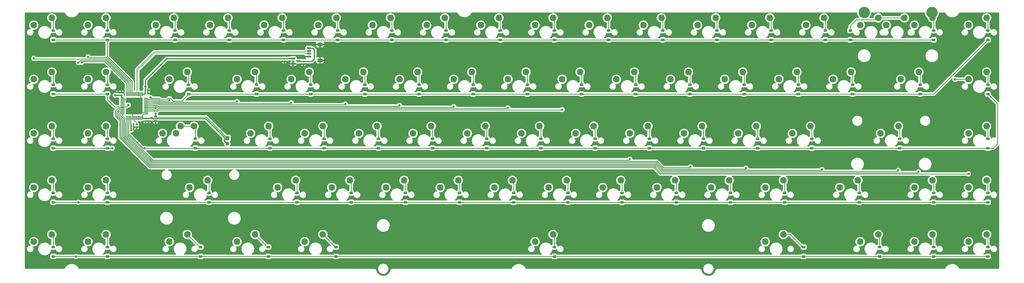
<source format=gbr>
%TF.GenerationSoftware,KiCad,Pcbnew,(7.99.0-267-g8440d7258b)*%
%TF.CreationDate,2024-01-28T22:05:12-08:00*%
%TF.ProjectId,379,3337392e-6b69-4636-9164-5f7063625858,rev?*%
%TF.SameCoordinates,Original*%
%TF.FileFunction,Copper,L2,Bot*%
%TF.FilePolarity,Positive*%
%FSLAX46Y46*%
G04 Gerber Fmt 4.6, Leading zero omitted, Abs format (unit mm)*
G04 Created by KiCad (PCBNEW (7.99.0-267-g8440d7258b)) date 2024-01-28 22:05:12*
%MOMM*%
%LPD*%
G01*
G04 APERTURE LIST*
G04 Aperture macros list*
%AMRoundRect*
0 Rectangle with rounded corners*
0 $1 Rounding radius*
0 $2 $3 $4 $5 $6 $7 $8 $9 X,Y pos of 4 corners*
0 Add a 4 corners polygon primitive as box body*
4,1,4,$2,$3,$4,$5,$6,$7,$8,$9,$2,$3,0*
0 Add four circle primitives for the rounded corners*
1,1,$1+$1,$2,$3*
1,1,$1+$1,$4,$5*
1,1,$1+$1,$6,$7*
1,1,$1+$1,$8,$9*
0 Add four rect primitives between the rounded corners*
20,1,$1+$1,$2,$3,$4,$5,0*
20,1,$1+$1,$4,$5,$6,$7,0*
20,1,$1+$1,$6,$7,$8,$9,0*
20,1,$1+$1,$8,$9,$2,$3,0*%
G04 Aperture macros list end*
%TA.AperFunction,ComponentPad*%
%ADD10C,2.300000*%
%TD*%
%TA.AperFunction,ComponentPad*%
%ADD11C,4.000000*%
%TD*%
%TA.AperFunction,SMDPad,CuDef*%
%ADD12RoundRect,0.140000X-0.140000X-0.170000X0.140000X-0.170000X0.140000X0.170000X-0.140000X0.170000X0*%
%TD*%
%TA.AperFunction,SMDPad,CuDef*%
%ADD13RoundRect,0.225000X0.375000X-0.225000X0.375000X0.225000X-0.375000X0.225000X-0.375000X-0.225000X0*%
%TD*%
%TA.AperFunction,SMDPad,CuDef*%
%ADD14RoundRect,0.140000X0.170000X-0.140000X0.170000X0.140000X-0.170000X0.140000X-0.170000X-0.140000X0*%
%TD*%
%TA.AperFunction,SMDPad,CuDef*%
%ADD15RoundRect,0.140000X-0.170000X0.140000X-0.170000X-0.140000X0.170000X-0.140000X0.170000X0.140000X0*%
%TD*%
%TA.AperFunction,SMDPad,CuDef*%
%ADD16RoundRect,0.150000X-0.625000X0.150000X-0.625000X-0.150000X0.625000X-0.150000X0.625000X0.150000X0*%
%TD*%
%TA.AperFunction,SMDPad,CuDef*%
%ADD17RoundRect,0.250000X-0.650000X0.350000X-0.650000X-0.350000X0.650000X-0.350000X0.650000X0.350000X0*%
%TD*%
%TA.AperFunction,SMDPad,CuDef*%
%ADD18RoundRect,0.075000X0.075000X-0.662500X0.075000X0.662500X-0.075000X0.662500X-0.075000X-0.662500X0*%
%TD*%
%TA.AperFunction,SMDPad,CuDef*%
%ADD19RoundRect,0.075000X0.662500X-0.075000X0.662500X0.075000X-0.662500X0.075000X-0.662500X-0.075000X0*%
%TD*%
%TA.AperFunction,ComponentPad*%
%ADD20R,1.350000X1.350000*%
%TD*%
%TA.AperFunction,ComponentPad*%
%ADD21O,1.350000X1.350000*%
%TD*%
%TA.AperFunction,SMDPad,CuDef*%
%ADD22RoundRect,0.150000X-0.587500X-0.150000X0.587500X-0.150000X0.587500X0.150000X-0.587500X0.150000X0*%
%TD*%
%TA.AperFunction,SMDPad,CuDef*%
%ADD23RoundRect,0.200000X-0.275000X0.200000X-0.275000X-0.200000X0.275000X-0.200000X0.275000X0.200000X0*%
%TD*%
%TA.AperFunction,ViaPad*%
%ADD24C,0.800000*%
%TD*%
%TA.AperFunction,Conductor*%
%ADD25C,0.250000*%
%TD*%
%TA.AperFunction,Conductor*%
%ADD26C,0.381000*%
%TD*%
%TA.AperFunction,Conductor*%
%ADD27C,0.254000*%
%TD*%
%TA.AperFunction,Conductor*%
%ADD28C,0.200000*%
%TD*%
G04 APERTURE END LIST*
D10*
%TO.P,SW36,1,1*%
%TO.N,C7*%
X178966000Y-65410000D03*
%TO.P,SW36,2,2*%
%TO.N,Net-(D36-A)*%
X185316000Y-62870000D03*
%TD*%
%TO.P,SW33,1,1*%
%TO.N,C6*%
X169441000Y-84460000D03*
%TO.P,SW33,2,2*%
%TO.N,Net-(D33-A)*%
X175791000Y-81920000D03*
%TD*%
%TO.P,SW10,1,1*%
%TO.N,C1*%
X45616000Y-103510000D03*
%TO.P,SW10,2,2*%
%TO.N,Net-(D10-A)*%
X51966000Y-100970000D03*
%TD*%
%TO.P,SW14,1,1*%
%TO.N,C2*%
X81334750Y-84460000D03*
%TO.P,SW14,2,2*%
%TO.N,Net-(D14-A)*%
X87684750Y-81920000D03*
%TD*%
%TO.P,SW70,1,1*%
%TO.N,C15*%
X317078500Y-27310000D03*
%TO.P,SW70,2,2*%
%TO.N,Net-(D70-A)*%
X323428500Y-24770000D03*
%TD*%
%TO.P,SW51,1,1*%
%TO.N,C11*%
X240878500Y-27310000D03*
%TO.P,SW51,2,2*%
%TO.N,Net-(D51-A)*%
X247228500Y-24770000D03*
%TD*%
%TO.P,SW4,1,1*%
%TO.N,C0*%
X26566000Y-84460000D03*
%TO.P,SW4,2,2*%
%TO.N,Net-(D4-A)*%
X32916000Y-81920000D03*
%TD*%
%TO.P,SW76,1,1*%
%TO.N,C16*%
X355178500Y-65410000D03*
%TO.P,SW76,2,2*%
%TO.N,Net-(D76-A)*%
X361528500Y-62870000D03*
%TD*%
%TO.P,SW29,1,1*%
%TO.N,C5*%
X150391000Y-84460000D03*
%TO.P,SW29,2,2*%
%TO.N,Net-(D29-A)*%
X156741000Y-81920000D03*
%TD*%
%TO.P,SW2,1,1*%
%TO.N,C0*%
X26566000Y-46360000D03*
%TO.P,SW2,2,2*%
%TO.N,Net-(D2-A)*%
X32916000Y-43820000D03*
%TD*%
%TO.P,SW78,1,1*%
%TO.N,C16*%
X355178500Y-103510000D03*
%TO.P,SW78,2,2*%
%TO.N,Net-(D78-A)*%
X361528500Y-100970000D03*
%TD*%
%TO.P,SW7,1,1*%
%TO.N,C1*%
X45616000Y-46360000D03*
%TO.P,SW7,2,2*%
%TO.N,Net-(D7-A)*%
X51966000Y-43820000D03*
%TD*%
%TO.P,SW1,1,1*%
%TO.N,C0*%
X26566000Y-27310000D03*
%TO.P,SW1,2,2*%
%TO.N,Net-(D1-A)*%
X32916000Y-24770000D03*
%TD*%
%TO.P,SW53,1,1*%
%TO.N,C11*%
X255166000Y-65410000D03*
%TO.P,SW53,2,2*%
%TO.N,Net-(D53-A)*%
X261516000Y-62870000D03*
%TD*%
%TO.P,SW61,1,1*%
%TO.N,C13*%
X278978500Y-27310000D03*
%TO.P,SW61,2,2*%
%TO.N,Net-(D61-A)*%
X285328500Y-24770000D03*
%TD*%
%TO.P,SW44,1,1*%
%TO.N,C9*%
X212303500Y-46360000D03*
%TO.P,SW44,2,2*%
%TO.N,Net-(D44-A)*%
X218653500Y-43820000D03*
%TD*%
%TO.P,SW23,1,1*%
%TO.N,C4*%
X121816000Y-65410000D03*
%TO.P,SW23,2,2*%
%TO.N,Net-(D23-A)*%
X128166000Y-62870000D03*
%TD*%
%TO.P,SW71,1,1*%
%TO.N,C15*%
X331366000Y-46360000D03*
%TO.P,SW71,2,2*%
%TO.N,Net-(D71-A)*%
X337716000Y-43820000D03*
%TD*%
%TO.P,SW9,1,1*%
%TO.N,C1*%
X45616000Y-84460000D03*
%TO.P,SW9,2,2*%
%TO.N,Net-(D9-A)*%
X51966000Y-81920000D03*
%TD*%
%TO.P,SW15,1,1*%
%TO.N,C2*%
X74191000Y-103510000D03*
%TO.P,SW15,2,2*%
%TO.N,Net-(D15-A)*%
X80541000Y-100970000D03*
%TD*%
D11*
%TO.P,S1,*%
%TO.N,*%
X318507250Y-22865000D03*
X342319750Y-22865000D03*
%TD*%
D10*
%TO.P,SW25,1,1*%
%TO.N,C4*%
X121816000Y-103510000D03*
%TO.P,SW25,2,2*%
%TO.N,Net-(D25-A)*%
X128166000Y-100970000D03*
%TD*%
%TO.P,SW30,1,1*%
%TO.N,C6*%
X145628500Y-27310000D03*
%TO.P,SW30,2,2*%
%TO.N,Net-(D30-A)*%
X151978500Y-24770000D03*
%TD*%
%TO.P,SW34,1,1*%
%TO.N,C7*%
X164678500Y-27310000D03*
%TO.P,SW34,2,2*%
%TO.N,Net-(D34-A)*%
X171028500Y-24770000D03*
%TD*%
%TO.P,SW24,1,1*%
%TO.N,C4*%
X131341000Y-84460000D03*
%TO.P,SW24,2,2*%
%TO.N,Net-(D24-A)*%
X137691000Y-81920000D03*
%TD*%
%TO.P,SW13,1,1*%
%TO.N,C2*%
X76572250Y-65410000D03*
%TO.P,SW13,2,2*%
%TO.N,Net-(D13-A)*%
X82922250Y-62870000D03*
%TD*%
%TO.P,SW41,1,1*%
%TO.N,C8*%
X207541000Y-84460000D03*
%TO.P,SW41,2,2*%
%TO.N,Net-(D41-A)*%
X213891000Y-81920000D03*
%TD*%
%TO.P,SW5,1,1*%
%TO.N,C0*%
X26566000Y-103510000D03*
%TO.P,SW5,2,2*%
%TO.N,Net-(D5-A)*%
X32916000Y-100970000D03*
%TD*%
%TO.P,SW18,1,1*%
%TO.N,C3*%
X102766000Y-65410000D03*
%TO.P,SW18,2,2*%
%TO.N,Net-(D18-A)*%
X109116000Y-62870000D03*
%TD*%
%TO.P,SW19,1,1*%
%TO.N,C3*%
X112291000Y-84460000D03*
%TO.P,SW19,2,2*%
%TO.N,Net-(D19-A)*%
X118641000Y-81920000D03*
%TD*%
%TO.P,SW75,1,1*%
%TO.N,C16*%
X355178500Y-27310000D03*
%TO.P,SW75,2,2*%
%TO.N,Net-(D75-A)*%
X361528500Y-24770000D03*
%TD*%
%TO.P,SW72,1,1*%
%TO.N,C15*%
X355178500Y-46360000D03*
%TO.P,SW72,2,2*%
%TO.N,Net-(D72-A)*%
X361528500Y-43820000D03*
%TD*%
%TO.P,SW12,1,1*%
%TO.N,C2*%
X74191000Y-46360000D03*
%TO.P,SW12,2,2*%
%TO.N,Net-(D12-A)*%
X80541000Y-43820000D03*
%TD*%
%TO.P,SW3,1,1*%
%TO.N,C0*%
X26566000Y-65410000D03*
%TO.P,SW3,2,2*%
%TO.N,Net-(D3-A)*%
X32916000Y-62870000D03*
%TD*%
%TO.P,SW68,1,1*%
%TO.N,C14*%
X336128500Y-84460000D03*
%TO.P,SW68,2,2*%
%TO.N,Net-(D68-A)*%
X342478500Y-81920000D03*
%TD*%
%TO.P,SW83,1,1*%
%TO.N,C15*%
X326286000Y-27310000D03*
%TO.P,SW83,2,2*%
%TO.N,Net-(D70-A)*%
X332636000Y-24770000D03*
%TD*%
%TO.P,SW50,1,1*%
%TO.N,C10*%
X245641000Y-84460000D03*
%TO.P,SW50,2,2*%
%TO.N,Net-(D50-A)*%
X251991000Y-81920000D03*
%TD*%
%TO.P,SW42,1,1*%
%TO.N,C8*%
X202778500Y-103510000D03*
%TO.P,SW42,2,2*%
%TO.N,Net-(D42-A)*%
X209128500Y-100970000D03*
%TD*%
%TO.P,SW52,1,1*%
%TO.N,C11*%
X250403500Y-46360000D03*
%TO.P,SW52,2,2*%
%TO.N,Net-(D52-A)*%
X256753500Y-43820000D03*
%TD*%
%TO.P,SW77,1,1*%
%TO.N,C16*%
X355178500Y-84460000D03*
%TO.P,SW77,2,2*%
%TO.N,Net-(D77-A)*%
X361528500Y-81920000D03*
%TD*%
%TO.P,SW28,1,1*%
%TO.N,C5*%
X140866000Y-65410000D03*
%TO.P,SW28,2,2*%
%TO.N,Net-(D28-A)*%
X147216000Y-62870000D03*
%TD*%
%TO.P,SW65,1,1*%
%TO.N,C14*%
X298028500Y-27310000D03*
%TO.P,SW65,2,2*%
%TO.N,Net-(D65-A)*%
X304378500Y-24770000D03*
%TD*%
%TO.P,SW54,1,1*%
%TO.N,C11*%
X264691000Y-84460000D03*
%TO.P,SW54,2,2*%
%TO.N,Net-(D54-A)*%
X271041000Y-81920000D03*
%TD*%
%TO.P,SW67,1,1*%
%TO.N,C14*%
X324222250Y-65410000D03*
%TO.P,SW67,2,2*%
%TO.N,Net-(D67-A)*%
X330572250Y-62870000D03*
%TD*%
%TO.P,SW8,1,1*%
%TO.N,C1*%
X45616000Y-65410000D03*
%TO.P,SW8,2,2*%
%TO.N,Net-(D8-A)*%
X51966000Y-62870000D03*
%TD*%
%TO.P,SW48,1,1*%
%TO.N,C10*%
X231353500Y-46360000D03*
%TO.P,SW48,2,2*%
%TO.N,Net-(D48-A)*%
X237703500Y-43820000D03*
%TD*%
%TO.P,SW20,1,1*%
%TO.N,C3*%
X98003500Y-103510000D03*
%TO.P,SW20,2,2*%
%TO.N,Net-(D20-A)*%
X104353500Y-100970000D03*
%TD*%
%TO.P,SW69,1,1*%
%TO.N,C14*%
X317078500Y-103510000D03*
%TO.P,SW69,2,2*%
%TO.N,Net-(D69-A)*%
X323428500Y-100970000D03*
%TD*%
%TO.P,SW66,1,1*%
%TO.N,C14*%
X307553500Y-46360000D03*
%TO.P,SW66,2,2*%
%TO.N,Net-(D66-A)*%
X313903500Y-43820000D03*
%TD*%
%TO.P,SW56,1,1*%
%TO.N,C12*%
X259928500Y-27310000D03*
%TO.P,SW56,2,2*%
%TO.N,Net-(D56-A)*%
X266278500Y-24770000D03*
%TD*%
%TO.P,SW40,1,1*%
%TO.N,C8*%
X198016000Y-65410000D03*
%TO.P,SW40,2,2*%
%TO.N,Net-(D40-A)*%
X204366000Y-62870000D03*
%TD*%
%TO.P,SW22,1,1*%
%TO.N,C4*%
X117053500Y-46360000D03*
%TO.P,SW22,2,2*%
%TO.N,Net-(D22-A)*%
X123403500Y-43820000D03*
%TD*%
%TO.P,SW60,1,1*%
%TO.N,C12*%
X283741000Y-103510000D03*
%TO.P,SW60,2,2*%
%TO.N,Net-(D60-A)*%
X290091000Y-100970000D03*
%TD*%
%TO.P,SW46,1,1*%
%TO.N,C9*%
X226591000Y-84460000D03*
%TO.P,SW46,2,2*%
%TO.N,Net-(D46-A)*%
X232941000Y-81920000D03*
%TD*%
%TO.P,SW37,1,1*%
%TO.N,C7*%
X188491000Y-84460000D03*
%TO.P,SW37,2,2*%
%TO.N,Net-(D37-A)*%
X194841000Y-81920000D03*
%TD*%
%TO.P,SW31,1,1*%
%TO.N,C6*%
X155153500Y-46360000D03*
%TO.P,SW31,2,2*%
%TO.N,Net-(D31-A)*%
X161503500Y-43820000D03*
%TD*%
%TO.P,SW43,1,1*%
%TO.N,C9*%
X202778500Y-27310000D03*
%TO.P,SW43,2,2*%
%TO.N,Net-(D43-A)*%
X209128500Y-24770000D03*
%TD*%
%TO.P,SW11,1,1*%
%TO.N,C2*%
X69428500Y-27310000D03*
%TO.P,SW11,2,2*%
%TO.N,Net-(D11-A)*%
X75778500Y-24770000D03*
%TD*%
%TO.P,SW47,1,1*%
%TO.N,C10*%
X221828500Y-27310000D03*
%TO.P,SW47,2,2*%
%TO.N,Net-(D47-A)*%
X228178500Y-24770000D03*
%TD*%
%TO.P,SW27,1,1*%
%TO.N,C5*%
X136103500Y-46360000D03*
%TO.P,SW27,2,2*%
%TO.N,Net-(D27-A)*%
X142453500Y-43820000D03*
%TD*%
%TO.P,SW35,1,1*%
%TO.N,C7*%
X174203500Y-46360000D03*
%TO.P,SW35,2,2*%
%TO.N,Net-(D35-A)*%
X180553500Y-43820000D03*
%TD*%
%TO.P,SW6,1,1*%
%TO.N,C1*%
X45616000Y-27310000D03*
%TO.P,SW6,2,2*%
%TO.N,Net-(D6-A)*%
X51966000Y-24770000D03*
%TD*%
%TO.P,SW45,1,1*%
%TO.N,C9*%
X217066000Y-65410000D03*
%TO.P,SW45,2,2*%
%TO.N,Net-(D45-A)*%
X223416000Y-62870000D03*
%TD*%
%TO.P,SW59,1,1*%
%TO.N,C12*%
X283741000Y-84460000D03*
%TO.P,SW59,2,2*%
%TO.N,Net-(D59-A)*%
X290091000Y-81920000D03*
%TD*%
%TO.P,SW58,1,1*%
%TO.N,C12*%
X274216000Y-65410000D03*
%TO.P,SW58,2,2*%
%TO.N,Net-(D58-A)*%
X280566000Y-62870000D03*
%TD*%
%TO.P,SW49,1,1*%
%TO.N,C10*%
X236116000Y-65410000D03*
%TO.P,SW49,2,2*%
%TO.N,Net-(D49-A)*%
X242466000Y-62870000D03*
%TD*%
%TO.P,SW57,1,1*%
%TO.N,C12*%
X269453500Y-46360000D03*
%TO.P,SW57,2,2*%
%TO.N,Net-(D57-A)*%
X275803500Y-43820000D03*
%TD*%
%TO.P,SW17,1,1*%
%TO.N,C3*%
X98003500Y-46360000D03*
%TO.P,SW17,2,2*%
%TO.N,Net-(D17-A)*%
X104353500Y-43820000D03*
%TD*%
%TO.P,SW16,1,1*%
%TO.N,C3*%
X88478500Y-27310000D03*
%TO.P,SW16,2,2*%
%TO.N,Net-(D16-A)*%
X94828500Y-24770000D03*
%TD*%
%TO.P,SW73,1,1*%
%TO.N,C15*%
X336128500Y-103510000D03*
%TO.P,SW73,2,2*%
%TO.N,Net-(D73-A)*%
X342478500Y-100970000D03*
%TD*%
%TO.P,SW84,1,1*%
%TO.N,C2*%
X71809750Y-65410000D03*
%TO.P,SW84,2,2*%
%TO.N,Net-(D13-A)*%
X78159750Y-62870000D03*
%TD*%
%TO.P,SW64,1,1*%
%TO.N,C13*%
X309934750Y-84460000D03*
%TO.P,SW64,2,2*%
%TO.N,Net-(D64-A)*%
X316284750Y-81920000D03*
%TD*%
%TO.P,SW62,1,1*%
%TO.N,C13*%
X288503500Y-46360000D03*
%TO.P,SW62,2,2*%
%TO.N,Net-(D62-A)*%
X294853500Y-43820000D03*
%TD*%
%TO.P,SW63,1,1*%
%TO.N,C13*%
X293266000Y-65410000D03*
%TO.P,SW63,2,2*%
%TO.N,Net-(D63-A)*%
X299616000Y-62870000D03*
%TD*%
%TO.P,SW32,1,1*%
%TO.N,C6*%
X159916000Y-65410000D03*
%TO.P,SW32,2,2*%
%TO.N,Net-(D32-A)*%
X166266000Y-62870000D03*
%TD*%
%TO.P,SW38,1,1*%
%TO.N,C8*%
X183728500Y-27310000D03*
%TO.P,SW38,2,2*%
%TO.N,Net-(D38-A)*%
X190078500Y-24770000D03*
%TD*%
%TO.P,SW39,1,1*%
%TO.N,C8*%
X193253500Y-46360000D03*
%TO.P,SW39,2,2*%
%TO.N,Net-(D39-A)*%
X199603500Y-43820000D03*
%TD*%
%TO.P,SW21,1,1*%
%TO.N,C4*%
X107528500Y-27310000D03*
%TO.P,SW21,2,2*%
%TO.N,Net-(D21-A)*%
X113878500Y-24770000D03*
%TD*%
%TO.P,SW74,1,1*%
%TO.N,C16*%
X336128500Y-27310000D03*
%TO.P,SW74,2,2*%
%TO.N,Net-(D74-A)*%
X342478500Y-24770000D03*
%TD*%
%TO.P,SW26,1,1*%
%TO.N,C5*%
X126578500Y-27310000D03*
%TO.P,SW26,2,2*%
%TO.N,Net-(D26-A)*%
X132928500Y-24770000D03*
%TD*%
D12*
%TO.P,C8,1*%
%TO.N,+3V3*%
X60714517Y-63279394D03*
%TO.P,C8,2*%
%TO.N,GND*%
X61674517Y-63279394D03*
%TD*%
D13*
%TO.P,D69,1,K*%
%TO.N,R4*%
X323888500Y-108700000D03*
%TO.P,D69,2,A*%
%TO.N,Net-(D69-A)*%
X323888500Y-105400000D03*
%TD*%
%TO.P,D56,1,K*%
%TO.N,R0*%
X266738500Y-32500000D03*
%TO.P,D56,2,A*%
%TO.N,Net-(D56-A)*%
X266738500Y-29200000D03*
%TD*%
%TO.P,D68,1,K*%
%TO.N,R3*%
X342938500Y-89650000D03*
%TO.P,D68,2,A*%
%TO.N,Net-(D68-A)*%
X342938500Y-86350000D03*
%TD*%
%TO.P,D12,1,K*%
%TO.N,R1*%
X81001000Y-51550000D03*
%TO.P,D12,2,A*%
%TO.N,Net-(D12-A)*%
X81001000Y-48250000D03*
%TD*%
%TO.P,D40,1,K*%
%TO.N,R2*%
X204826000Y-70600000D03*
%TO.P,D40,2,A*%
%TO.N,Net-(D40-A)*%
X204826000Y-67300000D03*
%TD*%
%TO.P,D58,1,K*%
%TO.N,R2*%
X281026000Y-70600000D03*
%TO.P,D58,2,A*%
%TO.N,Net-(D58-A)*%
X281026000Y-67300000D03*
%TD*%
%TO.P,D45,1,K*%
%TO.N,R2*%
X223876000Y-70600000D03*
%TO.P,D45,2,A*%
%TO.N,Net-(D45-A)*%
X223876000Y-67300000D03*
%TD*%
%TO.P,D31,1,K*%
%TO.N,R1*%
X161963500Y-51550000D03*
%TO.P,D31,2,A*%
%TO.N,Net-(D31-A)*%
X161963500Y-48250000D03*
%TD*%
%TO.P,D29,1,K*%
%TO.N,R3*%
X157201000Y-89650000D03*
%TO.P,D29,2,A*%
%TO.N,Net-(D29-A)*%
X157201000Y-86350000D03*
%TD*%
%TO.P,D63,1,K*%
%TO.N,R2*%
X300076000Y-70600000D03*
%TO.P,D63,2,A*%
%TO.N,Net-(D63-A)*%
X300076000Y-67300000D03*
%TD*%
%TO.P,D43,1,K*%
%TO.N,R0*%
X209588500Y-32500000D03*
%TO.P,D43,2,A*%
%TO.N,Net-(D43-A)*%
X209588500Y-29200000D03*
%TD*%
%TO.P,D70,1,K*%
%TO.N,R0*%
X313600000Y-32500000D03*
%TO.P,D70,2,A*%
%TO.N,Net-(D70-A)*%
X313600000Y-29200000D03*
%TD*%
%TO.P,D41,1,K*%
%TO.N,R3*%
X214351000Y-89650000D03*
%TO.P,D41,2,A*%
%TO.N,Net-(D41-A)*%
X214351000Y-86350000D03*
%TD*%
D12*
%TO.P,C6,1*%
%TO.N,+3V3*%
X65720000Y-50268630D03*
%TO.P,C6,2*%
%TO.N,GND*%
X66680000Y-50268630D03*
%TD*%
D13*
%TO.P,D20,1,K*%
%TO.N,R4*%
X109000000Y-108700000D03*
%TO.P,D20,2,A*%
%TO.N,Net-(D20-A)*%
X109000000Y-105400000D03*
%TD*%
%TO.P,D30,1,K*%
%TO.N,R0*%
X152438500Y-32500000D03*
%TO.P,D30,2,A*%
%TO.N,Net-(D30-A)*%
X152438500Y-29200000D03*
%TD*%
D14*
%TO.P,C12,1*%
%TO.N,GND*%
X114576000Y-40080000D03*
%TO.P,C12,2*%
%TO.N,+3V3*%
X114576000Y-39120000D03*
%TD*%
D13*
%TO.P,D1,1,K*%
%TO.N,R0*%
X33376000Y-32500000D03*
%TO.P,D1,2,A*%
%TO.N,Net-(D1-A)*%
X33376000Y-29200000D03*
%TD*%
%TO.P,D16,1,K*%
%TO.N,R0*%
X95288500Y-32500000D03*
%TO.P,D16,2,A*%
%TO.N,Net-(D16-A)*%
X95288500Y-29200000D03*
%TD*%
%TO.P,D7,1,K*%
%TO.N,R1*%
X52426000Y-51550000D03*
%TO.P,D7,2,A*%
%TO.N,Net-(D7-A)*%
X52426000Y-48250000D03*
%TD*%
D12*
%TO.P,C3,1*%
%TO.N,+3V3*%
X65720000Y-51400000D03*
%TO.P,C3,2*%
%TO.N,GND*%
X66680000Y-51400000D03*
%TD*%
D13*
%TO.P,D59,1,K*%
%TO.N,R3*%
X290551000Y-89650000D03*
%TO.P,D59,2,A*%
%TO.N,Net-(D59-A)*%
X290551000Y-86350000D03*
%TD*%
D12*
%TO.P,C5,1*%
%TO.N,+3V3*%
X60714517Y-62148023D03*
%TO.P,C5,2*%
%TO.N,GND*%
X61674517Y-62148023D03*
%TD*%
D13*
%TO.P,D66,1,K*%
%TO.N,R1*%
X314363500Y-51550000D03*
%TO.P,D66,2,A*%
%TO.N,Net-(D66-A)*%
X314363500Y-48250000D03*
%TD*%
%TO.P,D62,1,K*%
%TO.N,R1*%
X295313500Y-51550000D03*
%TO.P,D62,2,A*%
%TO.N,Net-(D62-A)*%
X295313500Y-48250000D03*
%TD*%
%TO.P,D21,1,K*%
%TO.N,R0*%
X114338500Y-32500000D03*
%TO.P,D21,2,A*%
%TO.N,Net-(D21-A)*%
X114338500Y-29200000D03*
%TD*%
%TO.P,D13,1,K*%
%TO.N,R2*%
X83382250Y-70600000D03*
%TO.P,D13,2,A*%
%TO.N,Net-(D13-A)*%
X83382250Y-67300000D03*
%TD*%
%TO.P,D33,1,K*%
%TO.N,R3*%
X176251000Y-89650000D03*
%TO.P,D33,2,A*%
%TO.N,Net-(D33-A)*%
X176251000Y-86350000D03*
%TD*%
%TO.P,D67,1,K*%
%TO.N,R2*%
X331032250Y-70600000D03*
%TO.P,D67,2,A*%
%TO.N,Net-(D67-A)*%
X331032250Y-67300000D03*
%TD*%
%TO.P,D8,1,K*%
%TO.N,R2*%
X52426000Y-70600000D03*
%TO.P,D8,2,A*%
%TO.N,Net-(D8-A)*%
X52426000Y-67300000D03*
%TD*%
%TO.P,D19,1,K*%
%TO.N,R3*%
X119101000Y-89650000D03*
%TO.P,D19,2,A*%
%TO.N,Net-(D19-A)*%
X119101000Y-86350000D03*
%TD*%
%TO.P,D46,1,K*%
%TO.N,R3*%
X233401000Y-89650000D03*
%TO.P,D46,2,A*%
%TO.N,Net-(D46-A)*%
X233401000Y-86350000D03*
%TD*%
%TO.P,D64,1,K*%
%TO.N,R3*%
X316744750Y-89650000D03*
%TO.P,D64,2,A*%
%TO.N,Net-(D64-A)*%
X316744750Y-86350000D03*
%TD*%
%TO.P,D27,1,K*%
%TO.N,R1*%
X142913500Y-51550000D03*
%TO.P,D27,2,A*%
%TO.N,Net-(D27-A)*%
X142913500Y-48250000D03*
%TD*%
%TO.P,D10,1,K*%
%TO.N,R4*%
X52426000Y-108700000D03*
%TO.P,D10,2,A*%
%TO.N,Net-(D10-A)*%
X52426000Y-105400000D03*
%TD*%
%TO.P,D48,1,K*%
%TO.N,R1*%
X238163500Y-51550000D03*
%TO.P,D48,2,A*%
%TO.N,Net-(D48-A)*%
X238163500Y-48250000D03*
%TD*%
%TO.P,D49,1,K*%
%TO.N,R2*%
X242926000Y-70600000D03*
%TO.P,D49,2,A*%
%TO.N,Net-(D49-A)*%
X242926000Y-67300000D03*
%TD*%
%TO.P,D17,1,K*%
%TO.N,R1*%
X104813500Y-51550000D03*
%TO.P,D17,2,A*%
%TO.N,Net-(D17-A)*%
X104813500Y-48250000D03*
%TD*%
%TO.P,D22,1,K*%
%TO.N,R1*%
X123863500Y-51550000D03*
%TO.P,D22,2,A*%
%TO.N,Net-(D22-A)*%
X123863500Y-48250000D03*
%TD*%
%TO.P,D38,1,K*%
%TO.N,R0*%
X190538500Y-32500000D03*
%TO.P,D38,2,A*%
%TO.N,Net-(D38-A)*%
X190538500Y-29200000D03*
%TD*%
%TO.P,D74,1,K*%
%TO.N,R0*%
X342938500Y-32500000D03*
%TO.P,D74,2,A*%
%TO.N,Net-(D74-A)*%
X342938500Y-29200000D03*
%TD*%
D14*
%TO.P,C1,1*%
%TO.N,+3V3*%
X56244770Y-52021422D03*
%TO.P,C1,2*%
%TO.N,GND*%
X56244770Y-51061422D03*
%TD*%
D13*
%TO.P,D39,1,K*%
%TO.N,R1*%
X200063500Y-51550000D03*
%TO.P,D39,2,A*%
%TO.N,Net-(D39-A)*%
X200063500Y-48250000D03*
%TD*%
%TO.P,D6,1,K*%
%TO.N,R0*%
X52426000Y-32500000D03*
%TO.P,D6,2,A*%
%TO.N,Net-(D6-A)*%
X52426000Y-29200000D03*
%TD*%
D15*
%TO.P,C4,1*%
%TO.N,+3V3*%
X65861422Y-60112389D03*
%TO.P,C4,2*%
%TO.N,GND*%
X65861422Y-61072389D03*
%TD*%
%TO.P,C7,1*%
%TO.N,+3V3*%
X66992793Y-60112389D03*
%TO.P,C7,2*%
%TO.N,GND*%
X66992793Y-61072389D03*
%TD*%
D13*
%TO.P,D73,1,K*%
%TO.N,R4*%
X342938500Y-108700000D03*
%TO.P,D73,2,A*%
%TO.N,Net-(D73-A)*%
X342938500Y-105400000D03*
%TD*%
%TO.P,D3,1,K*%
%TO.N,R2*%
X33376000Y-70600000D03*
%TO.P,D3,2,A*%
%TO.N,Net-(D3-A)*%
X33376000Y-67300000D03*
%TD*%
%TO.P,D65,1,K*%
%TO.N,R0*%
X304838500Y-32500000D03*
%TO.P,D65,2,A*%
%TO.N,Net-(D65-A)*%
X304838500Y-29200000D03*
%TD*%
%TO.P,D50,1,K*%
%TO.N,R3*%
X252451000Y-89650000D03*
%TO.P,D50,2,A*%
%TO.N,Net-(D50-A)*%
X252451000Y-86350000D03*
%TD*%
%TO.P,D35,1,K*%
%TO.N,R1*%
X181013500Y-51550000D03*
%TO.P,D35,2,A*%
%TO.N,Net-(D35-A)*%
X181013500Y-48250000D03*
%TD*%
%TO.P,D11,1,K*%
%TO.N,R0*%
X76238500Y-32500000D03*
%TO.P,D11,2,A*%
%TO.N,Net-(D11-A)*%
X76238500Y-29200000D03*
%TD*%
%TO.P,D47,1,K*%
%TO.N,R0*%
X228638500Y-32500000D03*
%TO.P,D47,2,A*%
%TO.N,Net-(D47-A)*%
X228638500Y-29200000D03*
%TD*%
%TO.P,D60,1,K*%
%TO.N,R4*%
X297200000Y-108700000D03*
%TO.P,D60,2,A*%
%TO.N,Net-(D60-A)*%
X297200000Y-105400000D03*
%TD*%
%TO.P,D61,1,K*%
%TO.N,R0*%
X285788500Y-32500000D03*
%TO.P,D61,2,A*%
%TO.N,Net-(D61-A)*%
X285788500Y-29200000D03*
%TD*%
%TO.P,D9,1,K*%
%TO.N,R3*%
X52426000Y-89650000D03*
%TO.P,D9,2,A*%
%TO.N,Net-(D9-A)*%
X52426000Y-86350000D03*
%TD*%
%TO.P,D76,1,K*%
%TO.N,R2*%
X361988500Y-70600000D03*
%TO.P,D76,2,A*%
%TO.N,Net-(D76-A)*%
X361988500Y-67300000D03*
%TD*%
%TO.P,D78,1,K*%
%TO.N,R4*%
X361988500Y-108700000D03*
%TO.P,D78,2,A*%
%TO.N,Net-(D78-A)*%
X361988500Y-105400000D03*
%TD*%
%TO.P,D37,1,K*%
%TO.N,R3*%
X195301000Y-89650000D03*
%TO.P,D37,2,A*%
%TO.N,Net-(D37-A)*%
X195301000Y-86350000D03*
%TD*%
D16*
%TO.P,J1,1,Pin_1*%
%TO.N,+5V*%
X123308500Y-35400000D03*
%TO.P,J1,2,Pin_2*%
%TO.N,D-*%
X123308500Y-36400000D03*
%TO.P,J1,3,Pin_3*%
%TO.N,D+*%
X123308500Y-37400000D03*
%TO.P,J1,4,Pin_4*%
%TO.N,GND*%
X123308500Y-38400000D03*
D17*
%TO.P,J1,MP,MountPin*%
X127183500Y-34100000D03*
X127183500Y-39700000D03*
%TD*%
D13*
%TO.P,D54,1,K*%
%TO.N,R3*%
X271501000Y-89650000D03*
%TO.P,D54,2,A*%
%TO.N,Net-(D54-A)*%
X271501000Y-86350000D03*
%TD*%
%TO.P,D5,1,K*%
%TO.N,R4*%
X33376000Y-108700000D03*
%TO.P,D5,2,A*%
%TO.N,Net-(D5-A)*%
X33376000Y-105400000D03*
%TD*%
%TO.P,D32,1,K*%
%TO.N,R2*%
X166726000Y-70600000D03*
%TO.P,D32,2,A*%
%TO.N,Net-(D32-A)*%
X166726000Y-67300000D03*
%TD*%
%TO.P,D14,1,K*%
%TO.N,R3*%
X88144750Y-89650000D03*
%TO.P,D14,2,A*%
%TO.N,Net-(D14-A)*%
X88144750Y-86350000D03*
%TD*%
%TO.P,D72,1,K*%
%TO.N,R2*%
X361988500Y-51550000D03*
%TO.P,D72,2,A*%
%TO.N,Net-(D72-A)*%
X361988500Y-48250000D03*
%TD*%
D18*
%TO.P,U1,1,VBAT*%
%TO.N,+3V3*%
X64651624Y-59946562D03*
%TO.P,U1,2,PC13*%
%TO.N,unconnected-(U1-PC13-Pad2)*%
X64151624Y-59946562D03*
%TO.P,U1,3,PC14*%
%TO.N,unconnected-(U1-PC14-Pad3)*%
X63651624Y-59946562D03*
%TO.P,U1,4,PC15*%
%TO.N,unconnected-(U1-PC15-Pad4)*%
X63151624Y-59946562D03*
%TO.P,U1,5,PF0*%
%TO.N,unconnected-(U1-PF0-Pad5)*%
X62651624Y-59946562D03*
%TO.P,U1,6,PF1*%
%TO.N,unconnected-(U1-PF1-Pad6)*%
X62151624Y-59946562D03*
%TO.P,U1,7,NRST*%
%TO.N,NRST*%
X61651624Y-59946562D03*
%TO.P,U1,8,VSSA*%
%TO.N,GND*%
X61151624Y-59946562D03*
%TO.P,U1,9,VDDA*%
%TO.N,+3V3*%
X60651624Y-59946562D03*
%TO.P,U1,10,PA0*%
%TO.N,R2*%
X60151624Y-59946562D03*
%TO.P,U1,11,PA1*%
%TO.N,C10*%
X59651624Y-59946562D03*
%TO.P,U1,12,PA2*%
%TO.N,C11*%
X59151624Y-59946562D03*
D19*
%TO.P,U1,13,PA3*%
%TO.N,C12*%
X57739124Y-58534062D03*
%TO.P,U1,14,PA4*%
%TO.N,C13*%
X57739124Y-58034062D03*
%TO.P,U1,15,PA5*%
%TO.N,C14*%
X57739124Y-57534062D03*
%TO.P,U1,16,PA6*%
%TO.N,C15*%
X57739124Y-57034062D03*
%TO.P,U1,17,PA7*%
%TO.N,C16*%
X57739124Y-56534062D03*
%TO.P,U1,18,PB0*%
%TO.N,R1*%
X57739124Y-56034062D03*
%TO.P,U1,19,PB1*%
%TO.N,unconnected-(U1-PB1-Pad19)*%
X57739124Y-55534062D03*
%TO.P,U1,20,PB2*%
%TO.N,unconnected-(U1-PB2-Pad20)*%
X57739124Y-55034062D03*
%TO.P,U1,21,PB10*%
%TO.N,unconnected-(U1-PB10-Pad21)*%
X57739124Y-54534062D03*
%TO.P,U1,22,PB11*%
%TO.N,unconnected-(U1-PB11-Pad22)*%
X57739124Y-54034062D03*
%TO.P,U1,23,VSS*%
%TO.N,GND*%
X57739124Y-53534062D03*
%TO.P,U1,24,VDD*%
%TO.N,+3V3*%
X57739124Y-53034062D03*
D18*
%TO.P,U1,25,PB12*%
%TO.N,R3*%
X59151624Y-51621562D03*
%TO.P,U1,26,PB13*%
%TO.N,R4*%
X59651624Y-51621562D03*
%TO.P,U1,27,PB14*%
%TO.N,C0*%
X60151624Y-51621562D03*
%TO.P,U1,28,PB15*%
%TO.N,C1*%
X60651624Y-51621562D03*
%TO.P,U1,29,PA8*%
%TO.N,R0*%
X61151624Y-51621562D03*
%TO.P,U1,30,PA9*%
%TO.N,unconnected-(U1-PA9-Pad30)*%
X61651624Y-51621562D03*
%TO.P,U1,31,PA10*%
%TO.N,unconnected-(U1-PA10-Pad31)*%
X62151624Y-51621562D03*
%TO.P,U1,32,PA11*%
%TO.N,D-*%
X62651624Y-51621562D03*
%TO.P,U1,33,PA12*%
%TO.N,D+*%
X63151624Y-51621562D03*
%TO.P,U1,34,PA13*%
%TO.N,unconnected-(U1-PA13-Pad34)*%
X63651624Y-51621562D03*
%TO.P,U1,35,VSS*%
%TO.N,GND*%
X64151624Y-51621562D03*
%TO.P,U1,36,VDDIO2*%
%TO.N,+3V3*%
X64651624Y-51621562D03*
D19*
%TO.P,U1,37,PA14*%
%TO.N,unconnected-(U1-PA14-Pad37)*%
X66064124Y-53034062D03*
%TO.P,U1,38,PA15*%
%TO.N,C2*%
X66064124Y-53534062D03*
%TO.P,U1,39,PB3*%
%TO.N,C3*%
X66064124Y-54034062D03*
%TO.P,U1,40,PB4*%
%TO.N,C4*%
X66064124Y-54534062D03*
%TO.P,U1,41,PB5*%
%TO.N,C5*%
X66064124Y-55034062D03*
%TO.P,U1,42,PB6*%
%TO.N,C6*%
X66064124Y-55534062D03*
%TO.P,U1,43,PB7*%
%TO.N,C7*%
X66064124Y-56034062D03*
%TO.P,U1,44,BOOT0*%
%TO.N,BOOT0*%
X66064124Y-56534062D03*
%TO.P,U1,45,PB8*%
%TO.N,C8*%
X66064124Y-57034062D03*
%TO.P,U1,46,PB9*%
%TO.N,C9*%
X66064124Y-57534062D03*
%TO.P,U1,47,VSS*%
%TO.N,GND*%
X66064124Y-58034062D03*
%TO.P,U1,48,VDD*%
%TO.N,+3V3*%
X66064124Y-58534062D03*
%TD*%
D13*
%TO.P,D44,1,K*%
%TO.N,R1*%
X219113500Y-51550000D03*
%TO.P,D44,2,A*%
%TO.N,Net-(D44-A)*%
X219113500Y-48250000D03*
%TD*%
%TO.P,D57,1,K*%
%TO.N,R1*%
X276263500Y-51550000D03*
%TO.P,D57,2,A*%
%TO.N,Net-(D57-A)*%
X276263500Y-48250000D03*
%TD*%
%TO.P,D51,1,K*%
%TO.N,R0*%
X247688500Y-32500000D03*
%TO.P,D51,2,A*%
%TO.N,Net-(D51-A)*%
X247688500Y-29200000D03*
%TD*%
%TO.P,D18,1,K*%
%TO.N,R2*%
X109576000Y-70600000D03*
%TO.P,D18,2,A*%
%TO.N,Net-(D18-A)*%
X109576000Y-67300000D03*
%TD*%
%TO.P,D71,1,K*%
%TO.N,R1*%
X338176000Y-51550000D03*
%TO.P,D71,2,A*%
%TO.N,Net-(D71-A)*%
X338176000Y-48250000D03*
%TD*%
D20*
%TO.P,SW100,1,1*%
%TO.N,BOOT0*%
X94575999Y-67049999D03*
D21*
%TO.P,SW100,2,2*%
%TO.N,+3V3*%
X94575999Y-69049999D03*
%TD*%
D15*
%TO.P,C10,1*%
%TO.N,NRST*%
X62776000Y-62250000D03*
%TO.P,C10,2*%
%TO.N,GND*%
X62776000Y-63210000D03*
%TD*%
D13*
%TO.P,D77,1,K*%
%TO.N,R3*%
X361988500Y-89650000D03*
%TO.P,D77,2,A*%
%TO.N,Net-(D77-A)*%
X361988500Y-86350000D03*
%TD*%
D14*
%TO.P,C11,1*%
%TO.N,GND*%
X121376000Y-41000000D03*
%TO.P,C11,2*%
%TO.N,+5V*%
X121376000Y-40040000D03*
%TD*%
%TO.P,C2,1*%
%TO.N,+3V3*%
X57376141Y-52021422D03*
%TO.P,C2,2*%
%TO.N,GND*%
X57376141Y-51061422D03*
%TD*%
D22*
%TO.P,U2,1,GND*%
%TO.N,GND*%
X117725000Y-40950000D03*
%TO.P,U2,2,VO*%
%TO.N,+3V3*%
X117725000Y-39050000D03*
%TO.P,U2,3,VI*%
%TO.N,+5V*%
X119600000Y-40000000D03*
%TD*%
D13*
%TO.P,D53,1,K*%
%TO.N,R2*%
X261976000Y-70600000D03*
%TO.P,D53,2,A*%
%TO.N,Net-(D53-A)*%
X261976000Y-67300000D03*
%TD*%
%TO.P,D42,1,K*%
%TO.N,R4*%
X209588500Y-108700000D03*
%TO.P,D42,2,A*%
%TO.N,Net-(D42-A)*%
X209588500Y-105400000D03*
%TD*%
%TO.P,D23,1,K*%
%TO.N,R2*%
X128626000Y-70600000D03*
%TO.P,D23,2,A*%
%TO.N,Net-(D23-A)*%
X128626000Y-67300000D03*
%TD*%
%TO.P,D2,1,K*%
%TO.N,R1*%
X33376000Y-51550000D03*
%TO.P,D2,2,A*%
%TO.N,Net-(D2-A)*%
X33376000Y-48250000D03*
%TD*%
%TO.P,D26,1,K*%
%TO.N,R0*%
X133388500Y-32500000D03*
%TO.P,D26,2,A*%
%TO.N,Net-(D26-A)*%
X133388500Y-29200000D03*
%TD*%
%TO.P,D34,1,K*%
%TO.N,R0*%
X171488500Y-32500000D03*
%TO.P,D34,2,A*%
%TO.N,Net-(D34-A)*%
X171488500Y-29200000D03*
%TD*%
%TO.P,D25,1,K*%
%TO.N,R4*%
X132800000Y-108700000D03*
%TO.P,D25,2,A*%
%TO.N,Net-(D25-A)*%
X132800000Y-105400000D03*
%TD*%
%TO.P,D52,1,K*%
%TO.N,R1*%
X257213500Y-51550000D03*
%TO.P,D52,2,A*%
%TO.N,Net-(D52-A)*%
X257213500Y-48250000D03*
%TD*%
%TO.P,D28,1,K*%
%TO.N,R2*%
X147676000Y-70600000D03*
%TO.P,D28,2,A*%
%TO.N,Net-(D28-A)*%
X147676000Y-67300000D03*
%TD*%
%TO.P,D4,1,K*%
%TO.N,R3*%
X33376000Y-89650000D03*
%TO.P,D4,2,A*%
%TO.N,Net-(D4-A)*%
X33376000Y-86350000D03*
%TD*%
%TO.P,D75,1,K*%
%TO.N,R1*%
X361988500Y-32500000D03*
%TO.P,D75,2,A*%
%TO.N,Net-(D75-A)*%
X361988500Y-29200000D03*
%TD*%
D23*
%TO.P,R1,1*%
%TO.N,BOOT0*%
X69376000Y-59425000D03*
%TO.P,R1,2*%
%TO.N,GND*%
X69376000Y-61075000D03*
%TD*%
D13*
%TO.P,D15,1,K*%
%TO.N,R4*%
X85200000Y-108700000D03*
%TO.P,D15,2,A*%
%TO.N,Net-(D15-A)*%
X85200000Y-105400000D03*
%TD*%
%TO.P,D24,1,K*%
%TO.N,R3*%
X138151000Y-89650000D03*
%TO.P,D24,2,A*%
%TO.N,Net-(D24-A)*%
X138151000Y-86350000D03*
%TD*%
%TO.P,D36,1,K*%
%TO.N,R2*%
X185776000Y-70600000D03*
%TO.P,D36,2,A*%
%TO.N,Net-(D36-A)*%
X185776000Y-67300000D03*
%TD*%
D24*
%TO.N,+3V3*%
X65800000Y-49000000D03*
X60834517Y-64200000D03*
X68000000Y-60000000D03*
X55176000Y-52050000D03*
%TO.N,GND*%
X39901000Y-67950000D03*
X187524852Y-49634251D03*
X301838500Y-106050000D03*
X220876000Y-87000000D03*
X101813500Y-29850000D03*
X284154842Y-49634251D03*
X158963500Y-29850000D03*
X120863500Y-29850000D03*
X192024457Y-68058377D03*
X197063500Y-106050000D03*
X273263500Y-29850000D03*
X62276000Y-56150000D03*
X278026000Y-87000000D03*
X92288500Y-106050000D03*
X197063500Y-29850000D03*
X245904730Y-49634251D03*
X320631035Y-49634251D03*
X286818212Y-68058377D03*
X67776000Y-51450000D03*
X201826000Y-87000000D03*
X64776000Y-61450000D03*
X63713500Y-29850000D03*
X58951000Y-87000000D03*
X129576000Y-39850000D03*
X129576000Y-34050000D03*
X61834520Y-64200000D03*
X262867823Y-49634251D03*
X82763500Y-29850000D03*
X93451372Y-49959382D03*
X311363500Y-106050000D03*
X297076000Y-87000000D03*
X134080580Y-68275131D03*
X173730925Y-68058377D03*
X163726000Y-87000000D03*
X57376000Y-50050000D03*
X300785325Y-49634251D03*
X144676000Y-87000000D03*
X239926000Y-87000000D03*
X216113500Y-29850000D03*
X139913500Y-106050000D03*
X150888044Y-49309119D03*
X97051000Y-67950000D03*
X268192070Y-68058377D03*
X278026000Y-106050000D03*
X106576000Y-87000000D03*
X258976000Y-87000000D03*
X58951000Y-29850000D03*
X216113500Y-106050000D03*
X178013500Y-29850000D03*
X111622763Y-49959382D03*
X125626000Y-87000000D03*
X249676799Y-68058377D03*
X349463500Y-87000000D03*
X39901000Y-87000000D03*
X349463500Y-106050000D03*
X226059020Y-49634251D03*
X254213500Y-106050000D03*
X154148030Y-68275131D03*
X330413500Y-87000000D03*
X207432879Y-49634251D03*
X68476000Y-106050000D03*
X139913500Y-29850000D03*
X39901000Y-106050000D03*
X116101000Y-106050000D03*
X182776000Y-87000000D03*
X330413500Y-106050000D03*
X306885661Y-68058377D03*
X228833260Y-68058377D03*
X254213500Y-29850000D03*
X131555608Y-49200742D03*
X351011877Y-68058377D03*
X169507899Y-49417496D03*
X116101000Y-67950000D03*
X211537557Y-68058377D03*
X235163500Y-29850000D03*
%TO.N,BOOT0*%
X69341026Y-56534062D03*
X69376000Y-58450000D03*
%TO.N,R1*%
X67576000Y-52809062D03*
X59801000Y-55425000D03*
%TO.N,R2*%
X54176000Y-70600000D03*
X65534841Y-70650000D03*
%TO.N,R3*%
X42200000Y-89650000D03*
X43355891Y-40429891D03*
%TO.N,R4*%
X42233333Y-40541361D03*
X41376000Y-108700000D03*
%TO.N,C0*%
X26566000Y-39000000D03*
%TO.N,C1*%
X45616000Y-38475000D03*
%TO.N,C2*%
X74191000Y-53725000D03*
%TO.N,C3*%
X98003500Y-54175000D03*
%TO.N,C4*%
X117053500Y-54625000D03*
%TO.N,C5*%
X136103500Y-55075000D03*
%TO.N,C6*%
X155153500Y-55525000D03*
%TO.N,C7*%
X174203500Y-55975000D03*
%TO.N,C8*%
X193253500Y-56425000D03*
%TO.N,C9*%
X212303500Y-57050000D03*
%TO.N,C10*%
X236116000Y-74475000D03*
%TO.N,C11*%
X257428500Y-77175000D03*
%TO.N,C12*%
X276953500Y-77625000D03*
%TO.N,C13*%
X303650375Y-78075000D03*
%TO.N,C14*%
X330413500Y-78427500D03*
%TO.N,C15*%
X337538500Y-78975000D03*
X350400000Y-46400000D03*
%TO.N,C16*%
X355178500Y-79650000D03*
%TD*%
D25*
%TO.N,C11*%
X257428500Y-77175000D02*
X257153500Y-77450000D01*
X59151624Y-61457438D02*
X59151624Y-59946562D01*
X257153500Y-77450000D02*
X247786396Y-77450000D01*
X245536396Y-75200000D02*
X68181980Y-75200000D01*
X247786396Y-77450000D02*
X245536396Y-75200000D01*
X68181980Y-75200000D02*
X59000000Y-66018020D01*
X59000000Y-66018020D02*
X59000000Y-61609062D01*
X59000000Y-61609062D02*
X59151624Y-61457438D01*
D26*
%TO.N,+3V3*%
X64857951Y-60112389D02*
X64692124Y-59946562D01*
X60714517Y-63279394D02*
X60714517Y-62148023D01*
X65800000Y-50188630D02*
X65720000Y-50268630D01*
X68000000Y-60000000D02*
X67887611Y-60112389D01*
X65800000Y-46626000D02*
X65800000Y-49000000D01*
X60834517Y-64200000D02*
X60714517Y-64080000D01*
X87012472Y-60215500D02*
X93510500Y-66713528D01*
X116000000Y-39120000D02*
X73306000Y-39120000D01*
X68000000Y-60000000D02*
X68215500Y-60215500D01*
X65498438Y-51621562D02*
X64692124Y-51621562D01*
X56244770Y-52021422D02*
X57376141Y-52021422D01*
X117725000Y-39050000D02*
X116070000Y-39050000D01*
D27*
X64651624Y-59174376D02*
X64651624Y-59946562D01*
X65291938Y-58534062D02*
X64651624Y-59174376D01*
D26*
X57376141Y-52021422D02*
X57376141Y-52630579D01*
D27*
X60651624Y-62085130D02*
X60714517Y-62148023D01*
D26*
X60714517Y-64080000D02*
X60714517Y-63279394D01*
X56244770Y-52021422D02*
X55204578Y-52021422D01*
X65861422Y-60112389D02*
X64857951Y-60112389D01*
X73306000Y-39120000D02*
X65800000Y-46626000D01*
X65720000Y-51400000D02*
X65498438Y-51621562D01*
X65720000Y-50268630D02*
X65720000Y-51400000D01*
X93510500Y-66713528D02*
X93510500Y-67984500D01*
X65800000Y-49000000D02*
X65800000Y-50188630D01*
X116070000Y-39050000D02*
X116000000Y-39120000D01*
X57376141Y-52630579D02*
X57739124Y-52993562D01*
X67887611Y-60112389D02*
X66992793Y-60112389D01*
X93510500Y-67984500D02*
X94576000Y-69050000D01*
X66992793Y-60112389D02*
X65861422Y-60112389D01*
X68215500Y-60215500D02*
X87012472Y-60215500D01*
X55204578Y-52021422D02*
X55176000Y-52050000D01*
D27*
X66064124Y-58534062D02*
X65291938Y-58534062D01*
X60651624Y-59946562D02*
X60651624Y-62085130D01*
D26*
%TO.N,GND*%
X61674517Y-63279394D02*
X61674517Y-64039997D01*
X65861422Y-61072389D02*
X66992793Y-61072389D01*
X65861422Y-61072389D02*
X65153611Y-61072389D01*
X66680000Y-50268630D02*
X66680000Y-51400000D01*
X57376141Y-50050141D02*
X57376000Y-50050000D01*
X56244770Y-51061422D02*
X57376141Y-51061422D01*
D27*
X62276000Y-56150000D02*
X64151624Y-54274376D01*
D26*
X67726000Y-51400000D02*
X67776000Y-51450000D01*
X65153611Y-61072389D02*
X64776000Y-61450000D01*
D27*
X59660062Y-53534062D02*
X64160062Y-58034062D01*
D26*
X129526000Y-34100000D02*
X129576000Y-34050000D01*
D27*
X64160062Y-58034062D02*
X66064124Y-58034062D01*
D26*
X129426000Y-39700000D02*
X129576000Y-39850000D01*
D27*
X61151624Y-59946562D02*
X61151624Y-57274376D01*
D26*
X66680000Y-51400000D02*
X67726000Y-51400000D01*
X61674517Y-62148023D02*
X61674517Y-63279394D01*
D27*
X64151624Y-54274376D02*
X64151624Y-51621562D01*
D26*
X61743911Y-63210000D02*
X61674517Y-63279394D01*
X61674517Y-64039997D02*
X61834520Y-64200000D01*
X127183500Y-34100000D02*
X129526000Y-34100000D01*
X127183500Y-39700000D02*
X129426000Y-39700000D01*
X57376141Y-51061422D02*
X57376141Y-50050141D01*
D27*
X61151624Y-57274376D02*
X62276000Y-56150000D01*
D26*
X62776000Y-63210000D02*
X61743911Y-63210000D01*
D27*
X57739124Y-53534062D02*
X59660062Y-53534062D01*
D25*
%TO.N,BOOT0*%
X69376000Y-58450000D02*
X69376000Y-59425000D01*
X87225999Y-59700000D02*
X94576000Y-67050000D01*
X69341026Y-56534062D02*
X66064124Y-56534062D01*
X69376000Y-59425000D02*
X69651000Y-59700000D01*
X69651000Y-59700000D02*
X87225999Y-59700000D01*
%TO.N,NRST*%
X61651624Y-59946562D02*
X61651624Y-60751826D01*
X62776000Y-61876202D02*
X62776000Y-62250000D01*
X61651624Y-60751826D02*
X62776000Y-61876202D01*
D26*
%TO.N,+5V*%
X125200000Y-39200000D02*
X124360000Y-40040000D01*
X121200000Y-40040000D02*
X119640000Y-40040000D01*
X124600000Y-35400000D02*
X125200000Y-36000000D01*
X123308500Y-35400000D02*
X124600000Y-35400000D01*
X124360000Y-40040000D02*
X121200000Y-40040000D01*
X119640000Y-40040000D02*
X119600000Y-40000000D01*
X125200000Y-36000000D02*
X125200000Y-39200000D01*
D25*
%TO.N,R0*%
X313600000Y-32500000D02*
X342938500Y-32500000D01*
X61151624Y-47131874D02*
X61151624Y-51621562D01*
X76238500Y-32500000D02*
X52426000Y-32500000D01*
X76238500Y-32500000D02*
X313600000Y-32500000D01*
X52426000Y-32500000D02*
X52426000Y-38406250D01*
X52426000Y-38406250D02*
X61151624Y-47131874D01*
X52426000Y-32500000D02*
X33376000Y-32500000D01*
D27*
%TO.N,Net-(D1-A)*%
X33376000Y-29200000D02*
X33376000Y-25230000D01*
X33376000Y-25230000D02*
X32916000Y-24770000D01*
%TO.N,R1*%
X361988500Y-32500000D02*
X342938500Y-51550000D01*
D25*
X52426000Y-53500000D02*
X54960062Y-56034062D01*
X81001000Y-51625000D02*
X81001000Y-51550000D01*
X75526000Y-54000000D02*
X78626000Y-54000000D01*
X67576000Y-52809062D02*
X67851000Y-53084062D01*
X71200644Y-53550000D02*
X73340695Y-53550000D01*
X54960062Y-56034062D02*
X57739124Y-56034062D01*
X78626000Y-54000000D02*
X81001000Y-51625000D01*
X59191938Y-56034062D02*
X57739124Y-56034062D01*
X52426000Y-51550000D02*
X52426000Y-53500000D01*
X67851000Y-53084062D02*
X70734706Y-53084062D01*
X59801000Y-55425000D02*
X59191938Y-56034062D01*
X73340695Y-53550000D02*
X73890695Y-53000000D01*
X73890695Y-53000000D02*
X74526000Y-53000000D01*
D27*
X342938500Y-51550000D02*
X338176000Y-51550000D01*
D25*
X74526000Y-53000000D02*
X75526000Y-54000000D01*
X52426000Y-51550000D02*
X33376000Y-51550000D01*
X70734706Y-53084062D02*
X71200644Y-53550000D01*
X338176000Y-51550000D02*
X81001000Y-51550000D01*
D27*
%TO.N,Net-(D2-A)*%
X33376000Y-44280000D02*
X32916000Y-43820000D01*
X33376000Y-48250000D02*
X33376000Y-44280000D01*
D25*
%TO.N,R2*%
X223876938Y-70599062D02*
X242925062Y-70599062D01*
X242925062Y-70599062D02*
X242926000Y-70600000D01*
X261976000Y-70600000D02*
X281026000Y-70600000D01*
D27*
X363826000Y-70600000D02*
X361988500Y-70600000D01*
D25*
X185776000Y-70600000D02*
X204826000Y-70600000D01*
X204826000Y-70600000D02*
X223876000Y-70600000D01*
X59900000Y-61991050D02*
X60151624Y-61739426D01*
X281026000Y-70600000D02*
X300076000Y-70600000D01*
D27*
X365376000Y-54937500D02*
X365376000Y-69050000D01*
X361988500Y-51550000D02*
X365376000Y-54937500D01*
D25*
X109576000Y-70600000D02*
X128626000Y-70600000D01*
X331032250Y-70600000D02*
X361988500Y-70600000D01*
X54176000Y-70600000D02*
X52426000Y-70600000D01*
X83382250Y-70600000D02*
X109576000Y-70600000D01*
X223876000Y-70600000D02*
X223876938Y-70599062D01*
X52426000Y-70600000D02*
X33376000Y-70600000D01*
X83332250Y-70650000D02*
X83382250Y-70600000D01*
X242926000Y-70600000D02*
X242976000Y-70650000D01*
X261926000Y-70650000D02*
X261976000Y-70600000D01*
X300076000Y-70600000D02*
X331032250Y-70600000D01*
X64904772Y-70650000D02*
X59900000Y-65645228D01*
D27*
X365376000Y-69050000D02*
X363826000Y-70600000D01*
D25*
X242976000Y-70650000D02*
X261926000Y-70650000D01*
X60151624Y-61739426D02*
X60151624Y-59946562D01*
X65534841Y-70650000D02*
X64904772Y-70650000D01*
X65534841Y-70650000D02*
X83332250Y-70650000D01*
X59900000Y-65645228D02*
X59900000Y-61991050D01*
X166726000Y-70600000D02*
X185776000Y-70600000D01*
X147676000Y-70600000D02*
X166726000Y-70600000D01*
X128626000Y-70600000D02*
X147676000Y-70600000D01*
D27*
%TO.N,Net-(D3-A)*%
X33376000Y-63330000D02*
X32916000Y-62870000D01*
X33376000Y-67300000D02*
X33376000Y-63330000D01*
D25*
%TO.N,R3*%
X52426000Y-89650000D02*
X33376000Y-89650000D01*
X43355891Y-40429891D02*
X43635782Y-40150000D01*
X52426000Y-89650000D02*
X88144750Y-89650000D01*
X51624166Y-40150000D02*
X59151624Y-47677458D01*
X361988500Y-89650000D02*
X88144750Y-89650000D01*
X59151624Y-47677458D02*
X59151624Y-51621562D01*
X43635782Y-40150000D02*
X51624166Y-40150000D01*
D27*
%TO.N,Net-(D4-A)*%
X33376000Y-82380000D02*
X32916000Y-81920000D01*
X33376000Y-86350000D02*
X33376000Y-82380000D01*
D25*
%TO.N,R4*%
X52108500Y-108700000D02*
X33376000Y-108700000D01*
X42233333Y-40527144D02*
X43060477Y-39700000D01*
X85200000Y-108700000D02*
X361988500Y-108700000D01*
X43060477Y-39700000D02*
X51810562Y-39700000D01*
X42233333Y-40541361D02*
X42233333Y-40527144D01*
X59651624Y-47541062D02*
X59651624Y-51621562D01*
X85200000Y-108700000D02*
X52108500Y-108700000D01*
X51810562Y-39700000D02*
X59651624Y-47541062D01*
D27*
%TO.N,Net-(D5-A)*%
X33376000Y-101430000D02*
X32916000Y-100970000D01*
X33376000Y-105400000D02*
X33376000Y-101430000D01*
%TO.N,Net-(D6-A)*%
X52426000Y-29200000D02*
X52426000Y-25230000D01*
X52426000Y-25230000D02*
X51966000Y-24770000D01*
%TO.N,Net-(D7-A)*%
X52426000Y-48250000D02*
X52426000Y-44280000D01*
X52426000Y-44280000D02*
X51966000Y-43820000D01*
%TO.N,Net-(D8-A)*%
X52426000Y-63330000D02*
X51966000Y-62870000D01*
X52426000Y-67300000D02*
X52426000Y-63330000D01*
%TO.N,Net-(D9-A)*%
X52426000Y-86350000D02*
X52426000Y-82380000D01*
X52426000Y-82380000D02*
X51966000Y-81920000D01*
%TO.N,Net-(D10-A)*%
X52426000Y-105400000D02*
X52426000Y-101430000D01*
X52426000Y-101430000D02*
X51966000Y-100970000D01*
%TO.N,Net-(D11-A)*%
X76238500Y-25230000D02*
X75778500Y-24770000D01*
X76238500Y-29200000D02*
X76238500Y-25230000D01*
%TO.N,Net-(D12-A)*%
X81001000Y-44280000D02*
X80541000Y-43820000D01*
X81001000Y-48250000D02*
X81001000Y-44280000D01*
%TO.N,Net-(D13-A)*%
X83382250Y-67300000D02*
X83382250Y-63330000D01*
X83382250Y-63330000D02*
X82922250Y-62870000D01*
X82922250Y-62870000D02*
X78159750Y-62870000D01*
%TO.N,Net-(D14-A)*%
X88144750Y-86350000D02*
X88144750Y-82380000D01*
X88144750Y-82380000D02*
X87684750Y-81920000D01*
%TO.N,Net-(D15-A)*%
X85200000Y-105400000D02*
X84971000Y-105400000D01*
X84971000Y-105400000D02*
X80541000Y-100970000D01*
%TO.N,Net-(D16-A)*%
X95288500Y-29200000D02*
X95288500Y-25230000D01*
X95288500Y-25230000D02*
X94828500Y-24770000D01*
%TO.N,Net-(D17-A)*%
X104813500Y-44280000D02*
X104353500Y-43820000D01*
X104813500Y-48250000D02*
X104813500Y-44280000D01*
%TO.N,Net-(D18-A)*%
X109576000Y-67300000D02*
X109576000Y-63330000D01*
X109576000Y-63330000D02*
X109116000Y-62870000D01*
%TO.N,Net-(D19-A)*%
X119101000Y-82380000D02*
X118641000Y-81920000D01*
X119101000Y-86350000D02*
X119101000Y-82380000D01*
%TO.N,Net-(D20-A)*%
X108783500Y-105400000D02*
X104353500Y-100970000D01*
X109000000Y-105400000D02*
X108783500Y-105400000D01*
%TO.N,Net-(D21-A)*%
X114338500Y-25230000D02*
X113878500Y-24770000D01*
X114338500Y-29200000D02*
X114338500Y-25230000D01*
%TO.N,Net-(D22-A)*%
X123863500Y-44280000D02*
X123403500Y-43820000D01*
X123863500Y-48250000D02*
X123863500Y-44280000D01*
%TO.N,Net-(D23-A)*%
X128626000Y-67300000D02*
X128626000Y-63330000D01*
X128626000Y-63330000D02*
X128166000Y-62870000D01*
%TO.N,Net-(D24-A)*%
X138151000Y-82380000D02*
X137691000Y-81920000D01*
X138151000Y-86350000D02*
X138151000Y-82380000D01*
%TO.N,Net-(D25-A)*%
X132596000Y-105400000D02*
X132800000Y-105400000D01*
X128166000Y-100970000D02*
X132596000Y-105400000D01*
%TO.N,Net-(D26-A)*%
X133388500Y-25230000D02*
X132928500Y-24770000D01*
X133388500Y-29200000D02*
X133388500Y-25230000D01*
%TO.N,Net-(D27-A)*%
X142913500Y-44280000D02*
X142453500Y-43820000D01*
X142913500Y-48250000D02*
X142913500Y-44280000D01*
%TO.N,Net-(D28-A)*%
X147676000Y-67300000D02*
X147676000Y-63330000D01*
X147676000Y-63330000D02*
X147216000Y-62870000D01*
%TO.N,Net-(D29-A)*%
X157201000Y-82380000D02*
X156741000Y-81920000D01*
X157201000Y-86350000D02*
X157201000Y-82380000D01*
%TO.N,Net-(D30-A)*%
X152438500Y-25230000D02*
X151978500Y-24770000D01*
X152438500Y-29200000D02*
X152438500Y-25230000D01*
%TO.N,Net-(D31-A)*%
X161963500Y-48250000D02*
X161963500Y-44280000D01*
X161963500Y-44280000D02*
X161503500Y-43820000D01*
%TO.N,Net-(D32-A)*%
X166726000Y-63330000D02*
X166266000Y-62870000D01*
X166726000Y-67300000D02*
X166726000Y-63330000D01*
%TO.N,Net-(D33-A)*%
X176251000Y-86350000D02*
X176251000Y-82380000D01*
X176251000Y-82380000D02*
X175791000Y-81920000D01*
%TO.N,Net-(D34-A)*%
X171488500Y-25230000D02*
X171028500Y-24770000D01*
X171488500Y-29200000D02*
X171488500Y-25230000D01*
%TO.N,Net-(D35-A)*%
X181013500Y-44280000D02*
X180553500Y-43820000D01*
X181013500Y-48250000D02*
X181013500Y-44280000D01*
%TO.N,Net-(D36-A)*%
X185776000Y-67300000D02*
X185776000Y-63330000D01*
X185776000Y-63330000D02*
X185316000Y-62870000D01*
%TO.N,Net-(D37-A)*%
X195301000Y-86350000D02*
X195301000Y-82380000D01*
X195301000Y-82380000D02*
X194841000Y-81920000D01*
%TO.N,Net-(D38-A)*%
X190538500Y-29200000D02*
X190538500Y-25230000D01*
X190538500Y-25230000D02*
X190078500Y-24770000D01*
%TO.N,Net-(D39-A)*%
X200063500Y-48250000D02*
X200063500Y-44280000D01*
X200063500Y-44280000D02*
X199603500Y-43820000D01*
%TO.N,Net-(D40-A)*%
X204826000Y-63330000D02*
X204366000Y-62870000D01*
X204826000Y-67300000D02*
X204826000Y-63330000D01*
%TO.N,Net-(D41-A)*%
X214351000Y-86350000D02*
X214351000Y-82380000D01*
X214351000Y-82380000D02*
X213891000Y-81920000D01*
%TO.N,Net-(D42-A)*%
X209588500Y-101430000D02*
X209128500Y-100970000D01*
X209588500Y-105400000D02*
X209588500Y-101430000D01*
%TO.N,Net-(D43-A)*%
X209588500Y-25230000D02*
X209128500Y-24770000D01*
X209588500Y-29200000D02*
X209588500Y-25230000D01*
%TO.N,Net-(D44-A)*%
X219113500Y-48250000D02*
X219113500Y-44280000D01*
X219113500Y-44280000D02*
X218653500Y-43820000D01*
%TO.N,Net-(D45-A)*%
X223876000Y-63330000D02*
X223416000Y-62870000D01*
X223876000Y-67300000D02*
X223876000Y-63330000D01*
%TO.N,Net-(D46-A)*%
X233401000Y-82380000D02*
X232941000Y-81920000D01*
X233401000Y-86350000D02*
X233401000Y-82380000D01*
%TO.N,Net-(D47-A)*%
X228638500Y-25230000D02*
X228178500Y-24770000D01*
X228638500Y-29200000D02*
X228638500Y-25230000D01*
%TO.N,Net-(D48-A)*%
X238163500Y-44280000D02*
X237703500Y-43820000D01*
X238163500Y-48250000D02*
X238163500Y-44280000D01*
%TO.N,Net-(D49-A)*%
X242926000Y-67300000D02*
X242926000Y-63330000D01*
X242926000Y-63330000D02*
X242466000Y-62870000D01*
%TO.N,Net-(D50-A)*%
X252451000Y-82380000D02*
X251991000Y-81920000D01*
X252451000Y-86350000D02*
X252451000Y-82380000D01*
%TO.N,Net-(D51-A)*%
X247688500Y-29200000D02*
X247688500Y-25230000D01*
X247688500Y-25230000D02*
X247228500Y-24770000D01*
%TO.N,Net-(D52-A)*%
X257213500Y-44280000D02*
X256753500Y-43820000D01*
X257213500Y-48250000D02*
X257213500Y-44280000D01*
%TO.N,Net-(D53-A)*%
X261976000Y-67300000D02*
X261976000Y-63330000D01*
X261976000Y-63330000D02*
X261516000Y-62870000D01*
%TO.N,Net-(D54-A)*%
X271501000Y-82380000D02*
X271041000Y-81920000D01*
X271501000Y-86350000D02*
X271501000Y-82380000D01*
%TO.N,Net-(D56-A)*%
X266738500Y-25230000D02*
X266278500Y-24770000D01*
X266738500Y-29200000D02*
X266738500Y-25230000D01*
%TO.N,Net-(D57-A)*%
X276263500Y-44280000D02*
X275803500Y-43820000D01*
X276263500Y-48250000D02*
X276263500Y-44280000D01*
%TO.N,Net-(D58-A)*%
X281026000Y-63330000D02*
X280566000Y-62870000D01*
X281026000Y-67300000D02*
X281026000Y-63330000D01*
%TO.N,Net-(D59-A)*%
X290551000Y-82380000D02*
X290091000Y-81920000D01*
X290551000Y-86350000D02*
X290551000Y-82380000D01*
%TO.N,Net-(D60-A)*%
X296902250Y-105400000D02*
X292472250Y-100970000D01*
X292472250Y-100970000D02*
X290091000Y-100970000D01*
X297200000Y-105400000D02*
X296902250Y-105400000D01*
%TO.N,Net-(D61-A)*%
X285788500Y-25230000D02*
X285328500Y-24770000D01*
X285788500Y-29200000D02*
X285788500Y-25230000D01*
%TO.N,Net-(D62-A)*%
X295313500Y-44280000D02*
X294853500Y-43820000D01*
X295313500Y-48250000D02*
X295313500Y-44280000D01*
%TO.N,Net-(D63-A)*%
X300076000Y-67300000D02*
X300076000Y-63330000D01*
X300076000Y-63330000D02*
X299616000Y-62870000D01*
%TO.N,Net-(D64-A)*%
X316744750Y-82380000D02*
X316284750Y-81920000D01*
X316744750Y-86350000D02*
X316744750Y-82380000D01*
%TO.N,Net-(D65-A)*%
X304838500Y-29200000D02*
X304838500Y-25230000D01*
X304838500Y-25230000D02*
X304378500Y-24770000D01*
%TO.N,Net-(D66-A)*%
X314363500Y-44280000D02*
X313903500Y-43820000D01*
X314363500Y-48250000D02*
X314363500Y-44280000D01*
%TO.N,Net-(D67-A)*%
X331032250Y-67300000D02*
X331032250Y-63330000D01*
X331032250Y-63330000D02*
X330572250Y-62870000D01*
%TO.N,Net-(D68-A)*%
X342938500Y-82380000D02*
X342478500Y-81920000D01*
X342938500Y-86350000D02*
X342938500Y-82380000D01*
%TO.N,Net-(D69-A)*%
X323888500Y-101430000D02*
X323428500Y-100970000D01*
X323888500Y-105400000D02*
X323888500Y-101430000D01*
%TO.N,Net-(D70-A)*%
X315776000Y-25450000D02*
X322748500Y-25450000D01*
X322748500Y-25450000D02*
X323428500Y-24770000D01*
X313600000Y-27626000D02*
X315776000Y-25450000D01*
X313600000Y-29200000D02*
X313600000Y-27626000D01*
X323428500Y-24770000D02*
X332636000Y-24770000D01*
%TO.N,Net-(D71-A)*%
X338176000Y-44280000D02*
X337716000Y-43820000D01*
X338176000Y-48250000D02*
X338176000Y-44280000D01*
%TO.N,Net-(D72-A)*%
X361988500Y-48250000D02*
X361988500Y-44280000D01*
X361988500Y-44280000D02*
X361528500Y-43820000D01*
%TO.N,Net-(D73-A)*%
X342938500Y-105400000D02*
X342938500Y-101430000D01*
X342938500Y-101430000D02*
X342478500Y-100970000D01*
%TO.N,Net-(D74-A)*%
X342938500Y-29200000D02*
X342938500Y-25652000D01*
X342938500Y-25652000D02*
X342478500Y-25192000D01*
%TO.N,Net-(D75-A)*%
X361988500Y-25230000D02*
X361528500Y-24770000D01*
X361988500Y-29200000D02*
X361988500Y-25230000D01*
%TO.N,Net-(D76-A)*%
X361988500Y-67300000D02*
X361988500Y-63330000D01*
X361988500Y-63330000D02*
X361528500Y-62870000D01*
%TO.N,Net-(D77-A)*%
X361988500Y-86350000D02*
X361988500Y-82380000D01*
X361988500Y-82380000D02*
X361528500Y-81920000D01*
%TO.N,Net-(D78-A)*%
X361988500Y-105400000D02*
X361988500Y-101430000D01*
X361988500Y-101430000D02*
X361528500Y-100970000D01*
D28*
%TO.N,D-*%
X62676624Y-50490311D02*
X62676624Y-42923376D01*
X122145999Y-36400000D02*
X123308500Y-36400000D01*
X62651624Y-51621562D02*
X62651624Y-50515311D01*
X62676624Y-42923376D02*
X68925000Y-36675000D01*
X62651624Y-50515311D02*
X62676624Y-50490311D01*
X121870999Y-36675000D02*
X122145999Y-36400000D01*
X68925000Y-36675000D02*
X121870999Y-36675000D01*
%TO.N,D+*%
X121870999Y-37125000D02*
X122145999Y-37400000D01*
X69040686Y-37125000D02*
X121870999Y-37125000D01*
X63126624Y-50490311D02*
X63126624Y-43039062D01*
X63151624Y-50515311D02*
X63126624Y-50490311D01*
X63151624Y-51621562D02*
X63151624Y-50515311D01*
X63126624Y-43039062D02*
X69040686Y-37125000D01*
X122145999Y-37400000D02*
X123308500Y-37400000D01*
D25*
%TO.N,C0*%
X51946958Y-39200000D02*
X60151624Y-47404666D01*
X26566000Y-39000000D02*
X26766000Y-39200000D01*
X60151624Y-47404666D02*
X60151624Y-51621562D01*
X26766000Y-39200000D02*
X51946958Y-39200000D01*
%TO.N,C1*%
X52133354Y-38750000D02*
X60651624Y-47268270D01*
X60651624Y-47268270D02*
X60651624Y-51621562D01*
X45891000Y-38750000D02*
X52133354Y-38750000D01*
X45616000Y-38475000D02*
X45891000Y-38750000D01*
%TO.N,C2*%
X66064124Y-53534062D02*
X70548310Y-53534062D01*
X70548310Y-53534062D02*
X70820124Y-53805876D01*
X73916000Y-54000000D02*
X71014249Y-54000000D01*
X74191000Y-53725000D02*
X73916000Y-54000000D01*
X71014249Y-54000000D02*
X70820124Y-53805876D01*
X70820124Y-53805876D02*
X70573311Y-53559062D01*
%TO.N,C3*%
X98003500Y-54175000D02*
X97728500Y-54450000D01*
X70386915Y-54009062D02*
X68295137Y-54009062D01*
X97728500Y-54450000D02*
X70827853Y-54450000D01*
X68270137Y-54034062D02*
X66064124Y-54034062D01*
X70827853Y-54450000D02*
X70386915Y-54009062D01*
X68295137Y-54009062D02*
X68270137Y-54034062D01*
%TO.N,C4*%
X68406533Y-54534062D02*
X66064124Y-54534062D01*
X70200519Y-54459062D02*
X68481533Y-54459062D01*
X116778500Y-54900000D02*
X70641457Y-54900000D01*
X70641457Y-54900000D02*
X70200519Y-54459062D01*
X117053500Y-54625000D02*
X116778500Y-54900000D01*
X68481533Y-54459062D02*
X68406533Y-54534062D01*
%TO.N,C5*%
X68667929Y-54909062D02*
X68542929Y-55034062D01*
X70455061Y-55350000D02*
X70014123Y-54909062D01*
X136103500Y-55075000D02*
X135828500Y-55350000D01*
X70014123Y-54909062D02*
X68667929Y-54909062D01*
X135828500Y-55350000D02*
X70455061Y-55350000D01*
X68542929Y-55034062D02*
X66064124Y-55034062D01*
%TO.N,C6*%
X68679325Y-55534062D02*
X66064124Y-55534062D01*
X154878500Y-55800000D02*
X70268665Y-55800000D01*
X69827727Y-55359062D02*
X68854325Y-55359062D01*
X155153500Y-55525000D02*
X154878500Y-55800000D01*
X70268665Y-55800000D02*
X69827727Y-55359062D01*
X68854325Y-55359062D02*
X68679325Y-55534062D01*
%TO.N,C7*%
X68815721Y-56034062D02*
X66064124Y-56034062D01*
X174203500Y-55975000D02*
X173928500Y-56250000D01*
X173928500Y-56250000D02*
X70066026Y-56250000D01*
X69040721Y-55809062D02*
X68815721Y-56034062D01*
X70066026Y-56250000D02*
X70066026Y-56233757D01*
X70066026Y-56233757D02*
X69641331Y-55809062D01*
X69641331Y-55809062D02*
X69040721Y-55809062D01*
%TO.N,C8*%
X192978500Y-56700000D02*
X70200393Y-56700000D01*
X70200393Y-56700000D02*
X69641331Y-57259062D01*
X69040721Y-57259062D02*
X68815721Y-57034062D01*
X69641331Y-57259062D02*
X69040721Y-57259062D01*
X68815721Y-57034062D02*
X66064124Y-57034062D01*
X193253500Y-56425000D02*
X192978500Y-56700000D01*
%TO.N,C9*%
X212303500Y-57050000D02*
X212203500Y-57150000D01*
X68679325Y-57534062D02*
X66064124Y-57534062D01*
X69827727Y-57709062D02*
X68854325Y-57709062D01*
X212203500Y-57150000D02*
X70386789Y-57150000D01*
X70386789Y-57150000D02*
X69827727Y-57709062D01*
X68854325Y-57709062D02*
X68679325Y-57534062D01*
%TO.N,C10*%
X68368376Y-74750000D02*
X59450000Y-65831624D01*
X59651624Y-59946562D02*
X59651624Y-61603030D01*
X59651624Y-61603030D02*
X59450000Y-61804654D01*
X59450000Y-61804654D02*
X59450000Y-62400000D01*
X59450000Y-62400000D02*
X59450000Y-61800000D01*
X59450000Y-65831624D02*
X59450000Y-62400000D01*
X235841000Y-74750000D02*
X68368376Y-74750000D01*
X236116000Y-74475000D02*
X235841000Y-74750000D01*
%TO.N,C12*%
X57739124Y-59202930D02*
X57739124Y-58534062D01*
X276953500Y-77625000D02*
X276678500Y-77900000D01*
X247600000Y-77900000D02*
X245350000Y-75650000D01*
X58550000Y-60013806D02*
X57739124Y-59202930D01*
X276678500Y-77900000D02*
X247600000Y-77900000D01*
X58550000Y-66204416D02*
X58550000Y-60013806D01*
X67995584Y-75650000D02*
X58550000Y-66204416D01*
X245350000Y-75650000D02*
X67995584Y-75650000D01*
%TO.N,C13*%
X303375375Y-78350000D02*
X247413604Y-78350000D01*
X67809188Y-76100000D02*
X58100000Y-66390812D01*
X56933860Y-58034062D02*
X57739124Y-58034062D01*
X56676624Y-58291298D02*
X56933860Y-58034062D01*
X58100000Y-60200202D02*
X56676624Y-58776826D01*
X58100000Y-66390812D02*
X58100000Y-60200202D01*
X56676624Y-58776826D02*
X56676624Y-58291298D01*
X245163604Y-76100000D02*
X67809188Y-76100000D01*
X247413604Y-78350000D02*
X245163604Y-76100000D01*
X303650375Y-78075000D02*
X303375375Y-78350000D01*
%TO.N,C14*%
X244977208Y-76550000D02*
X67622792Y-76550000D01*
X330413500Y-78427500D02*
X330041000Y-78800000D01*
X330041000Y-78800000D02*
X247227208Y-78800000D01*
X56200000Y-59000000D02*
X56200000Y-58036396D01*
X56200000Y-58036396D02*
X56702334Y-57534062D01*
X57650000Y-66577208D02*
X57650000Y-60450000D01*
X67622792Y-76550000D02*
X57650000Y-66577208D01*
X247227208Y-78800000D02*
X244977208Y-76550000D01*
X57650000Y-60450000D02*
X56200000Y-59000000D01*
X56702334Y-57534062D02*
X57739124Y-57534062D01*
%TO.N,C15*%
X244790812Y-77000000D02*
X67436396Y-77000000D01*
X247040812Y-79250000D02*
X244790812Y-77000000D01*
X350400000Y-46400000D02*
X350440000Y-46360000D01*
X67436396Y-77000000D02*
X57200000Y-66763604D01*
X57200000Y-60636396D02*
X55650000Y-59086396D01*
X55650000Y-59086396D02*
X55650000Y-57950000D01*
X56565938Y-57034062D02*
X57739124Y-57034062D01*
X337538500Y-78975000D02*
X337263500Y-79250000D01*
X57200000Y-66763604D02*
X57200000Y-60636396D01*
X337263500Y-79250000D02*
X247040812Y-79250000D01*
X55650000Y-57950000D02*
X56565938Y-57034062D01*
X350440000Y-46360000D02*
X355178500Y-46360000D01*
%TO.N,C16*%
X246854416Y-79700000D02*
X244604416Y-77450000D01*
X355178500Y-79650000D02*
X355128500Y-79700000D01*
X355128500Y-79700000D02*
X246854416Y-79700000D01*
X56750000Y-66950000D02*
X56750000Y-60822792D01*
X55200000Y-59272792D02*
X55200000Y-57600000D01*
X56265938Y-56534062D02*
X57739124Y-56534062D01*
X67250000Y-77450000D02*
X56750000Y-66950000D01*
X244604416Y-77450000D02*
X67250000Y-77450000D01*
X55200000Y-57600000D02*
X56265938Y-56534062D01*
X56750000Y-60822792D02*
X55200000Y-59272792D01*
%TD*%
%TA.AperFunction,Conductor*%
%TO.N,GND*%
G36*
X37082643Y-22851636D02*
G01*
X37191185Y-22866427D01*
X37223428Y-22875378D01*
X37316246Y-22915296D01*
X37344921Y-22932544D01*
X37423699Y-22995844D01*
X37446692Y-23020099D01*
X37510666Y-23109055D01*
X37519532Y-23123336D01*
X37587776Y-23251977D01*
X37762254Y-23505992D01*
X37964501Y-23738521D01*
X38191873Y-23946528D01*
X38191876Y-23946530D01*
X38441438Y-24127328D01*
X38468374Y-24142500D01*
X38709946Y-24278567D01*
X38850136Y-24337668D01*
X38993912Y-24398281D01*
X39289653Y-24484919D01*
X39593330Y-24537356D01*
X39901000Y-24554911D01*
X40208670Y-24537356D01*
X40512347Y-24484919D01*
X40808088Y-24398281D01*
X41092055Y-24278566D01*
X41360562Y-24127328D01*
X41610124Y-23946530D01*
X41837501Y-23738519D01*
X42039743Y-23505995D01*
X42214224Y-23251976D01*
X42282475Y-23123318D01*
X42291324Y-23109062D01*
X42291333Y-23109050D01*
X42355273Y-23020089D01*
X42378283Y-22995811D01*
X42457061Y-22932511D01*
X42485735Y-22915264D01*
X42578543Y-22875350D01*
X42610819Y-22866394D01*
X42719375Y-22851631D01*
X42736086Y-22850500D01*
X175178400Y-22850500D01*
X175195143Y-22851636D01*
X175303685Y-22866427D01*
X175335928Y-22875378D01*
X175428746Y-22915296D01*
X175457421Y-22932544D01*
X175536199Y-22995844D01*
X175559192Y-23020099D01*
X175623166Y-23109055D01*
X175632032Y-23123336D01*
X175700276Y-23251977D01*
X175874754Y-23505992D01*
X176077001Y-23738521D01*
X176304373Y-23946528D01*
X176304376Y-23946530D01*
X176553938Y-24127328D01*
X176580874Y-24142500D01*
X176822446Y-24278567D01*
X176962636Y-24337668D01*
X177106412Y-24398281D01*
X177402153Y-24484919D01*
X177705830Y-24537356D01*
X178013500Y-24554911D01*
X178321170Y-24537356D01*
X178624847Y-24484919D01*
X178920588Y-24398281D01*
X179204555Y-24278566D01*
X179473062Y-24127328D01*
X179722624Y-23946530D01*
X179950001Y-23738519D01*
X180152243Y-23505995D01*
X180326724Y-23251976D01*
X180394975Y-23123318D01*
X180403824Y-23109062D01*
X180403833Y-23109050D01*
X180467773Y-23020089D01*
X180490783Y-22995811D01*
X180569561Y-22932511D01*
X180598235Y-22915264D01*
X180691043Y-22875350D01*
X180723319Y-22866394D01*
X180831875Y-22851631D01*
X180848586Y-22850500D01*
X315884450Y-22850500D01*
X315944187Y-22865838D01*
X315989147Y-22908057D01*
X316008205Y-22966714D01*
X316021561Y-23179010D01*
X316080519Y-23488082D01*
X316177745Y-23787310D01*
X316177747Y-23787315D01*
X316311713Y-24072007D01*
X316480303Y-24337663D01*
X316680860Y-24580094D01*
X316680862Y-24580096D01*
X316680863Y-24580097D01*
X316710691Y-24608108D01*
X316742738Y-24657231D01*
X316748624Y-24715586D01*
X316727033Y-24770119D01*
X316682795Y-24808629D01*
X316625807Y-24822500D01*
X315858966Y-24822500D01*
X315838398Y-24820229D01*
X315768082Y-24822439D01*
X315764188Y-24822500D01*
X315736524Y-24822500D01*
X315732515Y-24823006D01*
X315720884Y-24823921D01*
X315677057Y-24825298D01*
X315657720Y-24830916D01*
X315638680Y-24834859D01*
X315618709Y-24837383D01*
X315577951Y-24853519D01*
X315566905Y-24857301D01*
X315524806Y-24869532D01*
X315507480Y-24879779D01*
X315490012Y-24888336D01*
X315471295Y-24895746D01*
X315435825Y-24921516D01*
X315426067Y-24927927D01*
X315388344Y-24950237D01*
X315388342Y-24950238D01*
X315388343Y-24950238D01*
X315374107Y-24964473D01*
X315359319Y-24977103D01*
X315343033Y-24988936D01*
X315315091Y-25022711D01*
X315307230Y-25031349D01*
X313214954Y-27123625D01*
X313198806Y-27136563D01*
X313150646Y-27187847D01*
X313147940Y-27190640D01*
X313128374Y-27210207D01*
X313125899Y-27213398D01*
X313118317Y-27222275D01*
X313088306Y-27254234D01*
X313078606Y-27271877D01*
X313067928Y-27288133D01*
X313055592Y-27304036D01*
X313038185Y-27344262D01*
X313033047Y-27354750D01*
X313011927Y-27393166D01*
X313006919Y-27412670D01*
X313000619Y-27431069D01*
X312992625Y-27449542D01*
X312985769Y-27492831D01*
X312983401Y-27504267D01*
X312972500Y-27546728D01*
X312972500Y-27566859D01*
X312970973Y-27586258D01*
X312967825Y-27606131D01*
X312971950Y-27649770D01*
X312972500Y-27661439D01*
X312972500Y-28209127D01*
X312956778Y-28269558D01*
X312913597Y-28314665D01*
X312771956Y-28402030D01*
X312652031Y-28521955D01*
X312562997Y-28666300D01*
X312509650Y-28827292D01*
X312499500Y-28926655D01*
X312499500Y-29473344D01*
X312509650Y-29572707D01*
X312562997Y-29733699D01*
X312652031Y-29878044D01*
X312771955Y-29997968D01*
X312916300Y-30087002D01*
X312916302Y-30087002D01*
X312916303Y-30087003D01*
X313077292Y-30140349D01*
X313176655Y-30150500D01*
X314023344Y-30150499D01*
X314122708Y-30140349D01*
X314283697Y-30087003D01*
X314410357Y-30008878D01*
X314428041Y-29997970D01*
X314428041Y-29997969D01*
X314428044Y-29997968D01*
X314479710Y-29946301D01*
X314536009Y-29914021D01*
X314600906Y-29914599D01*
X314656622Y-29947881D01*
X314687895Y-30004750D01*
X314740064Y-30219794D01*
X314829352Y-30415309D01*
X314942101Y-30573641D01*
X314954034Y-30590399D01*
X315109597Y-30738727D01*
X315183583Y-30786275D01*
X315290417Y-30854934D01*
X315330462Y-30870965D01*
X315489968Y-30934822D01*
X315701028Y-30975500D01*
X315862113Y-30975500D01*
X315862118Y-30975500D01*
X316022471Y-30960188D01*
X316228709Y-30899631D01*
X316419759Y-30801138D01*
X316588717Y-30668268D01*
X316729476Y-30505824D01*
X316836948Y-30319677D01*
X316907250Y-30116554D01*
X316937839Y-29903797D01*
X316927612Y-29689096D01*
X316876937Y-29480210D01*
X316873801Y-29473344D01*
X316787648Y-29284694D01*
X316787647Y-29284693D01*
X316787646Y-29284690D01*
X316681636Y-29135820D01*
X316659752Y-29080429D01*
X316666218Y-29021222D01*
X316699544Y-28971860D01*
X316752041Y-28943730D01*
X316811596Y-28943322D01*
X316819506Y-28945221D01*
X317078500Y-28965604D01*
X317337494Y-28945221D01*
X317590110Y-28884573D01*
X317830128Y-28785154D01*
X318051640Y-28649412D01*
X318249189Y-28480689D01*
X318417912Y-28283140D01*
X318553654Y-28061628D01*
X318653073Y-27821610D01*
X318713721Y-27568994D01*
X318734104Y-27310000D01*
X318713721Y-27051006D01*
X318653073Y-26798390D01*
X318553654Y-26558372D01*
X318417912Y-26336860D01*
X318371083Y-26282031D01*
X318342543Y-26218490D01*
X318352764Y-26149586D01*
X318398521Y-26097065D01*
X318465374Y-26077500D01*
X322372250Y-26077500D01*
X322415169Y-26085164D01*
X322452781Y-26107209D01*
X322455360Y-26109412D01*
X322676872Y-26245154D01*
X322856885Y-26319718D01*
X322916889Y-26344573D01*
X322996697Y-26363733D01*
X323169506Y-26405221D01*
X323428500Y-26425604D01*
X323687494Y-26405221D01*
X323940110Y-26344573D01*
X324180128Y-26245154D01*
X324401640Y-26109412D01*
X324599189Y-25940689D01*
X324767912Y-25743140D01*
X324903654Y-25521628D01*
X324923363Y-25474044D01*
X324950243Y-25433818D01*
X324990472Y-25406939D01*
X325037924Y-25397500D01*
X331026576Y-25397500D01*
X331074028Y-25406939D01*
X331114257Y-25433818D01*
X331141136Y-25474044D01*
X331160846Y-25521628D01*
X331296588Y-25743140D01*
X331296590Y-25743143D01*
X331363567Y-25821563D01*
X331465311Y-25940689D01*
X331548500Y-26011739D01*
X331660281Y-26107210D01*
X331662860Y-26109412D01*
X331884372Y-26245154D01*
X332064385Y-26319718D01*
X332124389Y-26344573D01*
X332204197Y-26363733D01*
X332377006Y-26405221D01*
X332636000Y-26425604D01*
X332894994Y-26405221D01*
X333147610Y-26344573D01*
X333387628Y-26245154D01*
X333609140Y-26109412D01*
X333806689Y-25940689D01*
X333975412Y-25743140D01*
X334111154Y-25521628D01*
X334210573Y-25281610D01*
X334271221Y-25028994D01*
X334291604Y-24770000D01*
X334271221Y-24511006D01*
X334210573Y-24258390D01*
X334111154Y-24018372D01*
X333975412Y-23796860D01*
X333806689Y-23599311D01*
X333676453Y-23488079D01*
X333609143Y-23430590D01*
X333609140Y-23430588D01*
X333387628Y-23294846D01*
X333292470Y-23255430D01*
X333147610Y-23195426D01*
X332894995Y-23134779D01*
X332636000Y-23114396D01*
X332377004Y-23134779D01*
X332124389Y-23195426D01*
X331919524Y-23280285D01*
X331884372Y-23294846D01*
X331748009Y-23378409D01*
X331662856Y-23430590D01*
X331465311Y-23599311D01*
X331296590Y-23796856D01*
X331296588Y-23796860D01*
X331160846Y-24018372D01*
X331160846Y-24018373D01*
X331141137Y-24065954D01*
X331114257Y-24106182D01*
X331074028Y-24133061D01*
X331026576Y-24142500D01*
X325037924Y-24142500D01*
X324990472Y-24133061D01*
X324950243Y-24106182D01*
X324923363Y-24065954D01*
X324903654Y-24018372D01*
X324767912Y-23796860D01*
X324599189Y-23599311D01*
X324468953Y-23488079D01*
X324401643Y-23430590D01*
X324401640Y-23430588D01*
X324180128Y-23294846D01*
X324084970Y-23255430D01*
X323940110Y-23195426D01*
X323687495Y-23134779D01*
X323428500Y-23114396D01*
X323169504Y-23134779D01*
X322916889Y-23195426D01*
X322712024Y-23280285D01*
X322676872Y-23294846D01*
X322540509Y-23378409D01*
X322455356Y-23430590D01*
X322257811Y-23599311D01*
X322089090Y-23796856D01*
X322089088Y-23796860D01*
X321953346Y-24018372D01*
X321953346Y-24018373D01*
X321953345Y-24018375D01*
X321853926Y-24258389D01*
X321793279Y-24511004D01*
X321789971Y-24553032D01*
X321777757Y-24708231D01*
X321758135Y-24766035D01*
X321713308Y-24807473D01*
X321654140Y-24822500D01*
X320388693Y-24822500D01*
X320331705Y-24808629D01*
X320287467Y-24770119D01*
X320265876Y-24715586D01*
X320271762Y-24657231D01*
X320303809Y-24608108D01*
X320318613Y-24594204D01*
X320333640Y-24580094D01*
X320534197Y-24337663D01*
X320702787Y-24072007D01*
X320836753Y-23787315D01*
X320933981Y-23488079D01*
X320992938Y-23179015D01*
X321003587Y-23009752D01*
X321006295Y-22966714D01*
X321025353Y-22908057D01*
X321070313Y-22865838D01*
X321130050Y-22850500D01*
X339696950Y-22850500D01*
X339756687Y-22865838D01*
X339801647Y-22908057D01*
X339820705Y-22966714D01*
X339834061Y-23179010D01*
X339893019Y-23488082D01*
X339990245Y-23787310D01*
X340124213Y-24072007D01*
X340292803Y-24337663D01*
X340493362Y-24580097D01*
X340691366Y-24766035D01*
X340722720Y-24795478D01*
X340780397Y-24837383D01*
X340784849Y-24840617D01*
X340820154Y-24880346D01*
X340835583Y-24931207D01*
X340843279Y-25028995D01*
X340903926Y-25281610D01*
X340951930Y-25397500D01*
X341003346Y-25521628D01*
X341139088Y-25743140D01*
X341139090Y-25743143D01*
X341206067Y-25821563D01*
X341307811Y-25940689D01*
X341391000Y-26011739D01*
X341502781Y-26107210D01*
X341505360Y-26109412D01*
X341726872Y-26245154D01*
X341906885Y-26319718D01*
X341966889Y-26344573D01*
X342042001Y-26362605D01*
X342215949Y-26404367D01*
X342265036Y-26428574D01*
X342298921Y-26471557D01*
X342311000Y-26524940D01*
X342311000Y-28209127D01*
X342295278Y-28269558D01*
X342252097Y-28314665D01*
X342110456Y-28402030D01*
X341990530Y-28521956D01*
X341976353Y-28544941D01*
X341933461Y-28586854D01*
X341875917Y-28603737D01*
X341817179Y-28591641D01*
X341770987Y-28553396D01*
X341717416Y-28480689D01*
X341656277Y-28397710D01*
X341447379Y-28181711D01*
X341211554Y-27995482D01*
X341211555Y-27995482D01*
X341211553Y-27995481D01*
X341082283Y-27918915D01*
X340953013Y-27842348D01*
X340771907Y-27765552D01*
X340676363Y-27725038D01*
X340386558Y-27645653D01*
X340386557Y-27645652D01*
X340386554Y-27645652D01*
X340088745Y-27605600D01*
X339863467Y-27605600D01*
X339863465Y-27605600D01*
X339638679Y-27620647D01*
X339344215Y-27680500D01*
X339060345Y-27779070D01*
X338792159Y-27914590D01*
X338544419Y-28084654D01*
X338321562Y-28286216D01*
X338127557Y-28515687D01*
X337965867Y-28768970D01*
X337839383Y-29041537D01*
X337750354Y-29328537D01*
X337700374Y-29624841D01*
X337690333Y-29925167D01*
X337720411Y-30224145D01*
X337790069Y-30516448D01*
X337898067Y-30796857D01*
X338042478Y-31060374D01*
X338220723Y-31302290D01*
X338429621Y-31518289D01*
X338600442Y-31653185D01*
X338637427Y-31701330D01*
X338647125Y-31761261D01*
X338627210Y-31818613D01*
X338582457Y-31859638D01*
X338523593Y-31874500D01*
X331512297Y-31874500D01*
X331451979Y-31858841D01*
X331406896Y-31815819D01*
X331388433Y-31756300D01*
X331401253Y-31695316D01*
X331442119Y-31648269D01*
X331490080Y-31615346D01*
X331712939Y-31413782D01*
X331906943Y-31184312D01*
X332068631Y-30931032D01*
X332195118Y-30658460D01*
X332284146Y-30371462D01*
X332334126Y-30075158D01*
X332343453Y-29796203D01*
X333729161Y-29796203D01*
X333739388Y-30010904D01*
X333773253Y-30150500D01*
X333790064Y-30219794D01*
X333879352Y-30415309D01*
X333992101Y-30573641D01*
X334004034Y-30590399D01*
X334159597Y-30738727D01*
X334233583Y-30786275D01*
X334340417Y-30854934D01*
X334380462Y-30870965D01*
X334539968Y-30934822D01*
X334751028Y-30975500D01*
X334912118Y-30975500D01*
X334912121Y-30975500D01*
X334957857Y-30971132D01*
X334998957Y-30967207D01*
X335034213Y-30968886D01*
X335068528Y-30975500D01*
X335229613Y-30975500D01*
X335229618Y-30975500D01*
X335389971Y-30960188D01*
X335596209Y-30899631D01*
X335787259Y-30801138D01*
X335956217Y-30668268D01*
X336096976Y-30505824D01*
X336204448Y-30319677D01*
X336274750Y-30116554D01*
X336305339Y-29903797D01*
X336295112Y-29689096D01*
X336244437Y-29480210D01*
X336241302Y-29473345D01*
X336155147Y-29284690D01*
X336065583Y-29158916D01*
X336043103Y-29098262D01*
X336054229Y-29034540D01*
X336095931Y-28985091D01*
X336156858Y-28963372D01*
X336387494Y-28945221D01*
X336640110Y-28884573D01*
X336880128Y-28785154D01*
X337101640Y-28649412D01*
X337299189Y-28480689D01*
X337467912Y-28283140D01*
X337603654Y-28061628D01*
X337703073Y-27821610D01*
X337763721Y-27568994D01*
X337784104Y-27310000D01*
X337763721Y-27051006D01*
X337703073Y-26798390D01*
X337603654Y-26558372D01*
X337467912Y-26336860D01*
X337299189Y-26139311D01*
X337149822Y-26011739D01*
X337101643Y-25970590D01*
X337101640Y-25970588D01*
X336880128Y-25834846D01*
X336784970Y-25795430D01*
X336640110Y-25735426D01*
X336387495Y-25674779D01*
X336257997Y-25664587D01*
X336128500Y-25654396D01*
X336128499Y-25654396D01*
X335869504Y-25674779D01*
X335616889Y-25735426D01*
X335412024Y-25820285D01*
X335376872Y-25834846D01*
X335232859Y-25923096D01*
X335155356Y-25970590D01*
X334957811Y-26139311D01*
X334789090Y-26336856D01*
X334742784Y-26412422D01*
X334653346Y-26558372D01*
X334653345Y-26558375D01*
X334553926Y-26798389D01*
X334493279Y-27051004D01*
X334482398Y-27189258D01*
X334472896Y-27310000D01*
X334476015Y-27349628D01*
X334493279Y-27568995D01*
X334553926Y-27821610D01*
X334613930Y-27966470D01*
X334653346Y-28061628D01*
X334780765Y-28269558D01*
X334789090Y-28283143D01*
X334814588Y-28312997D01*
X334957811Y-28480689D01*
X334987694Y-28506211D01*
X335022453Y-28554853D01*
X335030412Y-28614107D01*
X335009719Y-28670198D01*
X334965184Y-28710087D01*
X334907161Y-28724500D01*
X334804882Y-28724500D01*
X334704661Y-28734069D01*
X334644526Y-28739812D01*
X334438292Y-28800368D01*
X334247242Y-28898861D01*
X334078282Y-29031733D01*
X333937522Y-29194177D01*
X333830052Y-29380321D01*
X333759749Y-29583445D01*
X333732233Y-29774836D01*
X333729161Y-29796203D01*
X332343453Y-29796203D01*
X332344167Y-29774836D01*
X332314089Y-29475855D01*
X332244430Y-29183551D01*
X332215949Y-29109603D01*
X332136432Y-28903142D01*
X331992021Y-28639625D01*
X331874916Y-28480689D01*
X331813777Y-28397710D01*
X331604879Y-28181711D01*
X331369054Y-27995482D01*
X331369055Y-27995482D01*
X331369053Y-27995481D01*
X331239783Y-27918915D01*
X331110513Y-27842348D01*
X330929407Y-27765552D01*
X330833863Y-27725038D01*
X330544058Y-27645653D01*
X330544057Y-27645652D01*
X330544054Y-27645652D01*
X330246245Y-27605600D01*
X330020967Y-27605600D01*
X330020965Y-27605600D01*
X329796179Y-27620647D01*
X329501715Y-27680500D01*
X329217845Y-27779070D01*
X328949659Y-27914590D01*
X328701919Y-28084654D01*
X328479062Y-28286216D01*
X328285057Y-28515687D01*
X328123367Y-28768970D01*
X327996883Y-29041537D01*
X327907854Y-29328537D01*
X327857874Y-29624841D01*
X327847833Y-29925167D01*
X327877911Y-30224145D01*
X327947569Y-30516448D01*
X328055567Y-30796857D01*
X328199978Y-31060374D01*
X328378223Y-31302290D01*
X328587121Y-31518289D01*
X328757942Y-31653185D01*
X328794927Y-31701330D01*
X328804625Y-31761261D01*
X328784710Y-31818613D01*
X328739957Y-31859638D01*
X328681093Y-31874500D01*
X322304797Y-31874500D01*
X322244479Y-31858841D01*
X322199396Y-31815819D01*
X322180933Y-31756300D01*
X322193753Y-31695316D01*
X322234619Y-31648269D01*
X322282580Y-31615346D01*
X322505439Y-31413782D01*
X322699443Y-31184312D01*
X322861131Y-30931032D01*
X322987618Y-30658460D01*
X323076646Y-30371462D01*
X323126626Y-30075158D01*
X323135953Y-29796203D01*
X323886661Y-29796203D01*
X323896888Y-30010904D01*
X323930753Y-30150500D01*
X323947564Y-30219794D01*
X324036852Y-30415309D01*
X324149601Y-30573641D01*
X324161534Y-30590399D01*
X324317097Y-30738727D01*
X324391083Y-30786275D01*
X324497917Y-30854934D01*
X324537962Y-30870965D01*
X324697468Y-30934822D01*
X324908528Y-30975500D01*
X325069613Y-30975500D01*
X325069618Y-30975500D01*
X325229971Y-30960188D01*
X325436209Y-30899631D01*
X325440886Y-30897219D01*
X325491805Y-30883574D01*
X325543793Y-30892315D01*
X325649968Y-30934822D01*
X325861028Y-30975500D01*
X326022113Y-30975500D01*
X326022118Y-30975500D01*
X326182471Y-30960188D01*
X326388709Y-30899631D01*
X326579759Y-30801138D01*
X326748717Y-30668268D01*
X326889476Y-30505824D01*
X326996948Y-30319677D01*
X327067250Y-30116554D01*
X327097839Y-29903797D01*
X327087612Y-29689096D01*
X327036937Y-29480210D01*
X327033802Y-29473345D01*
X326947647Y-29284690D01*
X326822967Y-29109603D01*
X326822966Y-29109601D01*
X326788589Y-29076823D01*
X326756161Y-29025189D01*
X326752263Y-28964339D01*
X326777840Y-28908988D01*
X326826705Y-28872521D01*
X327037628Y-28785154D01*
X327259140Y-28649412D01*
X327456689Y-28480689D01*
X327625412Y-28283140D01*
X327761154Y-28061628D01*
X327860573Y-27821610D01*
X327921221Y-27568994D01*
X327941604Y-27310000D01*
X327921221Y-27051006D01*
X327860573Y-26798390D01*
X327761154Y-26558372D01*
X327625412Y-26336860D01*
X327456689Y-26139311D01*
X327307322Y-26011739D01*
X327259143Y-25970590D01*
X327259140Y-25970588D01*
X327037628Y-25834846D01*
X326942470Y-25795430D01*
X326797610Y-25735426D01*
X326544995Y-25674779D01*
X326415497Y-25664587D01*
X326286000Y-25654396D01*
X326285999Y-25654396D01*
X326027004Y-25674779D01*
X325774389Y-25735426D01*
X325569524Y-25820285D01*
X325534372Y-25834846D01*
X325390359Y-25923096D01*
X325312856Y-25970590D01*
X325115311Y-26139311D01*
X324946590Y-26336856D01*
X324900284Y-26412422D01*
X324810846Y-26558372D01*
X324810845Y-26558375D01*
X324711426Y-26798389D01*
X324650779Y-27051004D01*
X324639898Y-27189258D01*
X324630396Y-27310000D01*
X324633515Y-27349628D01*
X324650779Y-27568995D01*
X324711426Y-27821610D01*
X324771430Y-27966470D01*
X324810846Y-28061628D01*
X324938265Y-28269558D01*
X324946590Y-28283143D01*
X324972088Y-28312997D01*
X325115311Y-28480689D01*
X325145194Y-28506211D01*
X325179953Y-28554853D01*
X325187912Y-28614107D01*
X325167219Y-28670198D01*
X325122684Y-28710087D01*
X325064661Y-28724500D01*
X324962382Y-28724500D01*
X324862161Y-28734069D01*
X324802026Y-28739812D01*
X324595792Y-28800368D01*
X324404742Y-28898861D01*
X324235782Y-29031733D01*
X324095022Y-29194177D01*
X323987552Y-29380321D01*
X323917249Y-29583445D01*
X323889733Y-29774836D01*
X323886661Y-29796203D01*
X323135953Y-29796203D01*
X323136667Y-29774836D01*
X323106589Y-29475855D01*
X323036930Y-29183551D01*
X323008449Y-29109603D01*
X322928932Y-28903142D01*
X322784521Y-28639625D01*
X322667416Y-28480689D01*
X322606277Y-28397710D01*
X322397379Y-28181711D01*
X322161554Y-27995482D01*
X322161555Y-27995482D01*
X322161553Y-27995481D01*
X322032283Y-27918915D01*
X321903013Y-27842348D01*
X321721907Y-27765552D01*
X321626363Y-27725038D01*
X321336558Y-27645653D01*
X321336557Y-27645652D01*
X321336554Y-27645652D01*
X321038745Y-27605600D01*
X320813467Y-27605600D01*
X320813465Y-27605600D01*
X320588679Y-27620647D01*
X320294215Y-27680500D01*
X320010345Y-27779070D01*
X319742159Y-27914590D01*
X319494419Y-28084654D01*
X319271562Y-28286216D01*
X319077557Y-28515687D01*
X318915867Y-28768970D01*
X318789383Y-29041537D01*
X318700354Y-29328537D01*
X318650374Y-29624841D01*
X318640333Y-29925167D01*
X318670411Y-30224145D01*
X318740069Y-30516448D01*
X318848067Y-30796857D01*
X318992478Y-31060374D01*
X319170723Y-31302290D01*
X319379621Y-31518289D01*
X319550442Y-31653185D01*
X319587427Y-31701330D01*
X319597125Y-31761261D01*
X319577210Y-31818613D01*
X319532457Y-31859638D01*
X319473593Y-31874500D01*
X314649584Y-31874500D01*
X314589155Y-31858779D01*
X314559769Y-31830649D01*
X314558215Y-31832204D01*
X314547969Y-31821958D01*
X314547968Y-31821956D01*
X314428044Y-31702032D01*
X314428043Y-31702031D01*
X314428041Y-31702029D01*
X314283699Y-31612997D01*
X314122707Y-31559650D01*
X314033494Y-31550536D01*
X314023344Y-31549500D01*
X313176655Y-31549500D01*
X313077292Y-31559650D01*
X312916300Y-31612997D01*
X312771958Y-31702029D01*
X312717688Y-31756300D01*
X312652032Y-31821956D01*
X312652030Y-31821958D01*
X312641785Y-31832204D01*
X312640230Y-31830649D01*
X312610845Y-31858779D01*
X312550416Y-31874500D01*
X305888084Y-31874500D01*
X305827655Y-31858779D01*
X305798269Y-31830649D01*
X305796715Y-31832204D01*
X305786469Y-31821958D01*
X305786468Y-31821956D01*
X305666544Y-31702032D01*
X305666543Y-31702031D01*
X305666541Y-31702029D01*
X305522199Y-31612997D01*
X305361207Y-31559650D01*
X305271994Y-31550536D01*
X305261844Y-31549500D01*
X304415155Y-31549500D01*
X304315792Y-31559650D01*
X304154800Y-31612997D01*
X304010458Y-31702029D01*
X303956188Y-31756300D01*
X303890532Y-31821956D01*
X303890530Y-31821958D01*
X303880285Y-31832204D01*
X303878730Y-31830649D01*
X303849345Y-31858779D01*
X303788916Y-31874500D01*
X303254797Y-31874500D01*
X303194479Y-31858841D01*
X303149396Y-31815819D01*
X303130933Y-31756300D01*
X303143753Y-31695316D01*
X303184619Y-31648269D01*
X303232580Y-31615346D01*
X303455439Y-31413782D01*
X303649443Y-31184312D01*
X303811131Y-30931032D01*
X303937618Y-30658460D01*
X304026646Y-30371462D01*
X304054826Y-30204394D01*
X304074619Y-30155208D01*
X304113149Y-30118784D01*
X304163371Y-30101783D01*
X304216100Y-30107314D01*
X304315792Y-30140349D01*
X304415155Y-30150500D01*
X305261844Y-30150499D01*
X305361208Y-30140349D01*
X305522197Y-30087003D01*
X305634026Y-30018025D01*
X305689049Y-29999974D01*
X305746271Y-30008878D01*
X305793210Y-30042796D01*
X305819626Y-30094329D01*
X305850063Y-30219790D01*
X305850064Y-30219794D01*
X305939352Y-30415309D01*
X306052101Y-30573641D01*
X306064034Y-30590399D01*
X306219597Y-30738727D01*
X306293583Y-30786275D01*
X306400417Y-30854934D01*
X306440462Y-30870965D01*
X306599968Y-30934822D01*
X306811028Y-30975500D01*
X306972113Y-30975500D01*
X306972118Y-30975500D01*
X307132471Y-30960188D01*
X307338709Y-30899631D01*
X307529759Y-30801138D01*
X307698717Y-30668268D01*
X307839476Y-30505824D01*
X307946948Y-30319677D01*
X308017250Y-30116554D01*
X308047839Y-29903797D01*
X308037612Y-29689096D01*
X307986937Y-29480210D01*
X307983802Y-29473345D01*
X307897647Y-29284690D01*
X307772967Y-29109603D01*
X307772966Y-29109601D01*
X307617403Y-28961273D01*
X307573699Y-28933186D01*
X307436582Y-28845065D01*
X307246499Y-28768968D01*
X307237032Y-28765178D01*
X307237031Y-28765177D01*
X307237029Y-28765177D01*
X307025972Y-28724500D01*
X306864882Y-28724500D01*
X306764661Y-28734069D01*
X306704526Y-28739812D01*
X306498292Y-28800368D01*
X306307242Y-28898861D01*
X306294365Y-28908988D01*
X306139648Y-29030657D01*
X306076254Y-29056476D01*
X306008818Y-29044723D01*
X305957893Y-28998979D01*
X305938999Y-28933186D01*
X305938999Y-28926655D01*
X305928849Y-28827292D01*
X305875502Y-28666300D01*
X305786468Y-28521955D01*
X305666543Y-28402030D01*
X305524903Y-28314665D01*
X305481722Y-28269558D01*
X305466000Y-28209127D01*
X305466000Y-26068903D01*
X305477390Y-26016989D01*
X305509466Y-25974614D01*
X305549189Y-25940689D01*
X305717912Y-25743140D01*
X305853654Y-25521628D01*
X305953073Y-25281610D01*
X306013721Y-25028994D01*
X306034104Y-24770000D01*
X306013721Y-24511006D01*
X305953073Y-24258390D01*
X305853654Y-24018372D01*
X305717912Y-23796860D01*
X305549189Y-23599311D01*
X305418953Y-23488079D01*
X305351643Y-23430590D01*
X305351640Y-23430588D01*
X305130128Y-23294846D01*
X305034970Y-23255430D01*
X304890110Y-23195426D01*
X304637495Y-23134779D01*
X304378500Y-23114396D01*
X304119504Y-23134779D01*
X303866889Y-23195426D01*
X303662024Y-23280285D01*
X303626872Y-23294846D01*
X303490509Y-23378409D01*
X303405356Y-23430590D01*
X303207811Y-23599311D01*
X303039090Y-23796856D01*
X303039088Y-23796860D01*
X302903346Y-24018372D01*
X302903346Y-24018373D01*
X302903345Y-24018375D01*
X302803926Y-24258389D01*
X302743279Y-24511004D01*
X302722896Y-24769999D01*
X302743279Y-25028995D01*
X302803926Y-25281610D01*
X302851930Y-25397500D01*
X302903346Y-25521628D01*
X303039088Y-25743140D01*
X303039090Y-25743143D01*
X303106067Y-25821563D01*
X303207811Y-25940689D01*
X303291000Y-26011739D01*
X303402781Y-26107210D01*
X303405360Y-26109412D01*
X303626872Y-26245154D01*
X303806885Y-26319718D01*
X303866889Y-26344573D01*
X303942001Y-26362605D01*
X304115949Y-26404367D01*
X304165036Y-26428574D01*
X304198921Y-26471557D01*
X304211000Y-26524940D01*
X304211000Y-28209127D01*
X304195278Y-28269558D01*
X304152097Y-28314665D01*
X304010456Y-28402030D01*
X303890530Y-28521956D01*
X303876353Y-28544941D01*
X303833461Y-28586854D01*
X303775917Y-28603737D01*
X303717179Y-28591641D01*
X303670987Y-28553396D01*
X303617416Y-28480689D01*
X303556277Y-28397710D01*
X303347379Y-28181711D01*
X303111554Y-27995482D01*
X303111555Y-27995482D01*
X303111553Y-27995481D01*
X302982283Y-27918915D01*
X302853013Y-27842348D01*
X302671907Y-27765552D01*
X302576363Y-27725038D01*
X302286558Y-27645653D01*
X302286557Y-27645652D01*
X302286554Y-27645652D01*
X301988745Y-27605600D01*
X301763467Y-27605600D01*
X301763465Y-27605600D01*
X301538679Y-27620647D01*
X301244215Y-27680500D01*
X300960345Y-27779070D01*
X300692159Y-27914590D01*
X300444419Y-28084654D01*
X300221562Y-28286216D01*
X300027557Y-28515687D01*
X299865867Y-28768970D01*
X299739383Y-29041537D01*
X299650354Y-29328537D01*
X299600374Y-29624841D01*
X299590333Y-29925167D01*
X299620411Y-30224145D01*
X299690069Y-30516448D01*
X299798067Y-30796857D01*
X299942478Y-31060374D01*
X300120723Y-31302290D01*
X300329621Y-31518289D01*
X300500442Y-31653185D01*
X300537427Y-31701330D01*
X300547125Y-31761261D01*
X300527210Y-31818613D01*
X300482457Y-31859638D01*
X300423593Y-31874500D01*
X286838084Y-31874500D01*
X286777655Y-31858779D01*
X286748269Y-31830649D01*
X286746715Y-31832204D01*
X286736469Y-31821958D01*
X286736468Y-31821956D01*
X286616544Y-31702032D01*
X286616543Y-31702031D01*
X286616541Y-31702029D01*
X286472199Y-31612997D01*
X286311207Y-31559650D01*
X286221994Y-31550536D01*
X286211844Y-31549500D01*
X285365155Y-31549500D01*
X285265792Y-31559650D01*
X285104800Y-31612997D01*
X284960458Y-31702029D01*
X284906188Y-31756300D01*
X284840532Y-31821956D01*
X284840530Y-31821958D01*
X284830285Y-31832204D01*
X284828730Y-31830649D01*
X284799345Y-31858779D01*
X284738916Y-31874500D01*
X284204797Y-31874500D01*
X284144479Y-31858841D01*
X284099396Y-31815819D01*
X284080933Y-31756300D01*
X284093753Y-31695316D01*
X284134619Y-31648269D01*
X284182580Y-31615346D01*
X284405439Y-31413782D01*
X284599443Y-31184312D01*
X284761131Y-30931032D01*
X284887618Y-30658460D01*
X284976646Y-30371462D01*
X285004826Y-30204394D01*
X285024619Y-30155208D01*
X285063149Y-30118784D01*
X285113371Y-30101783D01*
X285166100Y-30107314D01*
X285265792Y-30140349D01*
X285365155Y-30150500D01*
X286211844Y-30150499D01*
X286311208Y-30140349D01*
X286472197Y-30087003D01*
X286584026Y-30018025D01*
X286639049Y-29999974D01*
X286696271Y-30008878D01*
X286743210Y-30042796D01*
X286769626Y-30094329D01*
X286800063Y-30219790D01*
X286800064Y-30219794D01*
X286889352Y-30415309D01*
X287002101Y-30573641D01*
X287014034Y-30590399D01*
X287169597Y-30738727D01*
X287243583Y-30786275D01*
X287350417Y-30854934D01*
X287390462Y-30870965D01*
X287549968Y-30934822D01*
X287761028Y-30975500D01*
X287922113Y-30975500D01*
X287922118Y-30975500D01*
X288082471Y-30960188D01*
X288288709Y-30899631D01*
X288479759Y-30801138D01*
X288648717Y-30668268D01*
X288789476Y-30505824D01*
X288896948Y-30319677D01*
X288967250Y-30116554D01*
X288997839Y-29903797D01*
X288992714Y-29796203D01*
X295629161Y-29796203D01*
X295639388Y-30010904D01*
X295673253Y-30150500D01*
X295690064Y-30219794D01*
X295779352Y-30415309D01*
X295892101Y-30573641D01*
X295904034Y-30590399D01*
X296059597Y-30738727D01*
X296133583Y-30786275D01*
X296240417Y-30854934D01*
X296280462Y-30870965D01*
X296439968Y-30934822D01*
X296651028Y-30975500D01*
X296812113Y-30975500D01*
X296812118Y-30975500D01*
X296972471Y-30960188D01*
X297178709Y-30899631D01*
X297369759Y-30801138D01*
X297538717Y-30668268D01*
X297679476Y-30505824D01*
X297786948Y-30319677D01*
X297857250Y-30116554D01*
X297887839Y-29903797D01*
X297877612Y-29689096D01*
X297826937Y-29480210D01*
X297823801Y-29473344D01*
X297737648Y-29284694D01*
X297737647Y-29284693D01*
X297737646Y-29284690D01*
X297631636Y-29135820D01*
X297609752Y-29080429D01*
X297616218Y-29021222D01*
X297649544Y-28971860D01*
X297702041Y-28943730D01*
X297761596Y-28943322D01*
X297769506Y-28945221D01*
X298028500Y-28965604D01*
X298287494Y-28945221D01*
X298540110Y-28884573D01*
X298780128Y-28785154D01*
X299001640Y-28649412D01*
X299199189Y-28480689D01*
X299367912Y-28283140D01*
X299503654Y-28061628D01*
X299603073Y-27821610D01*
X299663721Y-27568994D01*
X299684104Y-27310000D01*
X299663721Y-27051006D01*
X299603073Y-26798390D01*
X299503654Y-26558372D01*
X299367912Y-26336860D01*
X299199189Y-26139311D01*
X299049822Y-26011739D01*
X299001643Y-25970590D01*
X299001640Y-25970588D01*
X298780128Y-25834846D01*
X298684970Y-25795430D01*
X298540110Y-25735426D01*
X298287495Y-25674779D01*
X298157997Y-25664587D01*
X298028500Y-25654396D01*
X298028499Y-25654396D01*
X297769504Y-25674779D01*
X297516889Y-25735426D01*
X297312024Y-25820285D01*
X297276872Y-25834846D01*
X297132859Y-25923096D01*
X297055356Y-25970590D01*
X296857811Y-26139311D01*
X296689090Y-26336856D01*
X296642784Y-26412422D01*
X296553346Y-26558372D01*
X296553345Y-26558375D01*
X296453926Y-26798389D01*
X296393279Y-27051004D01*
X296382398Y-27189258D01*
X296372896Y-27310000D01*
X296376015Y-27349628D01*
X296393279Y-27568995D01*
X296453926Y-27821610D01*
X296513930Y-27966470D01*
X296553346Y-28061628D01*
X296680765Y-28269558D01*
X296689090Y-28283143D01*
X296714588Y-28312997D01*
X296857811Y-28480689D01*
X296887694Y-28506211D01*
X296922453Y-28554853D01*
X296930412Y-28614107D01*
X296909719Y-28670198D01*
X296865184Y-28710087D01*
X296807161Y-28724500D01*
X296704882Y-28724500D01*
X296604661Y-28734069D01*
X296544526Y-28739812D01*
X296338292Y-28800368D01*
X296147242Y-28898861D01*
X295978282Y-29031733D01*
X295837522Y-29194177D01*
X295730052Y-29380321D01*
X295659749Y-29583445D01*
X295632233Y-29774836D01*
X295629161Y-29796203D01*
X288992714Y-29796203D01*
X288987612Y-29689096D01*
X288936937Y-29480210D01*
X288933802Y-29473345D01*
X288847647Y-29284690D01*
X288722967Y-29109603D01*
X288722966Y-29109601D01*
X288567403Y-28961273D01*
X288523699Y-28933186D01*
X288386582Y-28845065D01*
X288196499Y-28768968D01*
X288187032Y-28765178D01*
X288187031Y-28765177D01*
X288187029Y-28765177D01*
X287975972Y-28724500D01*
X287814882Y-28724500D01*
X287714661Y-28734069D01*
X287654526Y-28739812D01*
X287448292Y-28800368D01*
X287257242Y-28898861D01*
X287244365Y-28908988D01*
X287089648Y-29030657D01*
X287026254Y-29056476D01*
X286958818Y-29044723D01*
X286907893Y-28998979D01*
X286888999Y-28933186D01*
X286888999Y-28926655D01*
X286878849Y-28827292D01*
X286825502Y-28666300D01*
X286736468Y-28521955D01*
X286616543Y-28402030D01*
X286474903Y-28314665D01*
X286431722Y-28269558D01*
X286416000Y-28209127D01*
X286416000Y-26068903D01*
X286427390Y-26016989D01*
X286459466Y-25974614D01*
X286499189Y-25940689D01*
X286667912Y-25743140D01*
X286803654Y-25521628D01*
X286903073Y-25281610D01*
X286963721Y-25028994D01*
X286984104Y-24770000D01*
X286963721Y-24511006D01*
X286903073Y-24258390D01*
X286803654Y-24018372D01*
X286667912Y-23796860D01*
X286499189Y-23599311D01*
X286368953Y-23488079D01*
X286301643Y-23430590D01*
X286301640Y-23430588D01*
X286080128Y-23294846D01*
X285984970Y-23255430D01*
X285840110Y-23195426D01*
X285587495Y-23134779D01*
X285328500Y-23114396D01*
X285069504Y-23134779D01*
X284816889Y-23195426D01*
X284612024Y-23280285D01*
X284576872Y-23294846D01*
X284440509Y-23378409D01*
X284355356Y-23430590D01*
X284157811Y-23599311D01*
X283989090Y-23796856D01*
X283989088Y-23796860D01*
X283853346Y-24018372D01*
X283853346Y-24018373D01*
X283853345Y-24018375D01*
X283753926Y-24258389D01*
X283693279Y-24511004D01*
X283672896Y-24769999D01*
X283693279Y-25028995D01*
X283753926Y-25281610D01*
X283801930Y-25397500D01*
X283853346Y-25521628D01*
X283989088Y-25743140D01*
X283989090Y-25743143D01*
X284056067Y-25821563D01*
X284157811Y-25940689D01*
X284241000Y-26011739D01*
X284352781Y-26107210D01*
X284355360Y-26109412D01*
X284576872Y-26245154D01*
X284756885Y-26319718D01*
X284816889Y-26344573D01*
X284892001Y-26362605D01*
X285065949Y-26404367D01*
X285115036Y-26428574D01*
X285148921Y-26471557D01*
X285161000Y-26524940D01*
X285161000Y-28209127D01*
X285145278Y-28269558D01*
X285102097Y-28314665D01*
X284960456Y-28402030D01*
X284840530Y-28521956D01*
X284826353Y-28544941D01*
X284783461Y-28586854D01*
X284725917Y-28603737D01*
X284667179Y-28591641D01*
X284620987Y-28553396D01*
X284567416Y-28480689D01*
X284506277Y-28397710D01*
X284297379Y-28181711D01*
X284061554Y-27995482D01*
X284061555Y-27995482D01*
X284061553Y-27995481D01*
X283932283Y-27918915D01*
X283803013Y-27842348D01*
X283621907Y-27765552D01*
X283526363Y-27725038D01*
X283236558Y-27645653D01*
X283236557Y-27645652D01*
X283236554Y-27645652D01*
X282938745Y-27605600D01*
X282713467Y-27605600D01*
X282713465Y-27605600D01*
X282488679Y-27620647D01*
X282194215Y-27680500D01*
X281910345Y-27779070D01*
X281642159Y-27914590D01*
X281394419Y-28084654D01*
X281171562Y-28286216D01*
X280977557Y-28515687D01*
X280815867Y-28768970D01*
X280689383Y-29041537D01*
X280600354Y-29328537D01*
X280550374Y-29624841D01*
X280540333Y-29925167D01*
X280570411Y-30224145D01*
X280640069Y-30516448D01*
X280748067Y-30796857D01*
X280892478Y-31060374D01*
X281070723Y-31302290D01*
X281279621Y-31518289D01*
X281450442Y-31653185D01*
X281487427Y-31701330D01*
X281497125Y-31761261D01*
X281477210Y-31818613D01*
X281432457Y-31859638D01*
X281373593Y-31874500D01*
X267788084Y-31874500D01*
X267727655Y-31858779D01*
X267698269Y-31830649D01*
X267696715Y-31832204D01*
X267686469Y-31821958D01*
X267686468Y-31821956D01*
X267566544Y-31702032D01*
X267566543Y-31702031D01*
X267566541Y-31702029D01*
X267422199Y-31612997D01*
X267261207Y-31559650D01*
X267171994Y-31550536D01*
X267161844Y-31549500D01*
X266315155Y-31549500D01*
X266215792Y-31559650D01*
X266054800Y-31612997D01*
X265910458Y-31702029D01*
X265856188Y-31756300D01*
X265790532Y-31821956D01*
X265790530Y-31821958D01*
X265780285Y-31832204D01*
X265778730Y-31830649D01*
X265749345Y-31858779D01*
X265688916Y-31874500D01*
X265154797Y-31874500D01*
X265094479Y-31858841D01*
X265049396Y-31815819D01*
X265030933Y-31756300D01*
X265043753Y-31695316D01*
X265084619Y-31648269D01*
X265132580Y-31615346D01*
X265355439Y-31413782D01*
X265549443Y-31184312D01*
X265711131Y-30931032D01*
X265837618Y-30658460D01*
X265926646Y-30371462D01*
X265954826Y-30204394D01*
X265974619Y-30155208D01*
X266013149Y-30118784D01*
X266063371Y-30101783D01*
X266116100Y-30107314D01*
X266215792Y-30140349D01*
X266315155Y-30150500D01*
X267161844Y-30150499D01*
X267261208Y-30140349D01*
X267422197Y-30087003D01*
X267534026Y-30018025D01*
X267589049Y-29999974D01*
X267646271Y-30008878D01*
X267693210Y-30042796D01*
X267719626Y-30094329D01*
X267750063Y-30219790D01*
X267750064Y-30219794D01*
X267839352Y-30415309D01*
X267952101Y-30573641D01*
X267964034Y-30590399D01*
X268119597Y-30738727D01*
X268193583Y-30786275D01*
X268300417Y-30854934D01*
X268340462Y-30870965D01*
X268499968Y-30934822D01*
X268711028Y-30975500D01*
X268872113Y-30975500D01*
X268872118Y-30975500D01*
X269032471Y-30960188D01*
X269238709Y-30899631D01*
X269429759Y-30801138D01*
X269598717Y-30668268D01*
X269739476Y-30505824D01*
X269846948Y-30319677D01*
X269917250Y-30116554D01*
X269947839Y-29903797D01*
X269942714Y-29796203D01*
X276579161Y-29796203D01*
X276589388Y-30010904D01*
X276623253Y-30150500D01*
X276640064Y-30219794D01*
X276729352Y-30415309D01*
X276842101Y-30573641D01*
X276854034Y-30590399D01*
X277009597Y-30738727D01*
X277083583Y-30786275D01*
X277190417Y-30854934D01*
X277230462Y-30870965D01*
X277389968Y-30934822D01*
X277601028Y-30975500D01*
X277762113Y-30975500D01*
X277762118Y-30975500D01*
X277922471Y-30960188D01*
X278128709Y-30899631D01*
X278319759Y-30801138D01*
X278488717Y-30668268D01*
X278629476Y-30505824D01*
X278736948Y-30319677D01*
X278807250Y-30116554D01*
X278837839Y-29903797D01*
X278827612Y-29689096D01*
X278776937Y-29480210D01*
X278773801Y-29473344D01*
X278687648Y-29284694D01*
X278687647Y-29284693D01*
X278687646Y-29284690D01*
X278581636Y-29135820D01*
X278559752Y-29080429D01*
X278566218Y-29021222D01*
X278599544Y-28971860D01*
X278652041Y-28943730D01*
X278711596Y-28943322D01*
X278719506Y-28945221D01*
X278978500Y-28965604D01*
X279237494Y-28945221D01*
X279490110Y-28884573D01*
X279730128Y-28785154D01*
X279951640Y-28649412D01*
X280149189Y-28480689D01*
X280317912Y-28283140D01*
X280453654Y-28061628D01*
X280553073Y-27821610D01*
X280613721Y-27568994D01*
X280634104Y-27310000D01*
X280613721Y-27051006D01*
X280553073Y-26798390D01*
X280453654Y-26558372D01*
X280317912Y-26336860D01*
X280149189Y-26139311D01*
X279999822Y-26011739D01*
X279951643Y-25970590D01*
X279951640Y-25970588D01*
X279730128Y-25834846D01*
X279634970Y-25795430D01*
X279490110Y-25735426D01*
X279237495Y-25674779D01*
X279107997Y-25664587D01*
X278978500Y-25654396D01*
X278978499Y-25654396D01*
X278719504Y-25674779D01*
X278466889Y-25735426D01*
X278262024Y-25820285D01*
X278226872Y-25834846D01*
X278082859Y-25923096D01*
X278005356Y-25970590D01*
X277807811Y-26139311D01*
X277639090Y-26336856D01*
X277592784Y-26412422D01*
X277503346Y-26558372D01*
X277503345Y-26558375D01*
X277403926Y-26798389D01*
X277343279Y-27051004D01*
X277332398Y-27189258D01*
X277322896Y-27310000D01*
X277326015Y-27349628D01*
X277343279Y-27568995D01*
X277403926Y-27821610D01*
X277463930Y-27966470D01*
X277503346Y-28061628D01*
X277630765Y-28269558D01*
X277639090Y-28283143D01*
X277664588Y-28312997D01*
X277807811Y-28480689D01*
X277837694Y-28506211D01*
X277872453Y-28554853D01*
X277880412Y-28614107D01*
X277859719Y-28670198D01*
X277815184Y-28710087D01*
X277757161Y-28724500D01*
X277654882Y-28724500D01*
X277554661Y-28734069D01*
X277494526Y-28739812D01*
X277288292Y-28800368D01*
X277097242Y-28898861D01*
X276928282Y-29031733D01*
X276787522Y-29194177D01*
X276680052Y-29380321D01*
X276609749Y-29583445D01*
X276582233Y-29774836D01*
X276579161Y-29796203D01*
X269942714Y-29796203D01*
X269937612Y-29689096D01*
X269886937Y-29480210D01*
X269883802Y-29473345D01*
X269797647Y-29284690D01*
X269672967Y-29109603D01*
X269672966Y-29109601D01*
X269517403Y-28961273D01*
X269473699Y-28933186D01*
X269336582Y-28845065D01*
X269146499Y-28768968D01*
X269137032Y-28765178D01*
X269137031Y-28765177D01*
X269137029Y-28765177D01*
X268925972Y-28724500D01*
X268764882Y-28724500D01*
X268664661Y-28734069D01*
X268604526Y-28739812D01*
X268398292Y-28800368D01*
X268207242Y-28898861D01*
X268194365Y-28908988D01*
X268039648Y-29030657D01*
X267976254Y-29056476D01*
X267908818Y-29044723D01*
X267857893Y-28998979D01*
X267838999Y-28933186D01*
X267838999Y-28926655D01*
X267828849Y-28827292D01*
X267775502Y-28666300D01*
X267686468Y-28521955D01*
X267566543Y-28402030D01*
X267424903Y-28314665D01*
X267381722Y-28269558D01*
X267366000Y-28209127D01*
X267366000Y-26068903D01*
X267377390Y-26016989D01*
X267409466Y-25974614D01*
X267449189Y-25940689D01*
X267617912Y-25743140D01*
X267753654Y-25521628D01*
X267853073Y-25281610D01*
X267913721Y-25028994D01*
X267934104Y-24770000D01*
X267913721Y-24511006D01*
X267853073Y-24258390D01*
X267753654Y-24018372D01*
X267617912Y-23796860D01*
X267449189Y-23599311D01*
X267318953Y-23488079D01*
X267251643Y-23430590D01*
X267251640Y-23430588D01*
X267030128Y-23294846D01*
X266934970Y-23255430D01*
X266790110Y-23195426D01*
X266537495Y-23134779D01*
X266278500Y-23114396D01*
X266019504Y-23134779D01*
X265766889Y-23195426D01*
X265562024Y-23280285D01*
X265526872Y-23294846D01*
X265390509Y-23378409D01*
X265305356Y-23430590D01*
X265107811Y-23599311D01*
X264939090Y-23796856D01*
X264939088Y-23796860D01*
X264803346Y-24018372D01*
X264803346Y-24018373D01*
X264803345Y-24018375D01*
X264703926Y-24258389D01*
X264643279Y-24511004D01*
X264622896Y-24770000D01*
X264643279Y-25028995D01*
X264703926Y-25281610D01*
X264751930Y-25397500D01*
X264803346Y-25521628D01*
X264939088Y-25743140D01*
X264939090Y-25743143D01*
X265006067Y-25821563D01*
X265107811Y-25940689D01*
X265191000Y-26011739D01*
X265302781Y-26107210D01*
X265305360Y-26109412D01*
X265526872Y-26245154D01*
X265706885Y-26319718D01*
X265766889Y-26344573D01*
X265842001Y-26362605D01*
X266015949Y-26404367D01*
X266065036Y-26428574D01*
X266098921Y-26471557D01*
X266111000Y-26524940D01*
X266111000Y-28209127D01*
X266095278Y-28269558D01*
X266052097Y-28314665D01*
X265910456Y-28402030D01*
X265790530Y-28521956D01*
X265776353Y-28544941D01*
X265733461Y-28586854D01*
X265675917Y-28603737D01*
X265617179Y-28591641D01*
X265570987Y-28553396D01*
X265517416Y-28480689D01*
X265456277Y-28397710D01*
X265247379Y-28181711D01*
X265011554Y-27995482D01*
X265011555Y-27995482D01*
X265011553Y-27995481D01*
X264882283Y-27918915D01*
X264753013Y-27842348D01*
X264571907Y-27765552D01*
X264476363Y-27725038D01*
X264186558Y-27645653D01*
X264186557Y-27645652D01*
X264186554Y-27645652D01*
X263888745Y-27605600D01*
X263663467Y-27605600D01*
X263663465Y-27605600D01*
X263438679Y-27620647D01*
X263144215Y-27680500D01*
X262860345Y-27779070D01*
X262592159Y-27914590D01*
X262344419Y-28084654D01*
X262121562Y-28286216D01*
X261927557Y-28515687D01*
X261765867Y-28768970D01*
X261639383Y-29041537D01*
X261550354Y-29328537D01*
X261500374Y-29624841D01*
X261490333Y-29925167D01*
X261520411Y-30224145D01*
X261590069Y-30516448D01*
X261698067Y-30796857D01*
X261842478Y-31060374D01*
X262020723Y-31302290D01*
X262229621Y-31518289D01*
X262400442Y-31653185D01*
X262437427Y-31701330D01*
X262447125Y-31761261D01*
X262427210Y-31818613D01*
X262382457Y-31859638D01*
X262323593Y-31874500D01*
X248738084Y-31874500D01*
X248677655Y-31858779D01*
X248648269Y-31830649D01*
X248646715Y-31832204D01*
X248636469Y-31821958D01*
X248636468Y-31821956D01*
X248516544Y-31702032D01*
X248516543Y-31702031D01*
X248516541Y-31702029D01*
X248372199Y-31612997D01*
X248211207Y-31559650D01*
X248121994Y-31550536D01*
X248111844Y-31549500D01*
X247265155Y-31549500D01*
X247165792Y-31559650D01*
X247004800Y-31612997D01*
X246860458Y-31702029D01*
X246806188Y-31756300D01*
X246740532Y-31821956D01*
X246740530Y-31821958D01*
X246730285Y-31832204D01*
X246728730Y-31830649D01*
X246699345Y-31858779D01*
X246638916Y-31874500D01*
X246104797Y-31874500D01*
X246044479Y-31858841D01*
X245999396Y-31815819D01*
X245980933Y-31756300D01*
X245993753Y-31695316D01*
X246034619Y-31648269D01*
X246082580Y-31615346D01*
X246305439Y-31413782D01*
X246499443Y-31184312D01*
X246661131Y-30931032D01*
X246787618Y-30658460D01*
X246876646Y-30371462D01*
X246904826Y-30204394D01*
X246924619Y-30155208D01*
X246963149Y-30118784D01*
X247013371Y-30101783D01*
X247066100Y-30107314D01*
X247165792Y-30140349D01*
X247265155Y-30150500D01*
X248111844Y-30150499D01*
X248211208Y-30140349D01*
X248372197Y-30087003D01*
X248484026Y-30018025D01*
X248539049Y-29999974D01*
X248596271Y-30008878D01*
X248643210Y-30042796D01*
X248669626Y-30094329D01*
X248700063Y-30219790D01*
X248700064Y-30219794D01*
X248789352Y-30415309D01*
X248902101Y-30573641D01*
X248914034Y-30590399D01*
X249069597Y-30738727D01*
X249143583Y-30786275D01*
X249250417Y-30854934D01*
X249290462Y-30870965D01*
X249449968Y-30934822D01*
X249661028Y-30975500D01*
X249822113Y-30975500D01*
X249822118Y-30975500D01*
X249982471Y-30960188D01*
X250188709Y-30899631D01*
X250379759Y-30801138D01*
X250548717Y-30668268D01*
X250689476Y-30505824D01*
X250796948Y-30319677D01*
X250867250Y-30116554D01*
X250897839Y-29903797D01*
X250892714Y-29796203D01*
X257529161Y-29796203D01*
X257539388Y-30010904D01*
X257573253Y-30150500D01*
X257590064Y-30219794D01*
X257679352Y-30415309D01*
X257792101Y-30573641D01*
X257804034Y-30590399D01*
X257959597Y-30738727D01*
X258033583Y-30786275D01*
X258140417Y-30854934D01*
X258180462Y-30870965D01*
X258339968Y-30934822D01*
X258551028Y-30975500D01*
X258712113Y-30975500D01*
X258712118Y-30975500D01*
X258872471Y-30960188D01*
X259078709Y-30899631D01*
X259269759Y-30801138D01*
X259438717Y-30668268D01*
X259579476Y-30505824D01*
X259686948Y-30319677D01*
X259757250Y-30116554D01*
X259787839Y-29903797D01*
X259777612Y-29689096D01*
X259726937Y-29480210D01*
X259723801Y-29473344D01*
X259637648Y-29284694D01*
X259637647Y-29284693D01*
X259637646Y-29284690D01*
X259531636Y-29135820D01*
X259509752Y-29080429D01*
X259516218Y-29021222D01*
X259549544Y-28971860D01*
X259602041Y-28943730D01*
X259661596Y-28943322D01*
X259669506Y-28945221D01*
X259928500Y-28965604D01*
X260187494Y-28945221D01*
X260440110Y-28884573D01*
X260680128Y-28785154D01*
X260901640Y-28649412D01*
X261099189Y-28480689D01*
X261267912Y-28283140D01*
X261403654Y-28061628D01*
X261503073Y-27821610D01*
X261563721Y-27568994D01*
X261584104Y-27310000D01*
X261563721Y-27051006D01*
X261503073Y-26798390D01*
X261403654Y-26558372D01*
X261267912Y-26336860D01*
X261099189Y-26139311D01*
X260949822Y-26011739D01*
X260901643Y-25970590D01*
X260901640Y-25970588D01*
X260680128Y-25834846D01*
X260584970Y-25795430D01*
X260440110Y-25735426D01*
X260187495Y-25674779D01*
X260057997Y-25664587D01*
X259928500Y-25654396D01*
X259928499Y-25654396D01*
X259669504Y-25674779D01*
X259416889Y-25735426D01*
X259212024Y-25820285D01*
X259176872Y-25834846D01*
X259032859Y-25923096D01*
X258955356Y-25970590D01*
X258757811Y-26139311D01*
X258589090Y-26336856D01*
X258542784Y-26412422D01*
X258453346Y-26558372D01*
X258453345Y-26558375D01*
X258353926Y-26798389D01*
X258293279Y-27051004D01*
X258272896Y-27310000D01*
X258293279Y-27568995D01*
X258353926Y-27821610D01*
X258413930Y-27966470D01*
X258453346Y-28061628D01*
X258580765Y-28269558D01*
X258589090Y-28283143D01*
X258614588Y-28312997D01*
X258757811Y-28480689D01*
X258787694Y-28506211D01*
X258822453Y-28554853D01*
X258830412Y-28614107D01*
X258809719Y-28670198D01*
X258765184Y-28710087D01*
X258707161Y-28724500D01*
X258604882Y-28724500D01*
X258504661Y-28734069D01*
X258444526Y-28739812D01*
X258238292Y-28800368D01*
X258047242Y-28898861D01*
X257878282Y-29031733D01*
X257737522Y-29194177D01*
X257630052Y-29380321D01*
X257559749Y-29583445D01*
X257532233Y-29774836D01*
X257529161Y-29796203D01*
X250892714Y-29796203D01*
X250887612Y-29689096D01*
X250836937Y-29480210D01*
X250833802Y-29473345D01*
X250747647Y-29284690D01*
X250622967Y-29109603D01*
X250622966Y-29109601D01*
X250467403Y-28961273D01*
X250423699Y-28933186D01*
X250286582Y-28845065D01*
X250096499Y-28768968D01*
X250087032Y-28765178D01*
X250087031Y-28765177D01*
X250087029Y-28765177D01*
X249875972Y-28724500D01*
X249714882Y-28724500D01*
X249614661Y-28734069D01*
X249554526Y-28739812D01*
X249348292Y-28800368D01*
X249157242Y-28898861D01*
X249144365Y-28908988D01*
X248989648Y-29030657D01*
X248926254Y-29056476D01*
X248858818Y-29044723D01*
X248807893Y-28998979D01*
X248788999Y-28933186D01*
X248788999Y-28926655D01*
X248778849Y-28827292D01*
X248725502Y-28666300D01*
X248636468Y-28521955D01*
X248516543Y-28402030D01*
X248374903Y-28314665D01*
X248331722Y-28269558D01*
X248316000Y-28209127D01*
X248316000Y-26068903D01*
X248327390Y-26016989D01*
X248359466Y-25974614D01*
X248399189Y-25940689D01*
X248567912Y-25743140D01*
X248703654Y-25521628D01*
X248803073Y-25281610D01*
X248863721Y-25028994D01*
X248884104Y-24770000D01*
X248863721Y-24511006D01*
X248803073Y-24258390D01*
X248703654Y-24018372D01*
X248567912Y-23796860D01*
X248399189Y-23599311D01*
X248268953Y-23488079D01*
X248201643Y-23430590D01*
X248201640Y-23430588D01*
X247980128Y-23294846D01*
X247884970Y-23255430D01*
X247740110Y-23195426D01*
X247487495Y-23134779D01*
X247228500Y-23114396D01*
X246969504Y-23134779D01*
X246716889Y-23195426D01*
X246512024Y-23280285D01*
X246476872Y-23294846D01*
X246340509Y-23378409D01*
X246255356Y-23430590D01*
X246057811Y-23599311D01*
X245889090Y-23796856D01*
X245889088Y-23796860D01*
X245753346Y-24018372D01*
X245753346Y-24018373D01*
X245753345Y-24018375D01*
X245653926Y-24258389D01*
X245593279Y-24511004D01*
X245572896Y-24770000D01*
X245593279Y-25028995D01*
X245653926Y-25281610D01*
X245701930Y-25397500D01*
X245753346Y-25521628D01*
X245889088Y-25743140D01*
X245889090Y-25743143D01*
X245956067Y-25821563D01*
X246057811Y-25940689D01*
X246141000Y-26011739D01*
X246252781Y-26107210D01*
X246255360Y-26109412D01*
X246476872Y-26245154D01*
X246656885Y-26319718D01*
X246716889Y-26344573D01*
X246792001Y-26362605D01*
X246965949Y-26404367D01*
X247015036Y-26428574D01*
X247048921Y-26471557D01*
X247061000Y-26524940D01*
X247061000Y-28209127D01*
X247045278Y-28269558D01*
X247002097Y-28314665D01*
X246860456Y-28402030D01*
X246740530Y-28521956D01*
X246726353Y-28544941D01*
X246683461Y-28586854D01*
X246625917Y-28603737D01*
X246567179Y-28591641D01*
X246520987Y-28553396D01*
X246467416Y-28480689D01*
X246406277Y-28397710D01*
X246197379Y-28181711D01*
X245961554Y-27995482D01*
X245961555Y-27995482D01*
X245961553Y-27995481D01*
X245832283Y-27918915D01*
X245703013Y-27842348D01*
X245521907Y-27765552D01*
X245426363Y-27725038D01*
X245136558Y-27645653D01*
X245136557Y-27645652D01*
X245136554Y-27645652D01*
X244838745Y-27605600D01*
X244613467Y-27605600D01*
X244613465Y-27605600D01*
X244388679Y-27620647D01*
X244094215Y-27680500D01*
X243810345Y-27779070D01*
X243542159Y-27914590D01*
X243294419Y-28084654D01*
X243071562Y-28286216D01*
X242877557Y-28515687D01*
X242715867Y-28768970D01*
X242589383Y-29041537D01*
X242500354Y-29328537D01*
X242450374Y-29624841D01*
X242440333Y-29925167D01*
X242470411Y-30224145D01*
X242540069Y-30516448D01*
X242648067Y-30796857D01*
X242792478Y-31060374D01*
X242970723Y-31302290D01*
X243179621Y-31518289D01*
X243350442Y-31653185D01*
X243387427Y-31701330D01*
X243397125Y-31761261D01*
X243377210Y-31818613D01*
X243332457Y-31859638D01*
X243273593Y-31874500D01*
X229688084Y-31874500D01*
X229627655Y-31858779D01*
X229598269Y-31830649D01*
X229596715Y-31832204D01*
X229586469Y-31821958D01*
X229586468Y-31821956D01*
X229466544Y-31702032D01*
X229466543Y-31702031D01*
X229466541Y-31702029D01*
X229322199Y-31612997D01*
X229161207Y-31559650D01*
X229071994Y-31550536D01*
X229061844Y-31549500D01*
X228215155Y-31549500D01*
X228115792Y-31559650D01*
X227954800Y-31612997D01*
X227810458Y-31702029D01*
X227756188Y-31756300D01*
X227690532Y-31821956D01*
X227690530Y-31821958D01*
X227680285Y-31832204D01*
X227678730Y-31830649D01*
X227649345Y-31858779D01*
X227588916Y-31874500D01*
X227054797Y-31874500D01*
X226994479Y-31858841D01*
X226949396Y-31815819D01*
X226930933Y-31756300D01*
X226943753Y-31695316D01*
X226984619Y-31648269D01*
X227032580Y-31615346D01*
X227255439Y-31413782D01*
X227449443Y-31184312D01*
X227611131Y-30931032D01*
X227737618Y-30658460D01*
X227826646Y-30371462D01*
X227854826Y-30204394D01*
X227874619Y-30155208D01*
X227913149Y-30118784D01*
X227963371Y-30101783D01*
X228016100Y-30107314D01*
X228115792Y-30140349D01*
X228215155Y-30150500D01*
X229061844Y-30150499D01*
X229161208Y-30140349D01*
X229322197Y-30087003D01*
X229434026Y-30018025D01*
X229489049Y-29999974D01*
X229546271Y-30008878D01*
X229593210Y-30042796D01*
X229619626Y-30094329D01*
X229650063Y-30219790D01*
X229650064Y-30219794D01*
X229739352Y-30415309D01*
X229852101Y-30573641D01*
X229864034Y-30590399D01*
X230019597Y-30738727D01*
X230093583Y-30786275D01*
X230200417Y-30854934D01*
X230240462Y-30870965D01*
X230399968Y-30934822D01*
X230611028Y-30975500D01*
X230772113Y-30975500D01*
X230772118Y-30975500D01*
X230932471Y-30960188D01*
X231138709Y-30899631D01*
X231329759Y-30801138D01*
X231498717Y-30668268D01*
X231639476Y-30505824D01*
X231746948Y-30319677D01*
X231817250Y-30116554D01*
X231847839Y-29903797D01*
X231842714Y-29796203D01*
X238479161Y-29796203D01*
X238489388Y-30010904D01*
X238523253Y-30150500D01*
X238540064Y-30219794D01*
X238629352Y-30415309D01*
X238742101Y-30573641D01*
X238754034Y-30590399D01*
X238909597Y-30738727D01*
X238983583Y-30786275D01*
X239090417Y-30854934D01*
X239130462Y-30870965D01*
X239289968Y-30934822D01*
X239501028Y-30975500D01*
X239662113Y-30975500D01*
X239662118Y-30975500D01*
X239822471Y-30960188D01*
X240028709Y-30899631D01*
X240219759Y-30801138D01*
X240388717Y-30668268D01*
X240529476Y-30505824D01*
X240636948Y-30319677D01*
X240707250Y-30116554D01*
X240737839Y-29903797D01*
X240727612Y-29689096D01*
X240676937Y-29480210D01*
X240673801Y-29473344D01*
X240587648Y-29284694D01*
X240587647Y-29284693D01*
X240587646Y-29284690D01*
X240481636Y-29135820D01*
X240459752Y-29080429D01*
X240466218Y-29021222D01*
X240499544Y-28971860D01*
X240552041Y-28943730D01*
X240611596Y-28943322D01*
X240619506Y-28945221D01*
X240878500Y-28965604D01*
X241137494Y-28945221D01*
X241390110Y-28884573D01*
X241630128Y-28785154D01*
X241851640Y-28649412D01*
X242049189Y-28480689D01*
X242217912Y-28283140D01*
X242353654Y-28061628D01*
X242453073Y-27821610D01*
X242513721Y-27568994D01*
X242534104Y-27310000D01*
X242513721Y-27051006D01*
X242453073Y-26798390D01*
X242353654Y-26558372D01*
X242217912Y-26336860D01*
X242049189Y-26139311D01*
X241899822Y-26011739D01*
X241851643Y-25970590D01*
X241851640Y-25970588D01*
X241630128Y-25834846D01*
X241534970Y-25795430D01*
X241390110Y-25735426D01*
X241137495Y-25674779D01*
X241007997Y-25664587D01*
X240878500Y-25654396D01*
X240878499Y-25654396D01*
X240619504Y-25674779D01*
X240366889Y-25735426D01*
X240162024Y-25820285D01*
X240126872Y-25834846D01*
X239982859Y-25923096D01*
X239905356Y-25970590D01*
X239707811Y-26139311D01*
X239539090Y-26336856D01*
X239492784Y-26412422D01*
X239403346Y-26558372D01*
X239403345Y-26558375D01*
X239303926Y-26798389D01*
X239243279Y-27051004D01*
X239222896Y-27310000D01*
X239243279Y-27568995D01*
X239303926Y-27821610D01*
X239363930Y-27966470D01*
X239403346Y-28061628D01*
X239530765Y-28269558D01*
X239539090Y-28283143D01*
X239564588Y-28312997D01*
X239707811Y-28480689D01*
X239737694Y-28506211D01*
X239772453Y-28554853D01*
X239780412Y-28614107D01*
X239759719Y-28670198D01*
X239715184Y-28710087D01*
X239657161Y-28724500D01*
X239554882Y-28724500D01*
X239454661Y-28734069D01*
X239394526Y-28739812D01*
X239188292Y-28800368D01*
X238997242Y-28898861D01*
X238828282Y-29031733D01*
X238687522Y-29194177D01*
X238580052Y-29380321D01*
X238509749Y-29583445D01*
X238482233Y-29774836D01*
X238479161Y-29796203D01*
X231842714Y-29796203D01*
X231837612Y-29689096D01*
X231786937Y-29480210D01*
X231783802Y-29473345D01*
X231697647Y-29284690D01*
X231572967Y-29109603D01*
X231572966Y-29109601D01*
X231417403Y-28961273D01*
X231373699Y-28933186D01*
X231236582Y-28845065D01*
X231046499Y-28768968D01*
X231037032Y-28765178D01*
X231037031Y-28765177D01*
X231037029Y-28765177D01*
X230825972Y-28724500D01*
X230664882Y-28724500D01*
X230564661Y-28734070D01*
X230504526Y-28739812D01*
X230298292Y-28800368D01*
X230107242Y-28898861D01*
X230094365Y-28908988D01*
X229939648Y-29030657D01*
X229876254Y-29056476D01*
X229808818Y-29044723D01*
X229757893Y-28998979D01*
X229738999Y-28933186D01*
X229738999Y-28926655D01*
X229728849Y-28827292D01*
X229675502Y-28666300D01*
X229586468Y-28521955D01*
X229466543Y-28402030D01*
X229324903Y-28314665D01*
X229281722Y-28269558D01*
X229266000Y-28209127D01*
X229266000Y-26068903D01*
X229277390Y-26016989D01*
X229309466Y-25974614D01*
X229349189Y-25940689D01*
X229517912Y-25743140D01*
X229653654Y-25521628D01*
X229753073Y-25281610D01*
X229813721Y-25028994D01*
X229834104Y-24770000D01*
X229813721Y-24511006D01*
X229753073Y-24258390D01*
X229653654Y-24018372D01*
X229517912Y-23796860D01*
X229349189Y-23599311D01*
X229218953Y-23488079D01*
X229151643Y-23430590D01*
X229151640Y-23430588D01*
X228930128Y-23294846D01*
X228834970Y-23255430D01*
X228690110Y-23195426D01*
X228437495Y-23134779D01*
X228178500Y-23114396D01*
X227919504Y-23134779D01*
X227666889Y-23195426D01*
X227462024Y-23280285D01*
X227426872Y-23294846D01*
X227290509Y-23378409D01*
X227205356Y-23430590D01*
X227007811Y-23599311D01*
X226839090Y-23796856D01*
X226839088Y-23796860D01*
X226703346Y-24018372D01*
X226703346Y-24018373D01*
X226703345Y-24018375D01*
X226603926Y-24258389D01*
X226543279Y-24511004D01*
X226522896Y-24770000D01*
X226543279Y-25028995D01*
X226603926Y-25281610D01*
X226651930Y-25397500D01*
X226703346Y-25521628D01*
X226839088Y-25743140D01*
X226839090Y-25743143D01*
X226906067Y-25821563D01*
X227007811Y-25940689D01*
X227091000Y-26011739D01*
X227202781Y-26107210D01*
X227205360Y-26109412D01*
X227426872Y-26245154D01*
X227606885Y-26319718D01*
X227666889Y-26344573D01*
X227742001Y-26362605D01*
X227915949Y-26404367D01*
X227965036Y-26428574D01*
X227998921Y-26471557D01*
X228011000Y-26524940D01*
X228011000Y-28209127D01*
X227995278Y-28269558D01*
X227952097Y-28314665D01*
X227810456Y-28402030D01*
X227690530Y-28521956D01*
X227676353Y-28544941D01*
X227633461Y-28586854D01*
X227575917Y-28603737D01*
X227517179Y-28591641D01*
X227470987Y-28553396D01*
X227417416Y-28480689D01*
X227356277Y-28397710D01*
X227147379Y-28181711D01*
X226911554Y-27995482D01*
X226911555Y-27995482D01*
X226911553Y-27995481D01*
X226782283Y-27918915D01*
X226653013Y-27842348D01*
X226471907Y-27765552D01*
X226376363Y-27725038D01*
X226086558Y-27645653D01*
X226086557Y-27645652D01*
X226086554Y-27645652D01*
X225788745Y-27605600D01*
X225563467Y-27605600D01*
X225563465Y-27605600D01*
X225338679Y-27620647D01*
X225044215Y-27680500D01*
X224760345Y-27779070D01*
X224492159Y-27914590D01*
X224244419Y-28084654D01*
X224021562Y-28286216D01*
X223827557Y-28515687D01*
X223665867Y-28768970D01*
X223539383Y-29041537D01*
X223450354Y-29328537D01*
X223400374Y-29624841D01*
X223390333Y-29925167D01*
X223420411Y-30224145D01*
X223490069Y-30516448D01*
X223598067Y-30796857D01*
X223742478Y-31060374D01*
X223920723Y-31302290D01*
X224129621Y-31518289D01*
X224300442Y-31653185D01*
X224337427Y-31701330D01*
X224347125Y-31761261D01*
X224327210Y-31818613D01*
X224282457Y-31859638D01*
X224223593Y-31874500D01*
X210638084Y-31874500D01*
X210577655Y-31858779D01*
X210548269Y-31830649D01*
X210546715Y-31832204D01*
X210536469Y-31821958D01*
X210536468Y-31821956D01*
X210416544Y-31702032D01*
X210416543Y-31702031D01*
X210416541Y-31702029D01*
X210272199Y-31612997D01*
X210111207Y-31559650D01*
X210021994Y-31550536D01*
X210011844Y-31549500D01*
X209165155Y-31549500D01*
X209065792Y-31559650D01*
X208904800Y-31612997D01*
X208760458Y-31702029D01*
X208706188Y-31756300D01*
X208640532Y-31821956D01*
X208640530Y-31821958D01*
X208630285Y-31832204D01*
X208628730Y-31830649D01*
X208599345Y-31858779D01*
X208538916Y-31874500D01*
X208004797Y-31874500D01*
X207944479Y-31858841D01*
X207899396Y-31815819D01*
X207880933Y-31756300D01*
X207893753Y-31695316D01*
X207934619Y-31648269D01*
X207982580Y-31615346D01*
X208205439Y-31413782D01*
X208399443Y-31184312D01*
X208561131Y-30931032D01*
X208687618Y-30658460D01*
X208776646Y-30371462D01*
X208804826Y-30204394D01*
X208824619Y-30155208D01*
X208863149Y-30118784D01*
X208913371Y-30101783D01*
X208966100Y-30107314D01*
X209065792Y-30140349D01*
X209165155Y-30150500D01*
X210011844Y-30150499D01*
X210111208Y-30140349D01*
X210272197Y-30087003D01*
X210384026Y-30018025D01*
X210439049Y-29999974D01*
X210496271Y-30008878D01*
X210543210Y-30042796D01*
X210569626Y-30094329D01*
X210600063Y-30219790D01*
X210600064Y-30219794D01*
X210689352Y-30415309D01*
X210802101Y-30573641D01*
X210814034Y-30590399D01*
X210969597Y-30738727D01*
X211043583Y-30786275D01*
X211150417Y-30854934D01*
X211190462Y-30870965D01*
X211349968Y-30934822D01*
X211561028Y-30975500D01*
X211722113Y-30975500D01*
X211722118Y-30975500D01*
X211882471Y-30960188D01*
X212088709Y-30899631D01*
X212279759Y-30801138D01*
X212448717Y-30668268D01*
X212589476Y-30505824D01*
X212696948Y-30319677D01*
X212767250Y-30116554D01*
X212797839Y-29903797D01*
X212792714Y-29796203D01*
X219429161Y-29796203D01*
X219439388Y-30010904D01*
X219473253Y-30150500D01*
X219490064Y-30219794D01*
X219579352Y-30415309D01*
X219692101Y-30573641D01*
X219704034Y-30590399D01*
X219859597Y-30738727D01*
X219933583Y-30786275D01*
X220040417Y-30854934D01*
X220080462Y-30870965D01*
X220239968Y-30934822D01*
X220451028Y-30975500D01*
X220612113Y-30975500D01*
X220612118Y-30975500D01*
X220772471Y-30960188D01*
X220978709Y-30899631D01*
X221169759Y-30801138D01*
X221338717Y-30668268D01*
X221479476Y-30505824D01*
X221586948Y-30319677D01*
X221657250Y-30116554D01*
X221687839Y-29903797D01*
X221677612Y-29689096D01*
X221626937Y-29480210D01*
X221623801Y-29473344D01*
X221537648Y-29284694D01*
X221537647Y-29284693D01*
X221537646Y-29284690D01*
X221431636Y-29135820D01*
X221409752Y-29080429D01*
X221416218Y-29021222D01*
X221449544Y-28971860D01*
X221502041Y-28943730D01*
X221561596Y-28943322D01*
X221569506Y-28945221D01*
X221828500Y-28965604D01*
X222087494Y-28945221D01*
X222340110Y-28884573D01*
X222580128Y-28785154D01*
X222801640Y-28649412D01*
X222999189Y-28480689D01*
X223167912Y-28283140D01*
X223303654Y-28061628D01*
X223403073Y-27821610D01*
X223463721Y-27568994D01*
X223484104Y-27310000D01*
X223463721Y-27051006D01*
X223403073Y-26798390D01*
X223303654Y-26558372D01*
X223167912Y-26336860D01*
X222999189Y-26139311D01*
X222849822Y-26011739D01*
X222801643Y-25970590D01*
X222801640Y-25970588D01*
X222580128Y-25834846D01*
X222484970Y-25795430D01*
X222340110Y-25735426D01*
X222087495Y-25674779D01*
X221957997Y-25664587D01*
X221828500Y-25654396D01*
X221828499Y-25654396D01*
X221569504Y-25674779D01*
X221316889Y-25735426D01*
X221112024Y-25820285D01*
X221076872Y-25834846D01*
X220932859Y-25923096D01*
X220855356Y-25970590D01*
X220657811Y-26139311D01*
X220489090Y-26336856D01*
X220442784Y-26412422D01*
X220353346Y-26558372D01*
X220353345Y-26558375D01*
X220253926Y-26798389D01*
X220193279Y-27051004D01*
X220172896Y-27310000D01*
X220193279Y-27568995D01*
X220253926Y-27821610D01*
X220313930Y-27966470D01*
X220353346Y-28061628D01*
X220480765Y-28269558D01*
X220489090Y-28283143D01*
X220514588Y-28312997D01*
X220657811Y-28480689D01*
X220687694Y-28506211D01*
X220722453Y-28554853D01*
X220730412Y-28614107D01*
X220709719Y-28670198D01*
X220665184Y-28710087D01*
X220607161Y-28724500D01*
X220504882Y-28724500D01*
X220404661Y-28734070D01*
X220344526Y-28739812D01*
X220138292Y-28800368D01*
X219947242Y-28898861D01*
X219778282Y-29031733D01*
X219637522Y-29194177D01*
X219530052Y-29380321D01*
X219459749Y-29583445D01*
X219432233Y-29774836D01*
X219429161Y-29796203D01*
X212792714Y-29796203D01*
X212787612Y-29689096D01*
X212736937Y-29480210D01*
X212733802Y-29473345D01*
X212647647Y-29284690D01*
X212522967Y-29109603D01*
X212522966Y-29109601D01*
X212367403Y-28961273D01*
X212323699Y-28933186D01*
X212186582Y-28845065D01*
X211996499Y-28768968D01*
X211987032Y-28765178D01*
X211987031Y-28765177D01*
X211987029Y-28765177D01*
X211775972Y-28724500D01*
X211614882Y-28724500D01*
X211514661Y-28734070D01*
X211454526Y-28739812D01*
X211248292Y-28800368D01*
X211057242Y-28898861D01*
X211044365Y-28908988D01*
X210889648Y-29030657D01*
X210826254Y-29056476D01*
X210758818Y-29044723D01*
X210707893Y-28998979D01*
X210688999Y-28933186D01*
X210688999Y-28926655D01*
X210678849Y-28827292D01*
X210625502Y-28666300D01*
X210536468Y-28521955D01*
X210416543Y-28402030D01*
X210274903Y-28314665D01*
X210231722Y-28269558D01*
X210216000Y-28209127D01*
X210216000Y-26068903D01*
X210227390Y-26016989D01*
X210259466Y-25974614D01*
X210299189Y-25940689D01*
X210467912Y-25743140D01*
X210603654Y-25521628D01*
X210703073Y-25281610D01*
X210763721Y-25028994D01*
X210784104Y-24770000D01*
X210763721Y-24511006D01*
X210703073Y-24258390D01*
X210603654Y-24018372D01*
X210467912Y-23796860D01*
X210299189Y-23599311D01*
X210168953Y-23488079D01*
X210101643Y-23430590D01*
X210101640Y-23430588D01*
X209880128Y-23294846D01*
X209784970Y-23255430D01*
X209640110Y-23195426D01*
X209387495Y-23134779D01*
X209128500Y-23114396D01*
X208869504Y-23134779D01*
X208616889Y-23195426D01*
X208412024Y-23280285D01*
X208376872Y-23294846D01*
X208240509Y-23378409D01*
X208155356Y-23430590D01*
X207957811Y-23599311D01*
X207789090Y-23796856D01*
X207789088Y-23796860D01*
X207653346Y-24018372D01*
X207653346Y-24018373D01*
X207653345Y-24018375D01*
X207553926Y-24258389D01*
X207493279Y-24511004D01*
X207472896Y-24770000D01*
X207493279Y-25028995D01*
X207553926Y-25281610D01*
X207601930Y-25397500D01*
X207653346Y-25521628D01*
X207789088Y-25743140D01*
X207789090Y-25743143D01*
X207856067Y-25821563D01*
X207957811Y-25940689D01*
X208041000Y-26011739D01*
X208152781Y-26107210D01*
X208155360Y-26109412D01*
X208376872Y-26245154D01*
X208556885Y-26319718D01*
X208616889Y-26344573D01*
X208692001Y-26362605D01*
X208865949Y-26404367D01*
X208915036Y-26428574D01*
X208948921Y-26471557D01*
X208961000Y-26524940D01*
X208961000Y-28209127D01*
X208945278Y-28269558D01*
X208902097Y-28314665D01*
X208760456Y-28402030D01*
X208640530Y-28521956D01*
X208626353Y-28544941D01*
X208583461Y-28586854D01*
X208525917Y-28603737D01*
X208467179Y-28591641D01*
X208420987Y-28553396D01*
X208367416Y-28480689D01*
X208306277Y-28397710D01*
X208097379Y-28181711D01*
X207861554Y-27995482D01*
X207861555Y-27995482D01*
X207861553Y-27995481D01*
X207732283Y-27918915D01*
X207603013Y-27842348D01*
X207421907Y-27765552D01*
X207326363Y-27725038D01*
X207036558Y-27645653D01*
X207036557Y-27645652D01*
X207036554Y-27645652D01*
X206738745Y-27605600D01*
X206513467Y-27605600D01*
X206513465Y-27605600D01*
X206288679Y-27620647D01*
X205994215Y-27680500D01*
X205710345Y-27779070D01*
X205442159Y-27914590D01*
X205194419Y-28084654D01*
X204971562Y-28286216D01*
X204777557Y-28515687D01*
X204615867Y-28768970D01*
X204489383Y-29041537D01*
X204400354Y-29328537D01*
X204350374Y-29624841D01*
X204340333Y-29925167D01*
X204370411Y-30224145D01*
X204440069Y-30516448D01*
X204548067Y-30796857D01*
X204692478Y-31060374D01*
X204870723Y-31302290D01*
X205079621Y-31518289D01*
X205250442Y-31653185D01*
X205287427Y-31701330D01*
X205297125Y-31761261D01*
X205277210Y-31818613D01*
X205232457Y-31859638D01*
X205173593Y-31874500D01*
X191588084Y-31874500D01*
X191527655Y-31858779D01*
X191498269Y-31830649D01*
X191496715Y-31832204D01*
X191486469Y-31821958D01*
X191486468Y-31821956D01*
X191366544Y-31702032D01*
X191366543Y-31702031D01*
X191366541Y-31702029D01*
X191222199Y-31612997D01*
X191061207Y-31559650D01*
X190971994Y-31550536D01*
X190961844Y-31549500D01*
X190115155Y-31549500D01*
X190015792Y-31559650D01*
X189854800Y-31612997D01*
X189710458Y-31702029D01*
X189656188Y-31756300D01*
X189590532Y-31821956D01*
X189590530Y-31821958D01*
X189580285Y-31832204D01*
X189578730Y-31830649D01*
X189549345Y-31858779D01*
X189488916Y-31874500D01*
X188954797Y-31874500D01*
X188894479Y-31858841D01*
X188849396Y-31815819D01*
X188830933Y-31756300D01*
X188843753Y-31695316D01*
X188884619Y-31648269D01*
X188932580Y-31615346D01*
X189155439Y-31413782D01*
X189349443Y-31184312D01*
X189511131Y-30931032D01*
X189637618Y-30658460D01*
X189726646Y-30371462D01*
X189754826Y-30204394D01*
X189774619Y-30155208D01*
X189813149Y-30118784D01*
X189863371Y-30101783D01*
X189916100Y-30107314D01*
X190015792Y-30140349D01*
X190115155Y-30150500D01*
X190961844Y-30150499D01*
X191061208Y-30140349D01*
X191222197Y-30087003D01*
X191334026Y-30018025D01*
X191389049Y-29999974D01*
X191446271Y-30008878D01*
X191493210Y-30042796D01*
X191519626Y-30094329D01*
X191550063Y-30219790D01*
X191550064Y-30219794D01*
X191639352Y-30415309D01*
X191752101Y-30573641D01*
X191764034Y-30590399D01*
X191919597Y-30738727D01*
X191993583Y-30786275D01*
X192100417Y-30854934D01*
X192140462Y-30870965D01*
X192299968Y-30934822D01*
X192511028Y-30975500D01*
X192672113Y-30975500D01*
X192672118Y-30975500D01*
X192832471Y-30960188D01*
X193038709Y-30899631D01*
X193229759Y-30801138D01*
X193398717Y-30668268D01*
X193539476Y-30505824D01*
X193646948Y-30319677D01*
X193717250Y-30116554D01*
X193747839Y-29903797D01*
X193742714Y-29796203D01*
X200379161Y-29796203D01*
X200389388Y-30010904D01*
X200423253Y-30150500D01*
X200440064Y-30219794D01*
X200529352Y-30415309D01*
X200642101Y-30573641D01*
X200654034Y-30590399D01*
X200809597Y-30738727D01*
X200883583Y-30786275D01*
X200990417Y-30854934D01*
X201030462Y-30870965D01*
X201189968Y-30934822D01*
X201401028Y-30975500D01*
X201562113Y-30975500D01*
X201562118Y-30975500D01*
X201722471Y-30960188D01*
X201928709Y-30899631D01*
X202119759Y-30801138D01*
X202288717Y-30668268D01*
X202429476Y-30505824D01*
X202536948Y-30319677D01*
X202607250Y-30116554D01*
X202637839Y-29903797D01*
X202627612Y-29689096D01*
X202576937Y-29480210D01*
X202573801Y-29473344D01*
X202487648Y-29284694D01*
X202487647Y-29284693D01*
X202487646Y-29284690D01*
X202381636Y-29135820D01*
X202359752Y-29080429D01*
X202366218Y-29021222D01*
X202399544Y-28971860D01*
X202452041Y-28943730D01*
X202511596Y-28943322D01*
X202519506Y-28945221D01*
X202778500Y-28965604D01*
X203037494Y-28945221D01*
X203290110Y-28884573D01*
X203530128Y-28785154D01*
X203751640Y-28649412D01*
X203949189Y-28480689D01*
X204117912Y-28283140D01*
X204253654Y-28061628D01*
X204353073Y-27821610D01*
X204413721Y-27568994D01*
X204434104Y-27310000D01*
X204413721Y-27051006D01*
X204353073Y-26798390D01*
X204253654Y-26558372D01*
X204117912Y-26336860D01*
X203949189Y-26139311D01*
X203799822Y-26011739D01*
X203751643Y-25970590D01*
X203751640Y-25970588D01*
X203530128Y-25834846D01*
X203434970Y-25795430D01*
X203290110Y-25735426D01*
X203037495Y-25674779D01*
X202778500Y-25654396D01*
X202519504Y-25674779D01*
X202266889Y-25735426D01*
X202062024Y-25820285D01*
X202026872Y-25834846D01*
X201882859Y-25923096D01*
X201805356Y-25970590D01*
X201607811Y-26139311D01*
X201439090Y-26336856D01*
X201392784Y-26412422D01*
X201303346Y-26558372D01*
X201303345Y-26558375D01*
X201203926Y-26798389D01*
X201143279Y-27051004D01*
X201122896Y-27310000D01*
X201143279Y-27568995D01*
X201203926Y-27821610D01*
X201263930Y-27966470D01*
X201303346Y-28061628D01*
X201430765Y-28269558D01*
X201439090Y-28283143D01*
X201464588Y-28312997D01*
X201607811Y-28480689D01*
X201637694Y-28506211D01*
X201672453Y-28554853D01*
X201680412Y-28614107D01*
X201659719Y-28670198D01*
X201615184Y-28710087D01*
X201557161Y-28724500D01*
X201454882Y-28724500D01*
X201354661Y-28734070D01*
X201294526Y-28739812D01*
X201088292Y-28800368D01*
X200897242Y-28898861D01*
X200728282Y-29031733D01*
X200587522Y-29194177D01*
X200480052Y-29380321D01*
X200409749Y-29583445D01*
X200382233Y-29774836D01*
X200379161Y-29796203D01*
X193742714Y-29796203D01*
X193737612Y-29689096D01*
X193686937Y-29480210D01*
X193683802Y-29473345D01*
X193597647Y-29284690D01*
X193472967Y-29109603D01*
X193472966Y-29109601D01*
X193317403Y-28961273D01*
X193273699Y-28933186D01*
X193136582Y-28845065D01*
X192946499Y-28768968D01*
X192937032Y-28765178D01*
X192937031Y-28765177D01*
X192937029Y-28765177D01*
X192725972Y-28724500D01*
X192564882Y-28724500D01*
X192464661Y-28734070D01*
X192404526Y-28739812D01*
X192198292Y-28800368D01*
X192007242Y-28898861D01*
X191994365Y-28908988D01*
X191839648Y-29030657D01*
X191776254Y-29056476D01*
X191708818Y-29044723D01*
X191657893Y-28998979D01*
X191638999Y-28933186D01*
X191638999Y-28926655D01*
X191628849Y-28827292D01*
X191575502Y-28666300D01*
X191486468Y-28521955D01*
X191366543Y-28402030D01*
X191224903Y-28314665D01*
X191181722Y-28269558D01*
X191166000Y-28209127D01*
X191166000Y-26068903D01*
X191177390Y-26016989D01*
X191209466Y-25974614D01*
X191249189Y-25940689D01*
X191417912Y-25743140D01*
X191553654Y-25521628D01*
X191653073Y-25281610D01*
X191713721Y-25028994D01*
X191734104Y-24770000D01*
X191713721Y-24511006D01*
X191653073Y-24258390D01*
X191553654Y-24018372D01*
X191417912Y-23796860D01*
X191249189Y-23599311D01*
X191118953Y-23488079D01*
X191051643Y-23430590D01*
X191051640Y-23430588D01*
X190830128Y-23294846D01*
X190734970Y-23255430D01*
X190590110Y-23195426D01*
X190337495Y-23134779D01*
X190078500Y-23114396D01*
X189819504Y-23134779D01*
X189566889Y-23195426D01*
X189362024Y-23280285D01*
X189326872Y-23294846D01*
X189190509Y-23378409D01*
X189105356Y-23430590D01*
X188907811Y-23599311D01*
X188739090Y-23796856D01*
X188739088Y-23796860D01*
X188603346Y-24018372D01*
X188603346Y-24018373D01*
X188603345Y-24018375D01*
X188503926Y-24258389D01*
X188443279Y-24511004D01*
X188422896Y-24770000D01*
X188443279Y-25028995D01*
X188503926Y-25281610D01*
X188551930Y-25397500D01*
X188603346Y-25521628D01*
X188739088Y-25743140D01*
X188739090Y-25743143D01*
X188806067Y-25821563D01*
X188907811Y-25940689D01*
X188991000Y-26011739D01*
X189102781Y-26107210D01*
X189105360Y-26109412D01*
X189326872Y-26245154D01*
X189506885Y-26319718D01*
X189566889Y-26344573D01*
X189642001Y-26362605D01*
X189815949Y-26404367D01*
X189865036Y-26428574D01*
X189898921Y-26471557D01*
X189911000Y-26524940D01*
X189911000Y-28209127D01*
X189895278Y-28269558D01*
X189852097Y-28314665D01*
X189710456Y-28402030D01*
X189590530Y-28521956D01*
X189576353Y-28544941D01*
X189533461Y-28586854D01*
X189475917Y-28603737D01*
X189417179Y-28591641D01*
X189370987Y-28553396D01*
X189317416Y-28480689D01*
X189256277Y-28397710D01*
X189047379Y-28181711D01*
X188811554Y-27995482D01*
X188811555Y-27995482D01*
X188811553Y-27995481D01*
X188682283Y-27918915D01*
X188553013Y-27842348D01*
X188371907Y-27765552D01*
X188276363Y-27725038D01*
X187986558Y-27645653D01*
X187986557Y-27645652D01*
X187986554Y-27645652D01*
X187688745Y-27605600D01*
X187463467Y-27605600D01*
X187463465Y-27605600D01*
X187238679Y-27620647D01*
X186944215Y-27680500D01*
X186660345Y-27779070D01*
X186392159Y-27914590D01*
X186144419Y-28084654D01*
X185921562Y-28286216D01*
X185727557Y-28515687D01*
X185565867Y-28768970D01*
X185439383Y-29041537D01*
X185350354Y-29328537D01*
X185300374Y-29624841D01*
X185290333Y-29925167D01*
X185320411Y-30224145D01*
X185390069Y-30516448D01*
X185498067Y-30796857D01*
X185642478Y-31060374D01*
X185820723Y-31302290D01*
X186029621Y-31518289D01*
X186200442Y-31653185D01*
X186237427Y-31701330D01*
X186247125Y-31761261D01*
X186227210Y-31818613D01*
X186182457Y-31859638D01*
X186123593Y-31874500D01*
X172538084Y-31874500D01*
X172477655Y-31858779D01*
X172448269Y-31830649D01*
X172446715Y-31832204D01*
X172436469Y-31821958D01*
X172436468Y-31821956D01*
X172316544Y-31702032D01*
X172316543Y-31702031D01*
X172316541Y-31702029D01*
X172172199Y-31612997D01*
X172011207Y-31559650D01*
X171921994Y-31550536D01*
X171911844Y-31549500D01*
X171065155Y-31549500D01*
X170965792Y-31559650D01*
X170804800Y-31612997D01*
X170660458Y-31702029D01*
X170606188Y-31756300D01*
X170540532Y-31821956D01*
X170540530Y-31821958D01*
X170530285Y-31832204D01*
X170528730Y-31830649D01*
X170499345Y-31858779D01*
X170438916Y-31874500D01*
X169904797Y-31874500D01*
X169844479Y-31858841D01*
X169799396Y-31815819D01*
X169780933Y-31756300D01*
X169793753Y-31695316D01*
X169834619Y-31648269D01*
X169882580Y-31615346D01*
X170105439Y-31413782D01*
X170299443Y-31184312D01*
X170461131Y-30931032D01*
X170587618Y-30658460D01*
X170676646Y-30371462D01*
X170704826Y-30204394D01*
X170724619Y-30155208D01*
X170763149Y-30118784D01*
X170813371Y-30101783D01*
X170866100Y-30107314D01*
X170965792Y-30140349D01*
X171065155Y-30150500D01*
X171911844Y-30150499D01*
X172011208Y-30140349D01*
X172172197Y-30087003D01*
X172284026Y-30018025D01*
X172339049Y-29999974D01*
X172396271Y-30008878D01*
X172443210Y-30042796D01*
X172469626Y-30094329D01*
X172500063Y-30219790D01*
X172500064Y-30219794D01*
X172589352Y-30415309D01*
X172702101Y-30573641D01*
X172714034Y-30590399D01*
X172869597Y-30738727D01*
X172943583Y-30786275D01*
X173050417Y-30854934D01*
X173090462Y-30870965D01*
X173249968Y-30934822D01*
X173461028Y-30975500D01*
X173622113Y-30975500D01*
X173622118Y-30975500D01*
X173782471Y-30960188D01*
X173988709Y-30899631D01*
X174179759Y-30801138D01*
X174348717Y-30668268D01*
X174489476Y-30505824D01*
X174596948Y-30319677D01*
X174667250Y-30116554D01*
X174697839Y-29903797D01*
X174692714Y-29796203D01*
X181329161Y-29796203D01*
X181339388Y-30010904D01*
X181373253Y-30150500D01*
X181390064Y-30219794D01*
X181479352Y-30415309D01*
X181592101Y-30573641D01*
X181604034Y-30590399D01*
X181759597Y-30738727D01*
X181833583Y-30786275D01*
X181940417Y-30854934D01*
X181980462Y-30870965D01*
X182139968Y-30934822D01*
X182351028Y-30975500D01*
X182512113Y-30975500D01*
X182512118Y-30975500D01*
X182672471Y-30960188D01*
X182878709Y-30899631D01*
X183069759Y-30801138D01*
X183238717Y-30668268D01*
X183379476Y-30505824D01*
X183486948Y-30319677D01*
X183557250Y-30116554D01*
X183587839Y-29903797D01*
X183577612Y-29689096D01*
X183526937Y-29480210D01*
X183523801Y-29473344D01*
X183437648Y-29284694D01*
X183437647Y-29284693D01*
X183437646Y-29284690D01*
X183331636Y-29135820D01*
X183309752Y-29080429D01*
X183316218Y-29021222D01*
X183349544Y-28971860D01*
X183402041Y-28943730D01*
X183461596Y-28943322D01*
X183469506Y-28945221D01*
X183728500Y-28965604D01*
X183987494Y-28945221D01*
X184240110Y-28884573D01*
X184480128Y-28785154D01*
X184701640Y-28649412D01*
X184899189Y-28480689D01*
X185067912Y-28283140D01*
X185203654Y-28061628D01*
X185303073Y-27821610D01*
X185363721Y-27568994D01*
X185384104Y-27310000D01*
X185363721Y-27051006D01*
X185303073Y-26798390D01*
X185203654Y-26558372D01*
X185067912Y-26336860D01*
X184899189Y-26139311D01*
X184749822Y-26011739D01*
X184701643Y-25970590D01*
X184701640Y-25970588D01*
X184480128Y-25834846D01*
X184384970Y-25795430D01*
X184240110Y-25735426D01*
X183987495Y-25674779D01*
X183728500Y-25654396D01*
X183469504Y-25674779D01*
X183216889Y-25735426D01*
X183012024Y-25820285D01*
X182976872Y-25834846D01*
X182832859Y-25923096D01*
X182755356Y-25970590D01*
X182557811Y-26139311D01*
X182389090Y-26336856D01*
X182342784Y-26412422D01*
X182253346Y-26558372D01*
X182253345Y-26558375D01*
X182153926Y-26798389D01*
X182093279Y-27051004D01*
X182072896Y-27310000D01*
X182093279Y-27568995D01*
X182153926Y-27821610D01*
X182213930Y-27966470D01*
X182253346Y-28061628D01*
X182380765Y-28269558D01*
X182389090Y-28283143D01*
X182414588Y-28312997D01*
X182557811Y-28480689D01*
X182587694Y-28506211D01*
X182622453Y-28554853D01*
X182630412Y-28614107D01*
X182609719Y-28670198D01*
X182565184Y-28710087D01*
X182507161Y-28724500D01*
X182404882Y-28724500D01*
X182304661Y-28734070D01*
X182244526Y-28739812D01*
X182038292Y-28800368D01*
X181847242Y-28898861D01*
X181678282Y-29031733D01*
X181537522Y-29194177D01*
X181430052Y-29380321D01*
X181359749Y-29583445D01*
X181332233Y-29774836D01*
X181329161Y-29796203D01*
X174692714Y-29796203D01*
X174687612Y-29689096D01*
X174636937Y-29480210D01*
X174633802Y-29473345D01*
X174547647Y-29284690D01*
X174422967Y-29109603D01*
X174422966Y-29109601D01*
X174267403Y-28961273D01*
X174223699Y-28933186D01*
X174086582Y-28845065D01*
X173896499Y-28768968D01*
X173887032Y-28765178D01*
X173887031Y-28765177D01*
X173887029Y-28765177D01*
X173675972Y-28724500D01*
X173514882Y-28724500D01*
X173414661Y-28734070D01*
X173354526Y-28739812D01*
X173148292Y-28800368D01*
X172957242Y-28898861D01*
X172944365Y-28908988D01*
X172789648Y-29030657D01*
X172726254Y-29056476D01*
X172658818Y-29044723D01*
X172607893Y-28998979D01*
X172588999Y-28933186D01*
X172588999Y-28926655D01*
X172578849Y-28827292D01*
X172525502Y-28666300D01*
X172436468Y-28521955D01*
X172316543Y-28402030D01*
X172174903Y-28314665D01*
X172131722Y-28269558D01*
X172116000Y-28209127D01*
X172116000Y-26068903D01*
X172127390Y-26016989D01*
X172159466Y-25974614D01*
X172199189Y-25940689D01*
X172367912Y-25743140D01*
X172503654Y-25521628D01*
X172603073Y-25281610D01*
X172663721Y-25028994D01*
X172684104Y-24770000D01*
X172663721Y-24511006D01*
X172603073Y-24258390D01*
X172503654Y-24018372D01*
X172367912Y-23796860D01*
X172199189Y-23599311D01*
X172068953Y-23488079D01*
X172001643Y-23430590D01*
X172001640Y-23430588D01*
X171780128Y-23294846D01*
X171684970Y-23255430D01*
X171540110Y-23195426D01*
X171287495Y-23134779D01*
X171028500Y-23114396D01*
X170769504Y-23134779D01*
X170516889Y-23195426D01*
X170312024Y-23280285D01*
X170276872Y-23294846D01*
X170140509Y-23378409D01*
X170055356Y-23430590D01*
X169857811Y-23599311D01*
X169689090Y-23796856D01*
X169689088Y-23796860D01*
X169553346Y-24018372D01*
X169553346Y-24018373D01*
X169553345Y-24018375D01*
X169453926Y-24258389D01*
X169393279Y-24511004D01*
X169372896Y-24770000D01*
X169393279Y-25028995D01*
X169453926Y-25281610D01*
X169501930Y-25397500D01*
X169553346Y-25521628D01*
X169689088Y-25743140D01*
X169689090Y-25743143D01*
X169756067Y-25821563D01*
X169857811Y-25940689D01*
X169941000Y-26011739D01*
X170052781Y-26107210D01*
X170055360Y-26109412D01*
X170276872Y-26245154D01*
X170456885Y-26319718D01*
X170516889Y-26344573D01*
X170592001Y-26362605D01*
X170765949Y-26404367D01*
X170815036Y-26428574D01*
X170848921Y-26471557D01*
X170861000Y-26524940D01*
X170861000Y-28209127D01*
X170845278Y-28269558D01*
X170802097Y-28314665D01*
X170660456Y-28402030D01*
X170540530Y-28521956D01*
X170526353Y-28544941D01*
X170483461Y-28586854D01*
X170425917Y-28603737D01*
X170367179Y-28591641D01*
X170320987Y-28553396D01*
X170267416Y-28480689D01*
X170206277Y-28397710D01*
X169997379Y-28181711D01*
X169761554Y-27995482D01*
X169761555Y-27995482D01*
X169761553Y-27995481D01*
X169632283Y-27918915D01*
X169503013Y-27842348D01*
X169321907Y-27765552D01*
X169226363Y-27725038D01*
X168936558Y-27645653D01*
X168936557Y-27645652D01*
X168936554Y-27645652D01*
X168638745Y-27605600D01*
X168413467Y-27605600D01*
X168413465Y-27605600D01*
X168188679Y-27620647D01*
X167894215Y-27680500D01*
X167610345Y-27779070D01*
X167342159Y-27914590D01*
X167094419Y-28084654D01*
X166871562Y-28286216D01*
X166677557Y-28515687D01*
X166515867Y-28768970D01*
X166389383Y-29041537D01*
X166300354Y-29328537D01*
X166250374Y-29624841D01*
X166240333Y-29925167D01*
X166270411Y-30224145D01*
X166340069Y-30516448D01*
X166448067Y-30796857D01*
X166592478Y-31060374D01*
X166770723Y-31302290D01*
X166979621Y-31518289D01*
X167150442Y-31653185D01*
X167187427Y-31701330D01*
X167197125Y-31761261D01*
X167177210Y-31818613D01*
X167132457Y-31859638D01*
X167073593Y-31874500D01*
X153488084Y-31874500D01*
X153427655Y-31858779D01*
X153398269Y-31830649D01*
X153396715Y-31832204D01*
X153386469Y-31821958D01*
X153386468Y-31821956D01*
X153266544Y-31702032D01*
X153266543Y-31702031D01*
X153266541Y-31702029D01*
X153122199Y-31612997D01*
X152961207Y-31559650D01*
X152871994Y-31550536D01*
X152861844Y-31549500D01*
X152015155Y-31549500D01*
X151915792Y-31559650D01*
X151754800Y-31612997D01*
X151610458Y-31702029D01*
X151556188Y-31756300D01*
X151490532Y-31821956D01*
X151490530Y-31821958D01*
X151480285Y-31832204D01*
X151478730Y-31830649D01*
X151449345Y-31858779D01*
X151388916Y-31874500D01*
X150854797Y-31874500D01*
X150794479Y-31858841D01*
X150749396Y-31815819D01*
X150730933Y-31756300D01*
X150743753Y-31695316D01*
X150784619Y-31648269D01*
X150832580Y-31615346D01*
X151055439Y-31413782D01*
X151249443Y-31184312D01*
X151411131Y-30931032D01*
X151537618Y-30658460D01*
X151626646Y-30371462D01*
X151654826Y-30204394D01*
X151674619Y-30155208D01*
X151713149Y-30118784D01*
X151763371Y-30101783D01*
X151816100Y-30107314D01*
X151915792Y-30140349D01*
X152015155Y-30150500D01*
X152861844Y-30150499D01*
X152961208Y-30140349D01*
X153122197Y-30087003D01*
X153234026Y-30018025D01*
X153289049Y-29999974D01*
X153346271Y-30008878D01*
X153393210Y-30042796D01*
X153419626Y-30094329D01*
X153450063Y-30219790D01*
X153450064Y-30219794D01*
X153539352Y-30415309D01*
X153652101Y-30573641D01*
X153664034Y-30590399D01*
X153819597Y-30738727D01*
X153893583Y-30786275D01*
X154000417Y-30854934D01*
X154040462Y-30870965D01*
X154199968Y-30934822D01*
X154411028Y-30975500D01*
X154572113Y-30975500D01*
X154572118Y-30975500D01*
X154732471Y-30960188D01*
X154938709Y-30899631D01*
X155129759Y-30801138D01*
X155298717Y-30668268D01*
X155439476Y-30505824D01*
X155546948Y-30319677D01*
X155617250Y-30116554D01*
X155647839Y-29903797D01*
X155642714Y-29796203D01*
X162279161Y-29796203D01*
X162289388Y-30010904D01*
X162323253Y-30150500D01*
X162340064Y-30219794D01*
X162429352Y-30415309D01*
X162542101Y-30573641D01*
X162554034Y-30590399D01*
X162709597Y-30738727D01*
X162783583Y-30786275D01*
X162890417Y-30854934D01*
X162930462Y-30870965D01*
X163089968Y-30934822D01*
X163301028Y-30975500D01*
X163462113Y-30975500D01*
X163462118Y-30975500D01*
X163622471Y-30960188D01*
X163828709Y-30899631D01*
X164019759Y-30801138D01*
X164188717Y-30668268D01*
X164329476Y-30505824D01*
X164436948Y-30319677D01*
X164507250Y-30116554D01*
X164537839Y-29903797D01*
X164527612Y-29689096D01*
X164476937Y-29480210D01*
X164473801Y-29473344D01*
X164387648Y-29284694D01*
X164387647Y-29284693D01*
X164387646Y-29284690D01*
X164281636Y-29135820D01*
X164259752Y-29080429D01*
X164266218Y-29021222D01*
X164299544Y-28971860D01*
X164352041Y-28943730D01*
X164411596Y-28943322D01*
X164419506Y-28945221D01*
X164678500Y-28965604D01*
X164937494Y-28945221D01*
X165190110Y-28884573D01*
X165430128Y-28785154D01*
X165651640Y-28649412D01*
X165849189Y-28480689D01*
X166017912Y-28283140D01*
X166153654Y-28061628D01*
X166253073Y-27821610D01*
X166313721Y-27568994D01*
X166334104Y-27310000D01*
X166313721Y-27051006D01*
X166253073Y-26798390D01*
X166153654Y-26558372D01*
X166017912Y-26336860D01*
X165849189Y-26139311D01*
X165699822Y-26011739D01*
X165651643Y-25970590D01*
X165651640Y-25970588D01*
X165430128Y-25834846D01*
X165334970Y-25795430D01*
X165190110Y-25735426D01*
X164937495Y-25674779D01*
X164678500Y-25654396D01*
X164419504Y-25674779D01*
X164166889Y-25735426D01*
X163962024Y-25820285D01*
X163926872Y-25834846D01*
X163782859Y-25923096D01*
X163705356Y-25970590D01*
X163507811Y-26139311D01*
X163339090Y-26336856D01*
X163292784Y-26412422D01*
X163203346Y-26558372D01*
X163203345Y-26558375D01*
X163103926Y-26798389D01*
X163043279Y-27051004D01*
X163022896Y-27310000D01*
X163043279Y-27568995D01*
X163103926Y-27821610D01*
X163163930Y-27966470D01*
X163203346Y-28061628D01*
X163330765Y-28269558D01*
X163339090Y-28283143D01*
X163364588Y-28312997D01*
X163507811Y-28480689D01*
X163537694Y-28506211D01*
X163572453Y-28554853D01*
X163580412Y-28614107D01*
X163559719Y-28670198D01*
X163515184Y-28710087D01*
X163457161Y-28724500D01*
X163354882Y-28724500D01*
X163254661Y-28734070D01*
X163194526Y-28739812D01*
X162988292Y-28800368D01*
X162797242Y-28898861D01*
X162628282Y-29031733D01*
X162487522Y-29194177D01*
X162380052Y-29380321D01*
X162309749Y-29583445D01*
X162282233Y-29774836D01*
X162279161Y-29796203D01*
X155642714Y-29796203D01*
X155637612Y-29689096D01*
X155586937Y-29480210D01*
X155583802Y-29473345D01*
X155497647Y-29284690D01*
X155372967Y-29109603D01*
X155372966Y-29109601D01*
X155217403Y-28961273D01*
X155173699Y-28933186D01*
X155036582Y-28845065D01*
X154846499Y-28768968D01*
X154837032Y-28765178D01*
X154837031Y-28765177D01*
X154837029Y-28765177D01*
X154625972Y-28724500D01*
X154464882Y-28724500D01*
X154364661Y-28734070D01*
X154304526Y-28739812D01*
X154098292Y-28800368D01*
X153907242Y-28898861D01*
X153894365Y-28908988D01*
X153739648Y-29030657D01*
X153676254Y-29056476D01*
X153608818Y-29044723D01*
X153557893Y-28998979D01*
X153538999Y-28933186D01*
X153538999Y-28926655D01*
X153528849Y-28827292D01*
X153475502Y-28666300D01*
X153386468Y-28521955D01*
X153266543Y-28402030D01*
X153124903Y-28314665D01*
X153081722Y-28269558D01*
X153066000Y-28209127D01*
X153066000Y-26068903D01*
X153077390Y-26016989D01*
X153109466Y-25974614D01*
X153149189Y-25940689D01*
X153317912Y-25743140D01*
X153453654Y-25521628D01*
X153553073Y-25281610D01*
X153613721Y-25028994D01*
X153634104Y-24770000D01*
X153613721Y-24511006D01*
X153553073Y-24258390D01*
X153453654Y-24018372D01*
X153317912Y-23796860D01*
X153149189Y-23599311D01*
X153018953Y-23488079D01*
X152951643Y-23430590D01*
X152951640Y-23430588D01*
X152730128Y-23294846D01*
X152634970Y-23255430D01*
X152490110Y-23195426D01*
X152237495Y-23134779D01*
X151978500Y-23114396D01*
X151719504Y-23134779D01*
X151466889Y-23195426D01*
X151262024Y-23280285D01*
X151226872Y-23294846D01*
X151090509Y-23378409D01*
X151005356Y-23430590D01*
X150807811Y-23599311D01*
X150639090Y-23796856D01*
X150639088Y-23796860D01*
X150503346Y-24018372D01*
X150503346Y-24018373D01*
X150503345Y-24018375D01*
X150403926Y-24258389D01*
X150343279Y-24511004D01*
X150322896Y-24770000D01*
X150343279Y-25028995D01*
X150403926Y-25281610D01*
X150451930Y-25397500D01*
X150503346Y-25521628D01*
X150639088Y-25743140D01*
X150639090Y-25743143D01*
X150706067Y-25821563D01*
X150807811Y-25940689D01*
X150891000Y-26011739D01*
X151002781Y-26107210D01*
X151005360Y-26109412D01*
X151226872Y-26245154D01*
X151406885Y-26319718D01*
X151466889Y-26344573D01*
X151542001Y-26362605D01*
X151715949Y-26404367D01*
X151765036Y-26428574D01*
X151798921Y-26471557D01*
X151811000Y-26524940D01*
X151811000Y-28209127D01*
X151795278Y-28269558D01*
X151752097Y-28314665D01*
X151610456Y-28402030D01*
X151490530Y-28521956D01*
X151476353Y-28544941D01*
X151433461Y-28586854D01*
X151375917Y-28603737D01*
X151317179Y-28591641D01*
X151270987Y-28553396D01*
X151217416Y-28480689D01*
X151156277Y-28397710D01*
X150947379Y-28181711D01*
X150711554Y-27995482D01*
X150711555Y-27995482D01*
X150711553Y-27995481D01*
X150582283Y-27918915D01*
X150453013Y-27842348D01*
X150271907Y-27765552D01*
X150176363Y-27725038D01*
X149886558Y-27645653D01*
X149886557Y-27645652D01*
X149886554Y-27645652D01*
X149588745Y-27605600D01*
X149363467Y-27605600D01*
X149363465Y-27605600D01*
X149138679Y-27620647D01*
X148844215Y-27680500D01*
X148560345Y-27779070D01*
X148292159Y-27914590D01*
X148044419Y-28084654D01*
X147821562Y-28286216D01*
X147627557Y-28515687D01*
X147465867Y-28768970D01*
X147339383Y-29041537D01*
X147250354Y-29328537D01*
X147200374Y-29624841D01*
X147190333Y-29925167D01*
X147220411Y-30224145D01*
X147290069Y-30516448D01*
X147398067Y-30796857D01*
X147542478Y-31060374D01*
X147720723Y-31302290D01*
X147929621Y-31518289D01*
X148100442Y-31653185D01*
X148137427Y-31701330D01*
X148147125Y-31761261D01*
X148127210Y-31818613D01*
X148082457Y-31859638D01*
X148023593Y-31874500D01*
X134438084Y-31874500D01*
X134377655Y-31858779D01*
X134348269Y-31830649D01*
X134346715Y-31832204D01*
X134336469Y-31821958D01*
X134336468Y-31821956D01*
X134216544Y-31702032D01*
X134216543Y-31702031D01*
X134216541Y-31702029D01*
X134072199Y-31612997D01*
X133911207Y-31559650D01*
X133821994Y-31550536D01*
X133811844Y-31549500D01*
X132965155Y-31549500D01*
X132865792Y-31559650D01*
X132704800Y-31612997D01*
X132560458Y-31702029D01*
X132506188Y-31756300D01*
X132440532Y-31821956D01*
X132440530Y-31821958D01*
X132430285Y-31832204D01*
X132428730Y-31830649D01*
X132399345Y-31858779D01*
X132338916Y-31874500D01*
X131804797Y-31874500D01*
X131744479Y-31858841D01*
X131699396Y-31815819D01*
X131680933Y-31756300D01*
X131693753Y-31695316D01*
X131734619Y-31648269D01*
X131782580Y-31615346D01*
X132005439Y-31413782D01*
X132199443Y-31184312D01*
X132361131Y-30931032D01*
X132487618Y-30658460D01*
X132576646Y-30371462D01*
X132604826Y-30204394D01*
X132624619Y-30155208D01*
X132663149Y-30118784D01*
X132713371Y-30101783D01*
X132766100Y-30107314D01*
X132865792Y-30140349D01*
X132965155Y-30150500D01*
X133811844Y-30150499D01*
X133911208Y-30140349D01*
X134072197Y-30087003D01*
X134184026Y-30018025D01*
X134239049Y-29999974D01*
X134296271Y-30008878D01*
X134343210Y-30042796D01*
X134369626Y-30094329D01*
X134400063Y-30219790D01*
X134400064Y-30219794D01*
X134489352Y-30415309D01*
X134602101Y-30573641D01*
X134614034Y-30590399D01*
X134769597Y-30738727D01*
X134843583Y-30786275D01*
X134950417Y-30854934D01*
X134990462Y-30870965D01*
X135149968Y-30934822D01*
X135361028Y-30975500D01*
X135522113Y-30975500D01*
X135522118Y-30975500D01*
X135682471Y-30960188D01*
X135888709Y-30899631D01*
X136079759Y-30801138D01*
X136248717Y-30668268D01*
X136389476Y-30505824D01*
X136496948Y-30319677D01*
X136567250Y-30116554D01*
X136597839Y-29903797D01*
X136592714Y-29796203D01*
X143229161Y-29796203D01*
X143239388Y-30010904D01*
X143273253Y-30150500D01*
X143290064Y-30219794D01*
X143379352Y-30415309D01*
X143492101Y-30573641D01*
X143504034Y-30590399D01*
X143659597Y-30738727D01*
X143733583Y-30786275D01*
X143840417Y-30854934D01*
X143880462Y-30870965D01*
X144039968Y-30934822D01*
X144251028Y-30975500D01*
X144412113Y-30975500D01*
X144412118Y-30975500D01*
X144572471Y-30960188D01*
X144778709Y-30899631D01*
X144969759Y-30801138D01*
X145138717Y-30668268D01*
X145279476Y-30505824D01*
X145386948Y-30319677D01*
X145457250Y-30116554D01*
X145487839Y-29903797D01*
X145477612Y-29689096D01*
X145426937Y-29480210D01*
X145423801Y-29473344D01*
X145337648Y-29284694D01*
X145337647Y-29284693D01*
X145337646Y-29284690D01*
X145231636Y-29135820D01*
X145209752Y-29080429D01*
X145216218Y-29021222D01*
X145249544Y-28971860D01*
X145302041Y-28943730D01*
X145361596Y-28943322D01*
X145369506Y-28945221D01*
X145628500Y-28965604D01*
X145887494Y-28945221D01*
X146140110Y-28884573D01*
X146380128Y-28785154D01*
X146601640Y-28649412D01*
X146799189Y-28480689D01*
X146967912Y-28283140D01*
X147103654Y-28061628D01*
X147203073Y-27821610D01*
X147263721Y-27568994D01*
X147284104Y-27310000D01*
X147263721Y-27051006D01*
X147203073Y-26798390D01*
X147103654Y-26558372D01*
X146967912Y-26336860D01*
X146799189Y-26139311D01*
X146649822Y-26011739D01*
X146601643Y-25970590D01*
X146601640Y-25970588D01*
X146380128Y-25834846D01*
X146284970Y-25795430D01*
X146140110Y-25735426D01*
X145887495Y-25674779D01*
X145628500Y-25654396D01*
X145369504Y-25674779D01*
X145116889Y-25735426D01*
X144912024Y-25820285D01*
X144876872Y-25834846D01*
X144732859Y-25923096D01*
X144655356Y-25970590D01*
X144457811Y-26139311D01*
X144289090Y-26336856D01*
X144242784Y-26412422D01*
X144153346Y-26558372D01*
X144153345Y-26558375D01*
X144053926Y-26798389D01*
X143993279Y-27051004D01*
X143972896Y-27310000D01*
X143993279Y-27568995D01*
X144053926Y-27821610D01*
X144113930Y-27966470D01*
X144153346Y-28061628D01*
X144280765Y-28269558D01*
X144289090Y-28283143D01*
X144314588Y-28312997D01*
X144457811Y-28480689D01*
X144487694Y-28506211D01*
X144522453Y-28554853D01*
X144530412Y-28614107D01*
X144509719Y-28670198D01*
X144465184Y-28710087D01*
X144407161Y-28724500D01*
X144304882Y-28724500D01*
X144204661Y-28734070D01*
X144144526Y-28739812D01*
X143938292Y-28800368D01*
X143747242Y-28898861D01*
X143578282Y-29031733D01*
X143437522Y-29194177D01*
X143330052Y-29380321D01*
X143259749Y-29583445D01*
X143232233Y-29774836D01*
X143229161Y-29796203D01*
X136592714Y-29796203D01*
X136587612Y-29689096D01*
X136536937Y-29480210D01*
X136533802Y-29473345D01*
X136447647Y-29284690D01*
X136322967Y-29109603D01*
X136322966Y-29109601D01*
X136167403Y-28961273D01*
X136123699Y-28933186D01*
X135986582Y-28845065D01*
X135796499Y-28768968D01*
X135787032Y-28765178D01*
X135787031Y-28765177D01*
X135787029Y-28765177D01*
X135575972Y-28724500D01*
X135414882Y-28724500D01*
X135314661Y-28734070D01*
X135254526Y-28739812D01*
X135048292Y-28800368D01*
X134857242Y-28898861D01*
X134844365Y-28908988D01*
X134689648Y-29030657D01*
X134626254Y-29056476D01*
X134558818Y-29044723D01*
X134507893Y-28998979D01*
X134488999Y-28933186D01*
X134488999Y-28926655D01*
X134478849Y-28827292D01*
X134425502Y-28666300D01*
X134336468Y-28521955D01*
X134216543Y-28402030D01*
X134074903Y-28314665D01*
X134031722Y-28269558D01*
X134016000Y-28209127D01*
X134016000Y-26068903D01*
X134027390Y-26016989D01*
X134059466Y-25974614D01*
X134099189Y-25940689D01*
X134267912Y-25743140D01*
X134403654Y-25521628D01*
X134503073Y-25281610D01*
X134563721Y-25028994D01*
X134584104Y-24770000D01*
X134563721Y-24511006D01*
X134503073Y-24258390D01*
X134403654Y-24018372D01*
X134267912Y-23796860D01*
X134099189Y-23599311D01*
X133968953Y-23488079D01*
X133901643Y-23430590D01*
X133901640Y-23430588D01*
X133680128Y-23294846D01*
X133584970Y-23255430D01*
X133440110Y-23195426D01*
X133187495Y-23134779D01*
X132928500Y-23114396D01*
X132669504Y-23134779D01*
X132416889Y-23195426D01*
X132212024Y-23280285D01*
X132176872Y-23294846D01*
X132040509Y-23378409D01*
X131955356Y-23430590D01*
X131757811Y-23599311D01*
X131589090Y-23796856D01*
X131589088Y-23796860D01*
X131453346Y-24018372D01*
X131453346Y-24018373D01*
X131453345Y-24018375D01*
X131353926Y-24258389D01*
X131293279Y-24511004D01*
X131272896Y-24770000D01*
X131293279Y-25028995D01*
X131353926Y-25281610D01*
X131401930Y-25397500D01*
X131453346Y-25521628D01*
X131589088Y-25743140D01*
X131589090Y-25743143D01*
X131656067Y-25821563D01*
X131757811Y-25940689D01*
X131841000Y-26011739D01*
X131952781Y-26107210D01*
X131955360Y-26109412D01*
X132176872Y-26245154D01*
X132356885Y-26319718D01*
X132416889Y-26344573D01*
X132492001Y-26362605D01*
X132665949Y-26404367D01*
X132715036Y-26428574D01*
X132748921Y-26471557D01*
X132761000Y-26524940D01*
X132761000Y-28209127D01*
X132745278Y-28269558D01*
X132702097Y-28314665D01*
X132560456Y-28402030D01*
X132440530Y-28521956D01*
X132426353Y-28544941D01*
X132383461Y-28586854D01*
X132325917Y-28603737D01*
X132267179Y-28591641D01*
X132220987Y-28553396D01*
X132167416Y-28480689D01*
X132106277Y-28397710D01*
X131897379Y-28181711D01*
X131661554Y-27995482D01*
X131661555Y-27995482D01*
X131661553Y-27995481D01*
X131532283Y-27918915D01*
X131403013Y-27842348D01*
X131221907Y-27765552D01*
X131126363Y-27725038D01*
X130836558Y-27645653D01*
X130836557Y-27645652D01*
X130836554Y-27645652D01*
X130538745Y-27605600D01*
X130313467Y-27605600D01*
X130313465Y-27605600D01*
X130088679Y-27620647D01*
X129794215Y-27680500D01*
X129510345Y-27779070D01*
X129242159Y-27914590D01*
X128994419Y-28084654D01*
X128771562Y-28286216D01*
X128577557Y-28515687D01*
X128415867Y-28768970D01*
X128289383Y-29041537D01*
X128200354Y-29328537D01*
X128150374Y-29624841D01*
X128140333Y-29925167D01*
X128170411Y-30224145D01*
X128240069Y-30516448D01*
X128348067Y-30796857D01*
X128492478Y-31060374D01*
X128670723Y-31302290D01*
X128879621Y-31518289D01*
X129050442Y-31653185D01*
X129087427Y-31701330D01*
X129097125Y-31761261D01*
X129077210Y-31818613D01*
X129032457Y-31859638D01*
X128973593Y-31874500D01*
X115388084Y-31874500D01*
X115327655Y-31858779D01*
X115298269Y-31830649D01*
X115296715Y-31832204D01*
X115286469Y-31821958D01*
X115286468Y-31821956D01*
X115166544Y-31702032D01*
X115166543Y-31702031D01*
X115166541Y-31702029D01*
X115022199Y-31612997D01*
X114861207Y-31559650D01*
X114771994Y-31550536D01*
X114761844Y-31549500D01*
X113915155Y-31549500D01*
X113815792Y-31559650D01*
X113654800Y-31612997D01*
X113510458Y-31702029D01*
X113456188Y-31756300D01*
X113390532Y-31821956D01*
X113390530Y-31821958D01*
X113380285Y-31832204D01*
X113378730Y-31830649D01*
X113349345Y-31858779D01*
X113288916Y-31874500D01*
X112754797Y-31874500D01*
X112694479Y-31858841D01*
X112649396Y-31815819D01*
X112630933Y-31756300D01*
X112643753Y-31695316D01*
X112684619Y-31648269D01*
X112732580Y-31615346D01*
X112955439Y-31413782D01*
X113149443Y-31184312D01*
X113311131Y-30931032D01*
X113437618Y-30658460D01*
X113526646Y-30371462D01*
X113554826Y-30204394D01*
X113574619Y-30155208D01*
X113613149Y-30118784D01*
X113663371Y-30101783D01*
X113716100Y-30107314D01*
X113815792Y-30140349D01*
X113915155Y-30150500D01*
X114761844Y-30150499D01*
X114861208Y-30140349D01*
X115022197Y-30087003D01*
X115134026Y-30018025D01*
X115189049Y-29999974D01*
X115246271Y-30008878D01*
X115293210Y-30042796D01*
X115319626Y-30094329D01*
X115350063Y-30219790D01*
X115350064Y-30219794D01*
X115439352Y-30415309D01*
X115552101Y-30573641D01*
X115564034Y-30590399D01*
X115719597Y-30738727D01*
X115793583Y-30786275D01*
X115900417Y-30854934D01*
X115940462Y-30870965D01*
X116099968Y-30934822D01*
X116311028Y-30975500D01*
X116472113Y-30975500D01*
X116472118Y-30975500D01*
X116632471Y-30960188D01*
X116838709Y-30899631D01*
X117029759Y-30801138D01*
X117198717Y-30668268D01*
X117339476Y-30505824D01*
X117446948Y-30319677D01*
X117517250Y-30116554D01*
X117547839Y-29903797D01*
X117542714Y-29796203D01*
X124179161Y-29796203D01*
X124189388Y-30010904D01*
X124223253Y-30150500D01*
X124240064Y-30219794D01*
X124329352Y-30415309D01*
X124442101Y-30573641D01*
X124454034Y-30590399D01*
X124609597Y-30738727D01*
X124683583Y-30786275D01*
X124790417Y-30854934D01*
X124830462Y-30870965D01*
X124989968Y-30934822D01*
X125201028Y-30975500D01*
X125362113Y-30975500D01*
X125362118Y-30975500D01*
X125522471Y-30960188D01*
X125728709Y-30899631D01*
X125919759Y-30801138D01*
X126088717Y-30668268D01*
X126229476Y-30505824D01*
X126336948Y-30319677D01*
X126407250Y-30116554D01*
X126437839Y-29903797D01*
X126427612Y-29689096D01*
X126376937Y-29480210D01*
X126373801Y-29473344D01*
X126287648Y-29284694D01*
X126287647Y-29284693D01*
X126287646Y-29284690D01*
X126181636Y-29135820D01*
X126159752Y-29080429D01*
X126166218Y-29021222D01*
X126199544Y-28971860D01*
X126252041Y-28943730D01*
X126311596Y-28943322D01*
X126319506Y-28945221D01*
X126578500Y-28965604D01*
X126837494Y-28945221D01*
X127090110Y-28884573D01*
X127330128Y-28785154D01*
X127551640Y-28649412D01*
X127749189Y-28480689D01*
X127917912Y-28283140D01*
X128053654Y-28061628D01*
X128153073Y-27821610D01*
X128213721Y-27568994D01*
X128234104Y-27310000D01*
X128213721Y-27051006D01*
X128153073Y-26798390D01*
X128053654Y-26558372D01*
X127917912Y-26336860D01*
X127749189Y-26139311D01*
X127599822Y-26011739D01*
X127551643Y-25970590D01*
X127551640Y-25970588D01*
X127330128Y-25834846D01*
X127234970Y-25795430D01*
X127090110Y-25735426D01*
X126837495Y-25674779D01*
X126578500Y-25654396D01*
X126319504Y-25674779D01*
X126066889Y-25735426D01*
X125862024Y-25820285D01*
X125826872Y-25834846D01*
X125682859Y-25923096D01*
X125605356Y-25970590D01*
X125407811Y-26139311D01*
X125239090Y-26336856D01*
X125192784Y-26412422D01*
X125103346Y-26558372D01*
X125103345Y-26558375D01*
X125003926Y-26798389D01*
X124943279Y-27051004D01*
X124922896Y-27310000D01*
X124943279Y-27568995D01*
X125003926Y-27821610D01*
X125063930Y-27966470D01*
X125103346Y-28061628D01*
X125230765Y-28269558D01*
X125239090Y-28283143D01*
X125264588Y-28312997D01*
X125407811Y-28480689D01*
X125437694Y-28506211D01*
X125472453Y-28554853D01*
X125480412Y-28614107D01*
X125459719Y-28670198D01*
X125415184Y-28710087D01*
X125357161Y-28724500D01*
X125254882Y-28724500D01*
X125154661Y-28734070D01*
X125094526Y-28739812D01*
X124888292Y-28800368D01*
X124697242Y-28898861D01*
X124528282Y-29031733D01*
X124387522Y-29194177D01*
X124280052Y-29380321D01*
X124209749Y-29583445D01*
X124182233Y-29774836D01*
X124179161Y-29796203D01*
X117542714Y-29796203D01*
X117537612Y-29689096D01*
X117486937Y-29480210D01*
X117483802Y-29473345D01*
X117397647Y-29284690D01*
X117272967Y-29109603D01*
X117272966Y-29109601D01*
X117117403Y-28961273D01*
X117073699Y-28933186D01*
X116936582Y-28845065D01*
X116746499Y-28768968D01*
X116737032Y-28765178D01*
X116737031Y-28765177D01*
X116737029Y-28765177D01*
X116525972Y-28724500D01*
X116364882Y-28724500D01*
X116264661Y-28734070D01*
X116204526Y-28739812D01*
X115998292Y-28800368D01*
X115807242Y-28898861D01*
X115794365Y-28908988D01*
X115639648Y-29030657D01*
X115576254Y-29056476D01*
X115508818Y-29044723D01*
X115457893Y-28998979D01*
X115438999Y-28933186D01*
X115438999Y-28926655D01*
X115428849Y-28827292D01*
X115375502Y-28666300D01*
X115286468Y-28521955D01*
X115166543Y-28402030D01*
X115024903Y-28314665D01*
X114981722Y-28269558D01*
X114966000Y-28209127D01*
X114966000Y-26068903D01*
X114977390Y-26016989D01*
X115009466Y-25974614D01*
X115049189Y-25940689D01*
X115217912Y-25743140D01*
X115353654Y-25521628D01*
X115453073Y-25281610D01*
X115513721Y-25028994D01*
X115534104Y-24770000D01*
X115513721Y-24511006D01*
X115453073Y-24258390D01*
X115353654Y-24018372D01*
X115217912Y-23796860D01*
X115049189Y-23599311D01*
X114918953Y-23488079D01*
X114851643Y-23430590D01*
X114851640Y-23430588D01*
X114630128Y-23294846D01*
X114534970Y-23255430D01*
X114390110Y-23195426D01*
X114137495Y-23134779D01*
X113878500Y-23114396D01*
X113619504Y-23134779D01*
X113366889Y-23195426D01*
X113162024Y-23280285D01*
X113126872Y-23294846D01*
X112990509Y-23378409D01*
X112905356Y-23430590D01*
X112707811Y-23599311D01*
X112539090Y-23796856D01*
X112539088Y-23796860D01*
X112403346Y-24018372D01*
X112403346Y-24018373D01*
X112403345Y-24018375D01*
X112303926Y-24258389D01*
X112243279Y-24511004D01*
X112222896Y-24770000D01*
X112243279Y-25028995D01*
X112303926Y-25281610D01*
X112351930Y-25397500D01*
X112403346Y-25521628D01*
X112539088Y-25743140D01*
X112539090Y-25743143D01*
X112606067Y-25821563D01*
X112707811Y-25940689D01*
X112791000Y-26011739D01*
X112902781Y-26107210D01*
X112905360Y-26109412D01*
X113126872Y-26245154D01*
X113306885Y-26319718D01*
X113366889Y-26344573D01*
X113442001Y-26362605D01*
X113615949Y-26404367D01*
X113665036Y-26428574D01*
X113698921Y-26471557D01*
X113711000Y-26524940D01*
X113711000Y-28209127D01*
X113695278Y-28269558D01*
X113652097Y-28314665D01*
X113510456Y-28402030D01*
X113390530Y-28521956D01*
X113376353Y-28544941D01*
X113333461Y-28586854D01*
X113275917Y-28603737D01*
X113217179Y-28591641D01*
X113170987Y-28553396D01*
X113117416Y-28480689D01*
X113056277Y-28397710D01*
X112847379Y-28181711D01*
X112611554Y-27995482D01*
X112611555Y-27995482D01*
X112611553Y-27995481D01*
X112482283Y-27918915D01*
X112353013Y-27842348D01*
X112171907Y-27765552D01*
X112076363Y-27725038D01*
X111786558Y-27645653D01*
X111786557Y-27645652D01*
X111786554Y-27645652D01*
X111488745Y-27605600D01*
X111263467Y-27605600D01*
X111263465Y-27605600D01*
X111038679Y-27620647D01*
X110744215Y-27680500D01*
X110460345Y-27779070D01*
X110192159Y-27914590D01*
X109944419Y-28084654D01*
X109721562Y-28286216D01*
X109527557Y-28515687D01*
X109365867Y-28768970D01*
X109239383Y-29041537D01*
X109150354Y-29328537D01*
X109100374Y-29624841D01*
X109090333Y-29925167D01*
X109120411Y-30224145D01*
X109190069Y-30516448D01*
X109298067Y-30796857D01*
X109442478Y-31060374D01*
X109620723Y-31302290D01*
X109829621Y-31518289D01*
X110000442Y-31653185D01*
X110037427Y-31701330D01*
X110047125Y-31761261D01*
X110027210Y-31818613D01*
X109982457Y-31859638D01*
X109923593Y-31874500D01*
X96338084Y-31874500D01*
X96277655Y-31858779D01*
X96248269Y-31830649D01*
X96246715Y-31832204D01*
X96236469Y-31821958D01*
X96236468Y-31821956D01*
X96116544Y-31702032D01*
X96116543Y-31702031D01*
X96116541Y-31702029D01*
X95972199Y-31612997D01*
X95811207Y-31559650D01*
X95721994Y-31550536D01*
X95711844Y-31549500D01*
X94865155Y-31549500D01*
X94765792Y-31559650D01*
X94604800Y-31612997D01*
X94460458Y-31702029D01*
X94406188Y-31756300D01*
X94340532Y-31821956D01*
X94340530Y-31821958D01*
X94330285Y-31832204D01*
X94328730Y-31830649D01*
X94299345Y-31858779D01*
X94238916Y-31874500D01*
X93704797Y-31874500D01*
X93644479Y-31858841D01*
X93599396Y-31815819D01*
X93580933Y-31756300D01*
X93593753Y-31695316D01*
X93634619Y-31648269D01*
X93682580Y-31615346D01*
X93905439Y-31413782D01*
X94099443Y-31184312D01*
X94261131Y-30931032D01*
X94387618Y-30658460D01*
X94476646Y-30371462D01*
X94504826Y-30204394D01*
X94524619Y-30155208D01*
X94563149Y-30118784D01*
X94613371Y-30101783D01*
X94666100Y-30107314D01*
X94765792Y-30140349D01*
X94865155Y-30150500D01*
X95711844Y-30150499D01*
X95811208Y-30140349D01*
X95972197Y-30087003D01*
X96084026Y-30018025D01*
X96139049Y-29999974D01*
X96196271Y-30008878D01*
X96243210Y-30042796D01*
X96269626Y-30094329D01*
X96300063Y-30219790D01*
X96300064Y-30219794D01*
X96389352Y-30415309D01*
X96502101Y-30573641D01*
X96514034Y-30590399D01*
X96669597Y-30738727D01*
X96743583Y-30786275D01*
X96850417Y-30854934D01*
X96890462Y-30870965D01*
X97049968Y-30934822D01*
X97261028Y-30975500D01*
X97422113Y-30975500D01*
X97422118Y-30975500D01*
X97582471Y-30960188D01*
X97788709Y-30899631D01*
X97979759Y-30801138D01*
X98148717Y-30668268D01*
X98289476Y-30505824D01*
X98396948Y-30319677D01*
X98467250Y-30116554D01*
X98497839Y-29903797D01*
X98492714Y-29796203D01*
X105129161Y-29796203D01*
X105139388Y-30010904D01*
X105173253Y-30150500D01*
X105190064Y-30219794D01*
X105279352Y-30415309D01*
X105392101Y-30573641D01*
X105404034Y-30590399D01*
X105559597Y-30738727D01*
X105633583Y-30786275D01*
X105740417Y-30854934D01*
X105780462Y-30870965D01*
X105939968Y-30934822D01*
X106151028Y-30975500D01*
X106312113Y-30975500D01*
X106312118Y-30975500D01*
X106472471Y-30960188D01*
X106678709Y-30899631D01*
X106869759Y-30801138D01*
X107038717Y-30668268D01*
X107179476Y-30505824D01*
X107286948Y-30319677D01*
X107357250Y-30116554D01*
X107387839Y-29903797D01*
X107377612Y-29689096D01*
X107326937Y-29480210D01*
X107323801Y-29473344D01*
X107237648Y-29284694D01*
X107237647Y-29284693D01*
X107237646Y-29284690D01*
X107131636Y-29135820D01*
X107109752Y-29080429D01*
X107116218Y-29021222D01*
X107149544Y-28971860D01*
X107202041Y-28943730D01*
X107261596Y-28943322D01*
X107269506Y-28945221D01*
X107528500Y-28965604D01*
X107787494Y-28945221D01*
X108040110Y-28884573D01*
X108280128Y-28785154D01*
X108501640Y-28649412D01*
X108699189Y-28480689D01*
X108867912Y-28283140D01*
X109003654Y-28061628D01*
X109103073Y-27821610D01*
X109163721Y-27568994D01*
X109184104Y-27310000D01*
X109163721Y-27051006D01*
X109103073Y-26798390D01*
X109003654Y-26558372D01*
X108867912Y-26336860D01*
X108699189Y-26139311D01*
X108549822Y-26011739D01*
X108501643Y-25970590D01*
X108501640Y-25970588D01*
X108280128Y-25834846D01*
X108184970Y-25795430D01*
X108040110Y-25735426D01*
X107787495Y-25674779D01*
X107528500Y-25654396D01*
X107269504Y-25674779D01*
X107016889Y-25735426D01*
X106812024Y-25820285D01*
X106776872Y-25834846D01*
X106632859Y-25923096D01*
X106555356Y-25970590D01*
X106357811Y-26139311D01*
X106189090Y-26336856D01*
X106142784Y-26412422D01*
X106053346Y-26558372D01*
X106053345Y-26558375D01*
X105953926Y-26798389D01*
X105893279Y-27051004D01*
X105872896Y-27310000D01*
X105893279Y-27568995D01*
X105953926Y-27821610D01*
X106013930Y-27966470D01*
X106053346Y-28061628D01*
X106180765Y-28269558D01*
X106189090Y-28283143D01*
X106214588Y-28312997D01*
X106357811Y-28480689D01*
X106387694Y-28506211D01*
X106422453Y-28554853D01*
X106430412Y-28614107D01*
X106409719Y-28670198D01*
X106365184Y-28710087D01*
X106307161Y-28724500D01*
X106204882Y-28724500D01*
X106104661Y-28734070D01*
X106044526Y-28739812D01*
X105838292Y-28800368D01*
X105647242Y-28898861D01*
X105478282Y-29031733D01*
X105337522Y-29194177D01*
X105230052Y-29380321D01*
X105159749Y-29583445D01*
X105132233Y-29774836D01*
X105129161Y-29796203D01*
X98492714Y-29796203D01*
X98487612Y-29689096D01*
X98436937Y-29480210D01*
X98433802Y-29473345D01*
X98347647Y-29284690D01*
X98222967Y-29109603D01*
X98222966Y-29109601D01*
X98067403Y-28961273D01*
X98023699Y-28933186D01*
X97886582Y-28845065D01*
X97696499Y-28768968D01*
X97687032Y-28765178D01*
X97687031Y-28765177D01*
X97687029Y-28765177D01*
X97475972Y-28724500D01*
X97314882Y-28724500D01*
X97214661Y-28734070D01*
X97154526Y-28739812D01*
X96948292Y-28800368D01*
X96757242Y-28898861D01*
X96744365Y-28908988D01*
X96589648Y-29030657D01*
X96526254Y-29056476D01*
X96458818Y-29044723D01*
X96407893Y-28998979D01*
X96388999Y-28933186D01*
X96388999Y-28926655D01*
X96378849Y-28827292D01*
X96325502Y-28666300D01*
X96236468Y-28521955D01*
X96116543Y-28402030D01*
X95974903Y-28314665D01*
X95931722Y-28269558D01*
X95916000Y-28209127D01*
X95916000Y-26068903D01*
X95927390Y-26016989D01*
X95959466Y-25974614D01*
X95999189Y-25940689D01*
X96167912Y-25743140D01*
X96303654Y-25521628D01*
X96403073Y-25281610D01*
X96463721Y-25028994D01*
X96484104Y-24770000D01*
X96463721Y-24511006D01*
X96403073Y-24258390D01*
X96303654Y-24018372D01*
X96167912Y-23796860D01*
X95999189Y-23599311D01*
X95868953Y-23488079D01*
X95801643Y-23430590D01*
X95801640Y-23430588D01*
X95580128Y-23294846D01*
X95484970Y-23255430D01*
X95340110Y-23195426D01*
X95087495Y-23134779D01*
X94828500Y-23114396D01*
X94569504Y-23134779D01*
X94316889Y-23195426D01*
X94112024Y-23280285D01*
X94076872Y-23294846D01*
X93940509Y-23378409D01*
X93855356Y-23430590D01*
X93657811Y-23599311D01*
X93489090Y-23796856D01*
X93489088Y-23796860D01*
X93353346Y-24018372D01*
X93353346Y-24018373D01*
X93353345Y-24018375D01*
X93253926Y-24258389D01*
X93193279Y-24511004D01*
X93172896Y-24770000D01*
X93193279Y-25028995D01*
X93253926Y-25281610D01*
X93301930Y-25397500D01*
X93353346Y-25521628D01*
X93489088Y-25743140D01*
X93489090Y-25743143D01*
X93556067Y-25821563D01*
X93657811Y-25940689D01*
X93741000Y-26011739D01*
X93852781Y-26107210D01*
X93855360Y-26109412D01*
X94076872Y-26245154D01*
X94256885Y-26319718D01*
X94316889Y-26344573D01*
X94392001Y-26362605D01*
X94565949Y-26404367D01*
X94615036Y-26428574D01*
X94648921Y-26471557D01*
X94661000Y-26524940D01*
X94661000Y-28209127D01*
X94645278Y-28269558D01*
X94602097Y-28314665D01*
X94460456Y-28402030D01*
X94340530Y-28521956D01*
X94326353Y-28544941D01*
X94283461Y-28586854D01*
X94225917Y-28603737D01*
X94167179Y-28591641D01*
X94120987Y-28553396D01*
X94067416Y-28480689D01*
X94006277Y-28397710D01*
X93797379Y-28181711D01*
X93561554Y-27995482D01*
X93561555Y-27995482D01*
X93561553Y-27995481D01*
X93432283Y-27918915D01*
X93303013Y-27842348D01*
X93121907Y-27765552D01*
X93026363Y-27725038D01*
X92736558Y-27645653D01*
X92736557Y-27645652D01*
X92736554Y-27645652D01*
X92438745Y-27605600D01*
X92213467Y-27605600D01*
X92213465Y-27605600D01*
X91988679Y-27620647D01*
X91694215Y-27680500D01*
X91410345Y-27779070D01*
X91142159Y-27914590D01*
X90894419Y-28084654D01*
X90671562Y-28286216D01*
X90477557Y-28515687D01*
X90315867Y-28768970D01*
X90189383Y-29041537D01*
X90100354Y-29328537D01*
X90050374Y-29624841D01*
X90040333Y-29925167D01*
X90070411Y-30224145D01*
X90140069Y-30516448D01*
X90248067Y-30796857D01*
X90392478Y-31060374D01*
X90570723Y-31302290D01*
X90779621Y-31518289D01*
X90950442Y-31653185D01*
X90987427Y-31701330D01*
X90997125Y-31761261D01*
X90977210Y-31818613D01*
X90932457Y-31859638D01*
X90873593Y-31874500D01*
X77288084Y-31874500D01*
X77227655Y-31858779D01*
X77198269Y-31830649D01*
X77196715Y-31832204D01*
X77186469Y-31821958D01*
X77186468Y-31821956D01*
X77066544Y-31702032D01*
X77066543Y-31702031D01*
X77066541Y-31702029D01*
X76922199Y-31612997D01*
X76761207Y-31559650D01*
X76671994Y-31550536D01*
X76661844Y-31549500D01*
X75815155Y-31549500D01*
X75715792Y-31559650D01*
X75554800Y-31612997D01*
X75410458Y-31702029D01*
X75356188Y-31756300D01*
X75290532Y-31821956D01*
X75290530Y-31821958D01*
X75280285Y-31832204D01*
X75278730Y-31830649D01*
X75249345Y-31858779D01*
X75188916Y-31874500D01*
X74654797Y-31874500D01*
X74594479Y-31858841D01*
X74549396Y-31815819D01*
X74530933Y-31756300D01*
X74543753Y-31695316D01*
X74584619Y-31648269D01*
X74632580Y-31615346D01*
X74855439Y-31413782D01*
X75049443Y-31184312D01*
X75211131Y-30931032D01*
X75337618Y-30658460D01*
X75426646Y-30371462D01*
X75454826Y-30204394D01*
X75474619Y-30155208D01*
X75513149Y-30118784D01*
X75563371Y-30101783D01*
X75616100Y-30107314D01*
X75715792Y-30140349D01*
X75815155Y-30150500D01*
X76661844Y-30150499D01*
X76761208Y-30140349D01*
X76922197Y-30087003D01*
X77034026Y-30018025D01*
X77089049Y-29999974D01*
X77146271Y-30008878D01*
X77193210Y-30042796D01*
X77219626Y-30094329D01*
X77250063Y-30219790D01*
X77250064Y-30219794D01*
X77339352Y-30415309D01*
X77452101Y-30573641D01*
X77464034Y-30590399D01*
X77619597Y-30738727D01*
X77693583Y-30786275D01*
X77800417Y-30854934D01*
X77840462Y-30870965D01*
X77999968Y-30934822D01*
X78211028Y-30975500D01*
X78372113Y-30975500D01*
X78372118Y-30975500D01*
X78532471Y-30960188D01*
X78738709Y-30899631D01*
X78929759Y-30801138D01*
X79098717Y-30668268D01*
X79239476Y-30505824D01*
X79346948Y-30319677D01*
X79417250Y-30116554D01*
X79447839Y-29903797D01*
X79442714Y-29796203D01*
X86079161Y-29796203D01*
X86089388Y-30010904D01*
X86123253Y-30150500D01*
X86140064Y-30219794D01*
X86229352Y-30415309D01*
X86342101Y-30573641D01*
X86354034Y-30590399D01*
X86509597Y-30738727D01*
X86583583Y-30786275D01*
X86690417Y-30854934D01*
X86730462Y-30870965D01*
X86889968Y-30934822D01*
X87101028Y-30975500D01*
X87262113Y-30975500D01*
X87262118Y-30975500D01*
X87422471Y-30960188D01*
X87628709Y-30899631D01*
X87819759Y-30801138D01*
X87988717Y-30668268D01*
X88129476Y-30505824D01*
X88236948Y-30319677D01*
X88307250Y-30116554D01*
X88337839Y-29903797D01*
X88327612Y-29689096D01*
X88276937Y-29480210D01*
X88273801Y-29473344D01*
X88187648Y-29284694D01*
X88187647Y-29284693D01*
X88187646Y-29284690D01*
X88081636Y-29135820D01*
X88059752Y-29080429D01*
X88066218Y-29021222D01*
X88099544Y-28971860D01*
X88152041Y-28943730D01*
X88211596Y-28943322D01*
X88219506Y-28945221D01*
X88478500Y-28965604D01*
X88737494Y-28945221D01*
X88990110Y-28884573D01*
X89230128Y-28785154D01*
X89451640Y-28649412D01*
X89649189Y-28480689D01*
X89817912Y-28283140D01*
X89953654Y-28061628D01*
X90053073Y-27821610D01*
X90113721Y-27568994D01*
X90134104Y-27310000D01*
X90113721Y-27051006D01*
X90053073Y-26798390D01*
X89953654Y-26558372D01*
X89817912Y-26336860D01*
X89649189Y-26139311D01*
X89499822Y-26011739D01*
X89451643Y-25970590D01*
X89451640Y-25970588D01*
X89230128Y-25834846D01*
X89134970Y-25795430D01*
X88990110Y-25735426D01*
X88737495Y-25674779D01*
X88478500Y-25654396D01*
X88219504Y-25674779D01*
X87966889Y-25735426D01*
X87762024Y-25820285D01*
X87726872Y-25834846D01*
X87582859Y-25923096D01*
X87505356Y-25970590D01*
X87307811Y-26139311D01*
X87139090Y-26336856D01*
X87092784Y-26412422D01*
X87003346Y-26558372D01*
X87003345Y-26558375D01*
X86903926Y-26798389D01*
X86843279Y-27051004D01*
X86822896Y-27310000D01*
X86843279Y-27568995D01*
X86903926Y-27821610D01*
X86963930Y-27966470D01*
X87003346Y-28061628D01*
X87130765Y-28269558D01*
X87139090Y-28283143D01*
X87164588Y-28312997D01*
X87307811Y-28480689D01*
X87337694Y-28506211D01*
X87372453Y-28554853D01*
X87380412Y-28614107D01*
X87359719Y-28670198D01*
X87315184Y-28710087D01*
X87257161Y-28724500D01*
X87154882Y-28724500D01*
X87054661Y-28734070D01*
X86994526Y-28739812D01*
X86788292Y-28800368D01*
X86597242Y-28898861D01*
X86428282Y-29031733D01*
X86287522Y-29194177D01*
X86180052Y-29380321D01*
X86109749Y-29583445D01*
X86082233Y-29774836D01*
X86079161Y-29796203D01*
X79442714Y-29796203D01*
X79437612Y-29689096D01*
X79386937Y-29480210D01*
X79383802Y-29473345D01*
X79297647Y-29284690D01*
X79172967Y-29109603D01*
X79172966Y-29109601D01*
X79017403Y-28961273D01*
X78973699Y-28933186D01*
X78836582Y-28845065D01*
X78646499Y-28768968D01*
X78637032Y-28765178D01*
X78637031Y-28765177D01*
X78637029Y-28765177D01*
X78425972Y-28724500D01*
X78264882Y-28724500D01*
X78164661Y-28734070D01*
X78104526Y-28739812D01*
X77898292Y-28800368D01*
X77707242Y-28898861D01*
X77694365Y-28908988D01*
X77539648Y-29030657D01*
X77476254Y-29056476D01*
X77408818Y-29044723D01*
X77357893Y-28998979D01*
X77338999Y-28933186D01*
X77338999Y-28926655D01*
X77328849Y-28827292D01*
X77275502Y-28666300D01*
X77186468Y-28521955D01*
X77066543Y-28402030D01*
X76924903Y-28314665D01*
X76881722Y-28269558D01*
X76866000Y-28209127D01*
X76866000Y-26068903D01*
X76877390Y-26016989D01*
X76909466Y-25974614D01*
X76949189Y-25940689D01*
X77117912Y-25743140D01*
X77253654Y-25521628D01*
X77353073Y-25281610D01*
X77413721Y-25028994D01*
X77434104Y-24770000D01*
X77413721Y-24511006D01*
X77353073Y-24258390D01*
X77253654Y-24018372D01*
X77117912Y-23796860D01*
X76949189Y-23599311D01*
X76818953Y-23488079D01*
X76751643Y-23430590D01*
X76751640Y-23430588D01*
X76530128Y-23294846D01*
X76434970Y-23255430D01*
X76290110Y-23195426D01*
X76037495Y-23134779D01*
X75778500Y-23114396D01*
X75519504Y-23134779D01*
X75266889Y-23195426D01*
X75062024Y-23280285D01*
X75026872Y-23294846D01*
X74890509Y-23378409D01*
X74805356Y-23430590D01*
X74607811Y-23599311D01*
X74439090Y-23796856D01*
X74439088Y-23796860D01*
X74303346Y-24018372D01*
X74303346Y-24018373D01*
X74303345Y-24018375D01*
X74203926Y-24258389D01*
X74143279Y-24511004D01*
X74122896Y-24770000D01*
X74143279Y-25028995D01*
X74203926Y-25281610D01*
X74251930Y-25397500D01*
X74303346Y-25521628D01*
X74439088Y-25743140D01*
X74439090Y-25743143D01*
X74506067Y-25821563D01*
X74607811Y-25940689D01*
X74691000Y-26011739D01*
X74802781Y-26107210D01*
X74805360Y-26109412D01*
X75026872Y-26245154D01*
X75206885Y-26319718D01*
X75266889Y-26344573D01*
X75342001Y-26362605D01*
X75515949Y-26404367D01*
X75565036Y-26428574D01*
X75598921Y-26471557D01*
X75611000Y-26524940D01*
X75611000Y-28209127D01*
X75595278Y-28269558D01*
X75552097Y-28314665D01*
X75410456Y-28402030D01*
X75290530Y-28521956D01*
X75276353Y-28544941D01*
X75233461Y-28586854D01*
X75175917Y-28603737D01*
X75117179Y-28591641D01*
X75070987Y-28553396D01*
X75017416Y-28480689D01*
X74956277Y-28397710D01*
X74747379Y-28181711D01*
X74511554Y-27995482D01*
X74511555Y-27995482D01*
X74511553Y-27995481D01*
X74382283Y-27918915D01*
X74253013Y-27842348D01*
X74071907Y-27765552D01*
X73976363Y-27725038D01*
X73686558Y-27645653D01*
X73686557Y-27645652D01*
X73686554Y-27645652D01*
X73388745Y-27605600D01*
X73163467Y-27605600D01*
X73163465Y-27605600D01*
X72938679Y-27620647D01*
X72644215Y-27680500D01*
X72360345Y-27779070D01*
X72092159Y-27914590D01*
X71844419Y-28084654D01*
X71621562Y-28286216D01*
X71427557Y-28515687D01*
X71265867Y-28768970D01*
X71139383Y-29041537D01*
X71050354Y-29328537D01*
X71000374Y-29624841D01*
X70990333Y-29925167D01*
X71020411Y-30224145D01*
X71090069Y-30516448D01*
X71198067Y-30796857D01*
X71342478Y-31060374D01*
X71520723Y-31302290D01*
X71729621Y-31518289D01*
X71900442Y-31653185D01*
X71937427Y-31701330D01*
X71947125Y-31761261D01*
X71927210Y-31818613D01*
X71882457Y-31859638D01*
X71823593Y-31874500D01*
X53475584Y-31874500D01*
X53415155Y-31858779D01*
X53385769Y-31830649D01*
X53384215Y-31832204D01*
X53373969Y-31821958D01*
X53373968Y-31821956D01*
X53254044Y-31702032D01*
X53254043Y-31702031D01*
X53254041Y-31702029D01*
X53109699Y-31612997D01*
X52948707Y-31559650D01*
X52859494Y-31550536D01*
X52849344Y-31549500D01*
X52002655Y-31549500D01*
X51903292Y-31559650D01*
X51742300Y-31612997D01*
X51597958Y-31702029D01*
X51543688Y-31756300D01*
X51478032Y-31821956D01*
X51478030Y-31821958D01*
X51467785Y-31832204D01*
X51466230Y-31830649D01*
X51436845Y-31858779D01*
X51376416Y-31874500D01*
X50842297Y-31874500D01*
X50781979Y-31858841D01*
X50736896Y-31815819D01*
X50718433Y-31756300D01*
X50731253Y-31695316D01*
X50772119Y-31648269D01*
X50820080Y-31615346D01*
X51042939Y-31413782D01*
X51236943Y-31184312D01*
X51398631Y-30931032D01*
X51525118Y-30658460D01*
X51614146Y-30371462D01*
X51642326Y-30204394D01*
X51662119Y-30155208D01*
X51700649Y-30118784D01*
X51750871Y-30101783D01*
X51803600Y-30107314D01*
X51903292Y-30140349D01*
X52002655Y-30150500D01*
X52849344Y-30150499D01*
X52948708Y-30140349D01*
X53109697Y-30087003D01*
X53221526Y-30018025D01*
X53276549Y-29999974D01*
X53333771Y-30008878D01*
X53380710Y-30042796D01*
X53407126Y-30094329D01*
X53437563Y-30219790D01*
X53437564Y-30219794D01*
X53526852Y-30415309D01*
X53639601Y-30573641D01*
X53651534Y-30590399D01*
X53807097Y-30738727D01*
X53881083Y-30786275D01*
X53987917Y-30854934D01*
X54027962Y-30870965D01*
X54187468Y-30934822D01*
X54398528Y-30975500D01*
X54559613Y-30975500D01*
X54559618Y-30975500D01*
X54719971Y-30960188D01*
X54926209Y-30899631D01*
X55117259Y-30801138D01*
X55286217Y-30668268D01*
X55426976Y-30505824D01*
X55534448Y-30319677D01*
X55604750Y-30116554D01*
X55635339Y-29903797D01*
X55630214Y-29796203D01*
X67029161Y-29796203D01*
X67039388Y-30010904D01*
X67073253Y-30150500D01*
X67090064Y-30219794D01*
X67179352Y-30415309D01*
X67292101Y-30573641D01*
X67304034Y-30590399D01*
X67459597Y-30738727D01*
X67533583Y-30786275D01*
X67640417Y-30854934D01*
X67680462Y-30870965D01*
X67839968Y-30934822D01*
X68051028Y-30975500D01*
X68212113Y-30975500D01*
X68212118Y-30975500D01*
X68372471Y-30960188D01*
X68578709Y-30899631D01*
X68769759Y-30801138D01*
X68938717Y-30668268D01*
X69079476Y-30505824D01*
X69186948Y-30319677D01*
X69257250Y-30116554D01*
X69287839Y-29903797D01*
X69277612Y-29689096D01*
X69226937Y-29480210D01*
X69223801Y-29473344D01*
X69137648Y-29284694D01*
X69137647Y-29284693D01*
X69137646Y-29284690D01*
X69031636Y-29135820D01*
X69009752Y-29080429D01*
X69016218Y-29021222D01*
X69049544Y-28971860D01*
X69102041Y-28943730D01*
X69161596Y-28943322D01*
X69169506Y-28945221D01*
X69428500Y-28965604D01*
X69687494Y-28945221D01*
X69940110Y-28884573D01*
X70180128Y-28785154D01*
X70401640Y-28649412D01*
X70599189Y-28480689D01*
X70767912Y-28283140D01*
X70903654Y-28061628D01*
X71003073Y-27821610D01*
X71063721Y-27568994D01*
X71084104Y-27310000D01*
X71063721Y-27051006D01*
X71003073Y-26798390D01*
X70903654Y-26558372D01*
X70767912Y-26336860D01*
X70599189Y-26139311D01*
X70449822Y-26011739D01*
X70401643Y-25970590D01*
X70401640Y-25970588D01*
X70180128Y-25834846D01*
X70084970Y-25795430D01*
X69940110Y-25735426D01*
X69687495Y-25674779D01*
X69428500Y-25654396D01*
X69169504Y-25674779D01*
X68916889Y-25735426D01*
X68712024Y-25820285D01*
X68676872Y-25834846D01*
X68532859Y-25923096D01*
X68455356Y-25970590D01*
X68257811Y-26139311D01*
X68089090Y-26336856D01*
X68042784Y-26412422D01*
X67953346Y-26558372D01*
X67953345Y-26558375D01*
X67853926Y-26798389D01*
X67793279Y-27051004D01*
X67772896Y-27310000D01*
X67793279Y-27568995D01*
X67853926Y-27821610D01*
X67913930Y-27966470D01*
X67953346Y-28061628D01*
X68080765Y-28269558D01*
X68089090Y-28283143D01*
X68114588Y-28312997D01*
X68257811Y-28480689D01*
X68287694Y-28506211D01*
X68322453Y-28554853D01*
X68330412Y-28614107D01*
X68309719Y-28670198D01*
X68265184Y-28710087D01*
X68207161Y-28724500D01*
X68104882Y-28724500D01*
X68004661Y-28734070D01*
X67944526Y-28739812D01*
X67738292Y-28800368D01*
X67547242Y-28898861D01*
X67378282Y-29031733D01*
X67237522Y-29194177D01*
X67130052Y-29380321D01*
X67059749Y-29583445D01*
X67032233Y-29774836D01*
X67029161Y-29796203D01*
X55630214Y-29796203D01*
X55625112Y-29689096D01*
X55574437Y-29480210D01*
X55571302Y-29473345D01*
X55485147Y-29284690D01*
X55360467Y-29109603D01*
X55360466Y-29109601D01*
X55204903Y-28961273D01*
X55161199Y-28933186D01*
X55024082Y-28845065D01*
X54833999Y-28768968D01*
X54824532Y-28765178D01*
X54824531Y-28765177D01*
X54824529Y-28765177D01*
X54613472Y-28724500D01*
X54452382Y-28724500D01*
X54352161Y-28734070D01*
X54292026Y-28739812D01*
X54085792Y-28800368D01*
X53894742Y-28898861D01*
X53881865Y-28908988D01*
X53727148Y-29030657D01*
X53663754Y-29056476D01*
X53596318Y-29044723D01*
X53545393Y-28998979D01*
X53526499Y-28933186D01*
X53526499Y-28926655D01*
X53516349Y-28827292D01*
X53463002Y-28666300D01*
X53373968Y-28521955D01*
X53254043Y-28402030D01*
X53112403Y-28314665D01*
X53069222Y-28269558D01*
X53053500Y-28209127D01*
X53053500Y-26068903D01*
X53064890Y-26016989D01*
X53096966Y-25974614D01*
X53136689Y-25940689D01*
X53305412Y-25743140D01*
X53441154Y-25521628D01*
X53540573Y-25281610D01*
X53601221Y-25028994D01*
X53621604Y-24770000D01*
X53601221Y-24511006D01*
X53540573Y-24258390D01*
X53441154Y-24018372D01*
X53305412Y-23796860D01*
X53136689Y-23599311D01*
X53006453Y-23488079D01*
X52939143Y-23430590D01*
X52939140Y-23430588D01*
X52717628Y-23294846D01*
X52622470Y-23255430D01*
X52477610Y-23195426D01*
X52224995Y-23134779D01*
X51966000Y-23114396D01*
X51707004Y-23134779D01*
X51454389Y-23195426D01*
X51249524Y-23280285D01*
X51214372Y-23294846D01*
X51078009Y-23378409D01*
X50992856Y-23430590D01*
X50795311Y-23599311D01*
X50626590Y-23796856D01*
X50626588Y-23796860D01*
X50490846Y-24018372D01*
X50490846Y-24018373D01*
X50490845Y-24018375D01*
X50391426Y-24258389D01*
X50330779Y-24511004D01*
X50310396Y-24769999D01*
X50330779Y-25028995D01*
X50391426Y-25281610D01*
X50439430Y-25397500D01*
X50490846Y-25521628D01*
X50626588Y-25743140D01*
X50626590Y-25743143D01*
X50693567Y-25821563D01*
X50795311Y-25940689D01*
X50878500Y-26011739D01*
X50990281Y-26107210D01*
X50992860Y-26109412D01*
X51214372Y-26245154D01*
X51394385Y-26319718D01*
X51454389Y-26344573D01*
X51529501Y-26362605D01*
X51703449Y-26404367D01*
X51752536Y-26428574D01*
X51786421Y-26471557D01*
X51798500Y-26524940D01*
X51798500Y-28209127D01*
X51782778Y-28269558D01*
X51739597Y-28314665D01*
X51597956Y-28402030D01*
X51478030Y-28521956D01*
X51463853Y-28544941D01*
X51420961Y-28586854D01*
X51363417Y-28603737D01*
X51304679Y-28591641D01*
X51258487Y-28553396D01*
X51204916Y-28480689D01*
X51143777Y-28397710D01*
X50934879Y-28181711D01*
X50699054Y-27995482D01*
X50699055Y-27995482D01*
X50699053Y-27995481D01*
X50569783Y-27918915D01*
X50440513Y-27842348D01*
X50259407Y-27765552D01*
X50163863Y-27725038D01*
X49874058Y-27645653D01*
X49874057Y-27645652D01*
X49874054Y-27645652D01*
X49576245Y-27605600D01*
X49350967Y-27605600D01*
X49350965Y-27605600D01*
X49126179Y-27620647D01*
X48831715Y-27680500D01*
X48547845Y-27779070D01*
X48279659Y-27914590D01*
X48031919Y-28084654D01*
X47809062Y-28286216D01*
X47615057Y-28515687D01*
X47453367Y-28768970D01*
X47326883Y-29041537D01*
X47237854Y-29328537D01*
X47187874Y-29624841D01*
X47177833Y-29925167D01*
X47207911Y-30224145D01*
X47277569Y-30516448D01*
X47385567Y-30796857D01*
X47529978Y-31060374D01*
X47708223Y-31302290D01*
X47917121Y-31518289D01*
X48087942Y-31653185D01*
X48124927Y-31701330D01*
X48134625Y-31761261D01*
X48114710Y-31818613D01*
X48069957Y-31859638D01*
X48011093Y-31874500D01*
X34425584Y-31874500D01*
X34365155Y-31858779D01*
X34335769Y-31830649D01*
X34334215Y-31832204D01*
X34323969Y-31821958D01*
X34323968Y-31821956D01*
X34204044Y-31702032D01*
X34204043Y-31702031D01*
X34204041Y-31702029D01*
X34059699Y-31612997D01*
X33898707Y-31559650D01*
X33809494Y-31550536D01*
X33799344Y-31549500D01*
X32952655Y-31549500D01*
X32853292Y-31559650D01*
X32692300Y-31612997D01*
X32547955Y-31702031D01*
X32428031Y-31821955D01*
X32338997Y-31966300D01*
X32285650Y-32127292D01*
X32275500Y-32226655D01*
X32275500Y-32773344D01*
X32285650Y-32872707D01*
X32338997Y-33033699D01*
X32428031Y-33178044D01*
X32547955Y-33297968D01*
X32692300Y-33387002D01*
X32692302Y-33387002D01*
X32692303Y-33387003D01*
X32853292Y-33440349D01*
X32952655Y-33450500D01*
X33799344Y-33450499D01*
X33898708Y-33440349D01*
X34059697Y-33387003D01*
X34060403Y-33386568D01*
X34204041Y-33297970D01*
X34204041Y-33297969D01*
X34204044Y-33297968D01*
X34323968Y-33178044D01*
X34323969Y-33178041D01*
X34334215Y-33167796D01*
X34335769Y-33169350D01*
X34365155Y-33141221D01*
X34425584Y-33125500D01*
X51376416Y-33125500D01*
X51436845Y-33141221D01*
X51466230Y-33169350D01*
X51467785Y-33167796D01*
X51478030Y-33178041D01*
X51478032Y-33178044D01*
X51552192Y-33252204D01*
X51597958Y-33297970D01*
X51741597Y-33386568D01*
X51784778Y-33431674D01*
X51800500Y-33492106D01*
X51800500Y-38000500D01*
X51783887Y-38062500D01*
X51738500Y-38107887D01*
X51676500Y-38124500D01*
X46525038Y-38124500D01*
X46463038Y-38107887D01*
X46417651Y-38062500D01*
X46348533Y-37942783D01*
X46221870Y-37802110D01*
X46068730Y-37690848D01*
X45895802Y-37613855D01*
X45710648Y-37574500D01*
X45710646Y-37574500D01*
X45521354Y-37574500D01*
X45521352Y-37574500D01*
X45336197Y-37613855D01*
X45163269Y-37690848D01*
X45010129Y-37802110D01*
X44883466Y-37942783D01*
X44788820Y-38106715D01*
X44730326Y-38286742D01*
X44730325Y-38286744D01*
X44730326Y-38286744D01*
X44712596Y-38455443D01*
X44711753Y-38463461D01*
X44691233Y-38519840D01*
X44646646Y-38559985D01*
X44588432Y-38574500D01*
X27431737Y-38574500D01*
X27369737Y-38557887D01*
X27324350Y-38512500D01*
X27298533Y-38467783D01*
X27171870Y-38327110D01*
X27018730Y-38215848D01*
X26845802Y-38138855D01*
X26660648Y-38099500D01*
X26660646Y-38099500D01*
X26471354Y-38099500D01*
X26471352Y-38099500D01*
X26286197Y-38138855D01*
X26113269Y-38215848D01*
X25960129Y-38327110D01*
X25833466Y-38467783D01*
X25738820Y-38631715D01*
X25680326Y-38811742D01*
X25660540Y-39000000D01*
X25680326Y-39188257D01*
X25738820Y-39368284D01*
X25833466Y-39532216D01*
X25960129Y-39672889D01*
X26113269Y-39784151D01*
X26286197Y-39861144D01*
X26471352Y-39900500D01*
X26471354Y-39900500D01*
X26660646Y-39900500D01*
X26660648Y-39900500D01*
X26784083Y-39874262D01*
X26845803Y-39861144D01*
X26888547Y-39842113D01*
X26901781Y-39836221D01*
X26952217Y-39825500D01*
X41392053Y-39825500D01*
X41454053Y-39842113D01*
X41499440Y-39887500D01*
X41516053Y-39949500D01*
X41499440Y-40011500D01*
X41406153Y-40173076D01*
X41347659Y-40353103D01*
X41327873Y-40541360D01*
X41347659Y-40729618D01*
X41406153Y-40909645D01*
X41500799Y-41073577D01*
X41627462Y-41214250D01*
X41780602Y-41325512D01*
X41953530Y-41402505D01*
X42138685Y-41441861D01*
X42138687Y-41441861D01*
X42327979Y-41441861D01*
X42327981Y-41441861D01*
X42451416Y-41415623D01*
X42513136Y-41402505D01*
X42582526Y-41371609D01*
X42686060Y-41325514D01*
X42686063Y-41325512D01*
X42805764Y-41238543D01*
X42865687Y-41215542D01*
X42929084Y-41225584D01*
X43076088Y-41291035D01*
X43261243Y-41330391D01*
X43261245Y-41330391D01*
X43450537Y-41330391D01*
X43450539Y-41330391D01*
X43573974Y-41304153D01*
X43635694Y-41291035D01*
X43808621Y-41214042D01*
X43961762Y-41102779D01*
X44088424Y-40962107D01*
X44149024Y-40857145D01*
X44160366Y-40837500D01*
X44205753Y-40792113D01*
X44267753Y-40775500D01*
X51313714Y-40775500D01*
X51361167Y-40784939D01*
X51401395Y-40811819D01*
X52646914Y-42057338D01*
X52679807Y-42116072D01*
X52677164Y-42183337D01*
X52639765Y-42239309D01*
X52578631Y-42267492D01*
X52511781Y-42259580D01*
X52477613Y-42245427D01*
X52224995Y-42184779D01*
X52095497Y-42174587D01*
X51966000Y-42164396D01*
X51965999Y-42164396D01*
X51707004Y-42184779D01*
X51454389Y-42245426D01*
X51249524Y-42330285D01*
X51214372Y-42344846D01*
X51070359Y-42433096D01*
X50992856Y-42480590D01*
X50795311Y-42649311D01*
X50626590Y-42846856D01*
X50626588Y-42846860D01*
X50490846Y-43068372D01*
X50490845Y-43068375D01*
X50391426Y-43308389D01*
X50330779Y-43561004D01*
X50310396Y-43820000D01*
X50330779Y-44078995D01*
X50391426Y-44331610D01*
X50451430Y-44476470D01*
X50490846Y-44571628D01*
X50626588Y-44793140D01*
X50626590Y-44793143D01*
X50693567Y-44871563D01*
X50795311Y-44990689D01*
X50992860Y-45159412D01*
X51214372Y-45295154D01*
X51394385Y-45369718D01*
X51454389Y-45394573D01*
X51529501Y-45412605D01*
X51703449Y-45454367D01*
X51752536Y-45478574D01*
X51786421Y-45521557D01*
X51798500Y-45574940D01*
X51798500Y-47259127D01*
X51782778Y-47319558D01*
X51739597Y-47364665D01*
X51597956Y-47452030D01*
X51478030Y-47571956D01*
X51463853Y-47594941D01*
X51420961Y-47636854D01*
X51363417Y-47653737D01*
X51304679Y-47641641D01*
X51258487Y-47603396D01*
X51204916Y-47530689D01*
X51143777Y-47447710D01*
X50934879Y-47231711D01*
X50887265Y-47194111D01*
X50699053Y-47045481D01*
X50569783Y-46968914D01*
X50440513Y-46892348D01*
X50194612Y-46788077D01*
X50163863Y-46775038D01*
X49874058Y-46695653D01*
X49874057Y-46695652D01*
X49874054Y-46695652D01*
X49576245Y-46655600D01*
X49350967Y-46655600D01*
X49350965Y-46655600D01*
X49126179Y-46670647D01*
X48831715Y-46730500D01*
X48547845Y-46829070D01*
X48279659Y-46964590D01*
X48031919Y-47134654D01*
X47809062Y-47336216D01*
X47615057Y-47565687D01*
X47453367Y-47818970D01*
X47326883Y-48091537D01*
X47237854Y-48378537D01*
X47187874Y-48674841D01*
X47177833Y-48975167D01*
X47207911Y-49274145D01*
X47277569Y-49566448D01*
X47385567Y-49846857D01*
X47529978Y-50110374D01*
X47708223Y-50352290D01*
X47917121Y-50568289D01*
X48087942Y-50703185D01*
X48124927Y-50751330D01*
X48134625Y-50811261D01*
X48114710Y-50868613D01*
X48069957Y-50909638D01*
X48011093Y-50924500D01*
X34425584Y-50924500D01*
X34365155Y-50908779D01*
X34335769Y-50880649D01*
X34334215Y-50882204D01*
X34323969Y-50871958D01*
X34323968Y-50871956D01*
X34204044Y-50752032D01*
X34204043Y-50752031D01*
X34204041Y-50752029D01*
X34059699Y-50662997D01*
X33898707Y-50609650D01*
X33809495Y-50600536D01*
X33799344Y-50599500D01*
X32952655Y-50599500D01*
X32853292Y-50609650D01*
X32692300Y-50662997D01*
X32547955Y-50752031D01*
X32428031Y-50871955D01*
X32338997Y-51016300D01*
X32285650Y-51177292D01*
X32275500Y-51276655D01*
X32275500Y-51823344D01*
X32285650Y-51922707D01*
X32338997Y-52083699D01*
X32428031Y-52228044D01*
X32547955Y-52347968D01*
X32692300Y-52437002D01*
X32692302Y-52437002D01*
X32692303Y-52437003D01*
X32853292Y-52490349D01*
X32952655Y-52500500D01*
X33799344Y-52500499D01*
X33898708Y-52490349D01*
X34059697Y-52437003D01*
X34060403Y-52436568D01*
X34204041Y-52347970D01*
X34204041Y-52347969D01*
X34204044Y-52347968D01*
X34323968Y-52228044D01*
X34323969Y-52228041D01*
X34334215Y-52217796D01*
X34335769Y-52219350D01*
X34365155Y-52191221D01*
X34425584Y-52175500D01*
X51376416Y-52175500D01*
X51436845Y-52191221D01*
X51466230Y-52219350D01*
X51467785Y-52217796D01*
X51478030Y-52228041D01*
X51478032Y-52228044D01*
X51536107Y-52286119D01*
X51597958Y-52347970D01*
X51741597Y-52436568D01*
X51784778Y-52481674D01*
X51800500Y-52542106D01*
X51800500Y-53417256D01*
X51798235Y-53437762D01*
X51800439Y-53507873D01*
X51800500Y-53511768D01*
X51800500Y-53539349D01*
X51801003Y-53543334D01*
X51801918Y-53554967D01*
X51803290Y-53598626D01*
X51808879Y-53617860D01*
X51812825Y-53636916D01*
X51815335Y-53656792D01*
X51831414Y-53697404D01*
X51835197Y-53708451D01*
X51847382Y-53750391D01*
X51857580Y-53767635D01*
X51866136Y-53785100D01*
X51873514Y-53803732D01*
X51873515Y-53803733D01*
X51899180Y-53839059D01*
X51905593Y-53848822D01*
X51927826Y-53886416D01*
X51927829Y-53886419D01*
X51927830Y-53886420D01*
X51941995Y-53900585D01*
X51954627Y-53915375D01*
X51966406Y-53931587D01*
X52000058Y-53959426D01*
X52008699Y-53967289D01*
X54459258Y-56417849D01*
X54472158Y-56433950D01*
X54474275Y-56435938D01*
X54474276Y-56435939D01*
X54523285Y-56481962D01*
X54526081Y-56484672D01*
X54545591Y-56504182D01*
X54548773Y-56506650D01*
X54557633Y-56514217D01*
X54589480Y-56544124D01*
X54607034Y-56553774D01*
X54623298Y-56564458D01*
X54635034Y-56573561D01*
X54639126Y-56576735D01*
X54663971Y-56587486D01*
X54679214Y-56594083D01*
X54689693Y-56599216D01*
X54727970Y-56620259D01*
X54747368Y-56625239D01*
X54765770Y-56631539D01*
X54784166Y-56639500D01*
X54827323Y-56646335D01*
X54838726Y-56648696D01*
X54881043Y-56659562D01*
X54901078Y-56659562D01*
X54920475Y-56661088D01*
X54940258Y-56664222D01*
X54940751Y-56664175D01*
X55000233Y-56673213D01*
X55048459Y-56709186D01*
X55074076Y-56763625D01*
X55071053Y-56823713D01*
X55040102Y-56875306D01*
X54816208Y-57099199D01*
X54800110Y-57112096D01*
X54752096Y-57163225D01*
X54749391Y-57166017D01*
X54729874Y-57185534D01*
X54727415Y-57188705D01*
X54719842Y-57197572D01*
X54689935Y-57229420D01*
X54680285Y-57246974D01*
X54669609Y-57263228D01*
X54657326Y-57279063D01*
X54639975Y-57319158D01*
X54634838Y-57329644D01*
X54613802Y-57367907D01*
X54608821Y-57387309D01*
X54602520Y-57405711D01*
X54594561Y-57424102D01*
X54587728Y-57467242D01*
X54585360Y-57478674D01*
X54574500Y-57520978D01*
X54574500Y-57541016D01*
X54572973Y-57560415D01*
X54569840Y-57580194D01*
X54573950Y-57623675D01*
X54574500Y-57635344D01*
X54574500Y-59190048D01*
X54572235Y-59210554D01*
X54574439Y-59280665D01*
X54574500Y-59284560D01*
X54574500Y-59312141D01*
X54575003Y-59316126D01*
X54575918Y-59327759D01*
X54577290Y-59371418D01*
X54582879Y-59390652D01*
X54586825Y-59409708D01*
X54589335Y-59429584D01*
X54605414Y-59470196D01*
X54609197Y-59481243D01*
X54621382Y-59523183D01*
X54631580Y-59540427D01*
X54640136Y-59557892D01*
X54647514Y-59576524D01*
X54647515Y-59576525D01*
X54673180Y-59611851D01*
X54679593Y-59621614D01*
X54701826Y-59659208D01*
X54701829Y-59659211D01*
X54701830Y-59659212D01*
X54715995Y-59673377D01*
X54728627Y-59688167D01*
X54740406Y-59704379D01*
X54774058Y-59732218D01*
X54782699Y-59740081D01*
X56088181Y-61045564D01*
X56115061Y-61085792D01*
X56124500Y-61133245D01*
X56124500Y-66867256D01*
X56122235Y-66887762D01*
X56124439Y-66957873D01*
X56124500Y-66961768D01*
X56124500Y-66989349D01*
X56125003Y-66993334D01*
X56125918Y-67004967D01*
X56127290Y-67048626D01*
X56132879Y-67067860D01*
X56136825Y-67086916D01*
X56139335Y-67106792D01*
X56155414Y-67147404D01*
X56159197Y-67158451D01*
X56171382Y-67200391D01*
X56181580Y-67217635D01*
X56190136Y-67235100D01*
X56197514Y-67253732D01*
X56197515Y-67253733D01*
X56223180Y-67289059D01*
X56229593Y-67298822D01*
X56251826Y-67336416D01*
X56251829Y-67336419D01*
X56251830Y-67336420D01*
X56265995Y-67350585D01*
X56278627Y-67365375D01*
X56290406Y-67381587D01*
X56324058Y-67409426D01*
X56332699Y-67417289D01*
X66749196Y-77833787D01*
X66762096Y-77849888D01*
X66813223Y-77897900D01*
X66816020Y-77900611D01*
X66835529Y-77920120D01*
X66838711Y-77922588D01*
X66847571Y-77930155D01*
X66872095Y-77953185D01*
X66879418Y-77960062D01*
X66896970Y-77969711D01*
X66913238Y-77980397D01*
X66929064Y-77992673D01*
X66969146Y-78010017D01*
X66979633Y-78015155D01*
X67017907Y-78036197D01*
X67026410Y-78038379D01*
X67037308Y-78041178D01*
X67055713Y-78047478D01*
X67074104Y-78055437D01*
X67117250Y-78062270D01*
X67128668Y-78064635D01*
X67170981Y-78075500D01*
X67191016Y-78075500D01*
X67210415Y-78077027D01*
X67230196Y-78080160D01*
X67273674Y-78076050D01*
X67285344Y-78075500D01*
X72667804Y-78075500D01*
X72732989Y-78094016D01*
X72778707Y-78144033D01*
X72791305Y-78210615D01*
X72767021Y-78273878D01*
X72713108Y-78314927D01*
X72674803Y-78329961D01*
X72466410Y-78411749D01*
X72236088Y-78544725D01*
X72028149Y-78710551D01*
X71847251Y-78905513D01*
X71697427Y-79125264D01*
X71582033Y-79364884D01*
X71503638Y-79619029D01*
X71464000Y-79882020D01*
X71464000Y-80147980D01*
X71503638Y-80410970D01*
X71582033Y-80665115D01*
X71697427Y-80904735D01*
X71697428Y-80904737D01*
X71697429Y-80904738D01*
X71847250Y-81124485D01*
X72028149Y-81319448D01*
X72139678Y-81408390D01*
X72236088Y-81485274D01*
X72466410Y-81618250D01*
X72466411Y-81618250D01*
X72466414Y-81618252D01*
X72713990Y-81715419D01*
X72973283Y-81774601D01*
X73039555Y-81779567D01*
X73172095Y-81789500D01*
X73172099Y-81789500D01*
X73304901Y-81789500D01*
X73304905Y-81789500D01*
X73418510Y-81780986D01*
X73503717Y-81774601D01*
X73763010Y-81715419D01*
X74010586Y-81618252D01*
X74240915Y-81485272D01*
X74448851Y-81319448D01*
X74629750Y-81124485D01*
X74779571Y-80904738D01*
X74894967Y-80665116D01*
X74973361Y-80410971D01*
X75013000Y-80147980D01*
X75013000Y-79882020D01*
X74973361Y-79619029D01*
X74894967Y-79364884D01*
X74779571Y-79125262D01*
X74629750Y-78905515D01*
X74448851Y-78710552D01*
X74240915Y-78544728D01*
X74240914Y-78544727D01*
X74240911Y-78544725D01*
X74010589Y-78411749D01*
X73915678Y-78374499D01*
X73763891Y-78314927D01*
X73709979Y-78273878D01*
X73685695Y-78210615D01*
X73698293Y-78144033D01*
X73744011Y-78094016D01*
X73809196Y-78075500D01*
X96480304Y-78075500D01*
X96545489Y-78094016D01*
X96591207Y-78144033D01*
X96603805Y-78210615D01*
X96579521Y-78273878D01*
X96525608Y-78314927D01*
X96487303Y-78329961D01*
X96278910Y-78411749D01*
X96048588Y-78544725D01*
X95840649Y-78710551D01*
X95659751Y-78905513D01*
X95509927Y-79125264D01*
X95394533Y-79364884D01*
X95316138Y-79619029D01*
X95276500Y-79882020D01*
X95276500Y-80147980D01*
X95316138Y-80410970D01*
X95394533Y-80665115D01*
X95509927Y-80904735D01*
X95509928Y-80904737D01*
X95509929Y-80904738D01*
X95659750Y-81124485D01*
X95840649Y-81319448D01*
X95952178Y-81408390D01*
X96048588Y-81485274D01*
X96278910Y-81618250D01*
X96278911Y-81618250D01*
X96278914Y-81618252D01*
X96526490Y-81715419D01*
X96785783Y-81774601D01*
X96852055Y-81779567D01*
X96984595Y-81789500D01*
X96984599Y-81789500D01*
X97117401Y-81789500D01*
X97117405Y-81789500D01*
X97231010Y-81780986D01*
X97316217Y-81774601D01*
X97575510Y-81715419D01*
X97823086Y-81618252D01*
X98053415Y-81485272D01*
X98261351Y-81319448D01*
X98442250Y-81124485D01*
X98592071Y-80904738D01*
X98707467Y-80665116D01*
X98785861Y-80410971D01*
X98825500Y-80147980D01*
X98825500Y-79882020D01*
X98785861Y-79619029D01*
X98707467Y-79364884D01*
X98592071Y-79125262D01*
X98442250Y-78905515D01*
X98261351Y-78710552D01*
X98053415Y-78544728D01*
X98053414Y-78544727D01*
X98053411Y-78544725D01*
X97823089Y-78411749D01*
X97728178Y-78374499D01*
X97576391Y-78314927D01*
X97522479Y-78273878D01*
X97498195Y-78210615D01*
X97510793Y-78144033D01*
X97556511Y-78094016D01*
X97621696Y-78075500D01*
X244293964Y-78075500D01*
X244341417Y-78084939D01*
X244381645Y-78111819D01*
X246353613Y-80083787D01*
X246366514Y-80099889D01*
X246368628Y-80101874D01*
X246368630Y-80101877D01*
X246415977Y-80146339D01*
X246417656Y-80147916D01*
X246420451Y-80150625D01*
X246439946Y-80170120D01*
X246443120Y-80172582D01*
X246451984Y-80180153D01*
X246483834Y-80210062D01*
X246494330Y-80215832D01*
X246501390Y-80219714D01*
X246517647Y-80230392D01*
X246533480Y-80242674D01*
X246549601Y-80249649D01*
X246573572Y-80260023D01*
X246584059Y-80265160D01*
X246622324Y-80286197D01*
X246641732Y-80291180D01*
X246660126Y-80297478D01*
X246678521Y-80305438D01*
X246721670Y-80312271D01*
X246733096Y-80314638D01*
X246748638Y-80318629D01*
X246775396Y-80325500D01*
X246775397Y-80325500D01*
X246795432Y-80325500D01*
X246814829Y-80327026D01*
X246834612Y-80330160D01*
X246878090Y-80326050D01*
X246889760Y-80325500D01*
X250994456Y-80325500D01*
X251055893Y-80341790D01*
X251101188Y-80386379D01*
X251118441Y-80447553D01*
X251103118Y-80509238D01*
X251059246Y-80555226D01*
X251038355Y-80568028D01*
X251017859Y-80580588D01*
X250820311Y-80749311D01*
X250651590Y-80946856D01*
X250651588Y-80946860D01*
X250515846Y-81168372D01*
X250515845Y-81168375D01*
X250416426Y-81408389D01*
X250355779Y-81661004D01*
X250335396Y-81919999D01*
X250355779Y-82178995D01*
X250416426Y-82431610D01*
X250476430Y-82576470D01*
X250515846Y-82671628D01*
X250651588Y-82893140D01*
X250651590Y-82893143D01*
X250718567Y-82971563D01*
X250820311Y-83090689D01*
X251017860Y-83259412D01*
X251239372Y-83395154D01*
X251419385Y-83469718D01*
X251479389Y-83494573D01*
X251554501Y-83512605D01*
X251728449Y-83554367D01*
X251777536Y-83578574D01*
X251811421Y-83621557D01*
X251823500Y-83674940D01*
X251823500Y-85359127D01*
X251807778Y-85419558D01*
X251764597Y-85464665D01*
X251622956Y-85552030D01*
X251503030Y-85671956D01*
X251488853Y-85694941D01*
X251445961Y-85736854D01*
X251388417Y-85753737D01*
X251329679Y-85741641D01*
X251283487Y-85703396D01*
X251229916Y-85630689D01*
X251168777Y-85547710D01*
X250959879Y-85331711D01*
X250724054Y-85145482D01*
X250724055Y-85145482D01*
X250724053Y-85145481D01*
X250594783Y-85068914D01*
X250465513Y-84992348D01*
X250284407Y-84915552D01*
X250188863Y-84875038D01*
X249899058Y-84795653D01*
X249899057Y-84795652D01*
X249899054Y-84795652D01*
X249601245Y-84755600D01*
X249375967Y-84755600D01*
X249375965Y-84755600D01*
X249151179Y-84770647D01*
X248856715Y-84830500D01*
X248572845Y-84929070D01*
X248304659Y-85064590D01*
X248056919Y-85234654D01*
X247834062Y-85436216D01*
X247640057Y-85665687D01*
X247478367Y-85918970D01*
X247351883Y-86191537D01*
X247262854Y-86478537D01*
X247212874Y-86774841D01*
X247202833Y-87075167D01*
X247232911Y-87374145D01*
X247302569Y-87666448D01*
X247410567Y-87946857D01*
X247554978Y-88210374D01*
X247733223Y-88452290D01*
X247942121Y-88668289D01*
X248112942Y-88803185D01*
X248149927Y-88851330D01*
X248159625Y-88911261D01*
X248139710Y-88968613D01*
X248094957Y-89009638D01*
X248036093Y-89024500D01*
X234450584Y-89024500D01*
X234390155Y-89008779D01*
X234360769Y-88980649D01*
X234359215Y-88982204D01*
X234348969Y-88971958D01*
X234348968Y-88971956D01*
X234229044Y-88852032D01*
X234229043Y-88852031D01*
X234229041Y-88852029D01*
X234084699Y-88762997D01*
X233923707Y-88709650D01*
X233834495Y-88700536D01*
X233824344Y-88699500D01*
X232977655Y-88699500D01*
X232878292Y-88709650D01*
X232717300Y-88762997D01*
X232572958Y-88852029D01*
X232518688Y-88906300D01*
X232453032Y-88971956D01*
X232453030Y-88971958D01*
X232442785Y-88982204D01*
X232441230Y-88980649D01*
X232411845Y-89008779D01*
X232351416Y-89024500D01*
X231817297Y-89024500D01*
X231756979Y-89008841D01*
X231711896Y-88965819D01*
X231693433Y-88906300D01*
X231706253Y-88845316D01*
X231747119Y-88798269D01*
X231795080Y-88765346D01*
X232017939Y-88563782D01*
X232211943Y-88334312D01*
X232373631Y-88081032D01*
X232500118Y-87808460D01*
X232589146Y-87521462D01*
X232617326Y-87354394D01*
X232637119Y-87305208D01*
X232675649Y-87268784D01*
X232725871Y-87251783D01*
X232778600Y-87257314D01*
X232878292Y-87290349D01*
X232977655Y-87300500D01*
X233824344Y-87300499D01*
X233923708Y-87290349D01*
X234084697Y-87237003D01*
X234196526Y-87168025D01*
X234251549Y-87149974D01*
X234308771Y-87158878D01*
X234355710Y-87192796D01*
X234382126Y-87244329D01*
X234412563Y-87369790D01*
X234412564Y-87369794D01*
X234501852Y-87565309D01*
X234614601Y-87723641D01*
X234626534Y-87740399D01*
X234782097Y-87888727D01*
X234856083Y-87936275D01*
X234962917Y-88004934D01*
X235002962Y-88020965D01*
X235162468Y-88084822D01*
X235373528Y-88125500D01*
X235534613Y-88125500D01*
X235534618Y-88125500D01*
X235694971Y-88110188D01*
X235901209Y-88049631D01*
X236092259Y-87951138D01*
X236261217Y-87818268D01*
X236401976Y-87655824D01*
X236509448Y-87469677D01*
X236579750Y-87266554D01*
X236610339Y-87053797D01*
X236605214Y-86946203D01*
X243241661Y-86946203D01*
X243251888Y-87160904D01*
X243285753Y-87300500D01*
X243302564Y-87369794D01*
X243391852Y-87565309D01*
X243504601Y-87723641D01*
X243516534Y-87740399D01*
X243672097Y-87888727D01*
X243746083Y-87936275D01*
X243852917Y-88004934D01*
X243892962Y-88020965D01*
X244052468Y-88084822D01*
X244263528Y-88125500D01*
X244424613Y-88125500D01*
X244424618Y-88125500D01*
X244584971Y-88110188D01*
X244791209Y-88049631D01*
X244982259Y-87951138D01*
X245151217Y-87818268D01*
X245291976Y-87655824D01*
X245399448Y-87469677D01*
X245469750Y-87266554D01*
X245500339Y-87053797D01*
X245490112Y-86839096D01*
X245439437Y-86630210D01*
X245355102Y-86445543D01*
X245350148Y-86434694D01*
X245350147Y-86434693D01*
X245350146Y-86434690D01*
X245244136Y-86285820D01*
X245222252Y-86230429D01*
X245228718Y-86171222D01*
X245262044Y-86121860D01*
X245314541Y-86093730D01*
X245374096Y-86093322D01*
X245382006Y-86095221D01*
X245641000Y-86115604D01*
X245899994Y-86095221D01*
X246152610Y-86034573D01*
X246392628Y-85935154D01*
X246614140Y-85799412D01*
X246811689Y-85630689D01*

... [608223 chars truncated]
</source>
